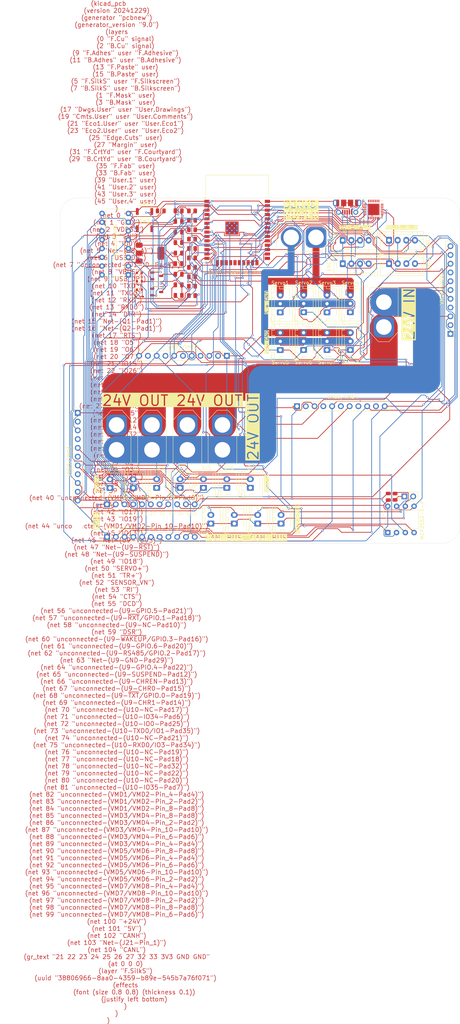
<source format=kicad_pcb>
(kicad_pcb (version 20241229) (generator "pcbnew") (generator_version "9.0")
  (layers (0 "F.Cu" signal) (2 "B.Cu" signal) (13 "F.Paste" user) (15 "B.Paste" user) (5 "F.SilkS" user "F.Silkscreen") (7 "B.SilkS" user "B.Silkscreen") (1 "F.Mask" user) (3 "B.Mask" user) (25 "Edge.Cuts" user))
  (net 0 "")
  (net 1 "GND")
  (net 2 "VDD33")
  (net 3 "EN")
  (net 4 "IO0")
  (net 5 "Net-(D5-A)")
  (net 6 "USB_DN")
  (net 8 "VBUS")
  (net 9 "USB_DP")
  (net 10 "TXD")
  (net 11 "TXD0")
  (net 12 "RXD")
  (net 13 "RXD0")
  (net 14 "DTR")
  (net 15 "Net-(Q1-Pad1)")
  (net 16 "Net-(Q2-Pad1)")
  (net 17 "RTS")
  (net 18 "O5")
  (net 19 "O6")
  (net 20 "O7")
  (net 21 "IO15")
  (net 22 "IO26")
  (net 23 "IO21")
  (net 24 "IO22")
  (net 25 "IO33")
  (net 26 "IO23")
  (net 27 "SENSOR_VP")
  (net 28 "IO5")
  (net 29 "IO12")
  (net 30 "IO14")
  (net 31 "IO32")
  (net 32 "IO25")
  (net 33 "IO16")
  (net 34 "O1")
  (net 35 "O2")
  (net 36 "O3")
  (net 37 "IO27")
  (net 38 "O4")
  (net 39 "IO4")
  (net 41 "IO2")
  (net 42 "IO17")
  (net 43 "IO19")
  (net 45 "IO13")
  (net 46 "Net-(U9-VBUS)")
  (net 47 "Net-(U9-~{RST})")
  (net 48 "Net-(U9-~{SUSPEND})")
  (net 49 "IO18")
  (net 50 "SERVO+")
  (net 51 "TR+")
  (net 52 "SENSOR_VN")
  (net 53 "RI")
  (net 54 "CTS")
  (net 55 "DCD")
  (net 59 "DSR")
  (net 63 "Net-(U9-GND-Pad29)")
  (net 100 "+24V")
  (net 101 "5V")
  (net 102 "CANH")
  (net 103 "Net-(J21-Pin_1)")
  (net 104 "CANL")
  (footprint "Connector_JST:JST_XH_B4B-XH-AM_1x04_P2.50mm_Vertical" (layer "F.Cu") (at 152.71 43.8532)
    (property "Reference" "J9" (hide yes))
    (property "Value" "Conn_01x04_Pin" (hide yes))
  )
  (footprint "Resistor_SMD:R_0805_2012Metric" (layer "F.Cu") (at 95.6625 38.0904)
    (property "Reference" "R6" (hide yes))
    (property "Value" "10K(5%)" (hide yes))
  )
  (footprint "Package_TO_SOT_SMD:TSOT-23" (layer "F.Cu") (at 85.4076 54.18)
    (property "Reference" "Q1" (hide yes))
    (property "Value" "SS8050-G" (hide yes))
  )
  (footprint "Capacitor_SMD:C_0805_2012Metric" (layer "F.Cu") (at 91.77 38.4)
    (property "Reference" "C2" (hide yes))
    (property "Value" "0.1uF/50V(10%)" (hide yes))
  )
  (footprint "Connector_JST:JST_XH_B3B-XH-AM_1x03_P2.50mm_Vertical" (layer "F.Cu") (at 127.965 75.629 90)
    (property "Reference" "Servo6")
    (property "Value" "Servo6" (hide yes))
  )
  (footprint "MountingHole:MountingHole_3.2mm_M3" (layer "F.Cu") (at 168.2445 126.6)
    (property "Reference" "REF1" (hide yes))
    (property "Value" "MountingHole_3.2mm_M3" (hide yes))
  )
  (footprint "Connector_PinHeader_2.54mm:PinHeader_1x11_P2.54mm_Vertical" (layer "F.Cu") (at 71.0436 129.771 90)
    (property "Reference" "J4" (hide yes))
    (property "Value" "Conn_01x11_Pin" (hide yes))
  )
  (footprint "Connector_AMASS:AMASS_XT60-M_1x02_P7.20mm_Vertical" (layer "F.Cu") (at 84.06 97.342 -90)
    (property "Reference" "J19" (hide yes))
    (property "Value" "XT60-M" (hide yes))
  )
  (footprint "Connector_PinHeader_2.54mm:PinHeader_1x11_P2.54mm_Vertical" (layer "F.Cu") (at 126.06 91.925 90)
    (property "Reference" "VMD3/VMD4")
    (property "Value" "VMD3/VMD4" (hide yes))
  )
  (footprint "Button_Switch_SMD:SW_Push_SPST_NO_Alps_SKRK" (layer "F.Cu") (at 81.9076 35.525)
    (property "Reference" "SW1")
    (property "Value" "SW_Push" (hide yes))
  )
  (footprint "Capacitor_SMD:C_0805_2012Metric" (layer "F.Cu") (at 91.77 44.525)
    (property "Reference" "C4" (hide yes))
    (property "Value" "0.1uF/50V(10%)" (hide yes))
  )
  (footprint "Connector_JST:JST_XH_B4B-XH-AM_1x04_P2.50mm_Vertical" (layer "F.Cu") (at 152.7286 50.6264)
    (property "Reference" "J7" (hide yes))
    (property "Value" "Conn_01x04_Pin" (hide yes))
  )
  (footprint "Connector_JST:JST_XH_B3B-XH-AM_1x03_P2.50mm_Vertical" (layer "F.Cu") (at 127.9904 64.707 90)
    (property "Reference" "Servo2")
    (property "Value" "Servo2" (hide yes))
  )
  (footprint "Resistor_SMD:R_0805_2012Metric" (layer "F.Cu") (at 95.6529 57.1546)
    (property "Reference" "R17" (hide yes))
    (property "Value" "10K(5%)" (hide yes))
  )
  (footprint "Connector_USB:USB_Micro-B_Molex-105017-0001" (layer "F.Cu") (at 140.58 34.2875 180)
    (property "Reference" "J1" (hide yes))
    (property "Value" "USB_B_Micro")
  )
  (footprint "Package_DIP:DIP-16_W7.62mm" (layer "F.Cu") (at 77.2158 53.8758 180)
    (property "Reference" "U1" (hide yes))
    (property "Value" "~")
  )
  (footprint "Capacitor_SMD:C_0805_2012Metric" (layer "F.Cu") (at 152.5014 118.1378 90)
    (property "Reference" "C10" (hide yes))
    (property "Value" "0.1uF" (hide yes))
  )
  (footprint "Connector_AMASS:AMASS_XT60-M_1x02_P7.20mm_Vertical" (layer "F.Cu") (at 151.206 68.982 90)
    (property "Reference" "J2" (hide yes))
    (property "Value" "XT60-M" (hide yes))
  )
  (footprint "Resistor_SMD:R_0805_2012Metric" (layer "F.Cu") (at 95.6529 48.9842)
    (property "Reference" "R14" (hide yes))
    (property "Value" "47.5K(1%)" (hide yes))
  )
  (footprint "Diode_SMD:D_SOD-523" (layer "F.Cu") (at 80.4076 53.28)
    (property "Reference" "D1" (hide yes))
    (property "Value" "LESD5D5.0CT1G" (hide yes))
  )
  (footprint "Capacitor_SMD:C_0805_2012Metric" (layer "F.Cu") (at 91.77 41.4625)
    (property "Reference" "C3" (hide yes))
    (property "Value" "22uF/10V(20%)" (hide yes))
  )
  (footprint "Diode_SMD:D_SOD-323" (layer "F.Cu") (at 80.4076 60.18)
    (property "Reference" "D3" (hide yes))
    (property "Value" "BAT760-7" (hide yes))
  )
  (footprint "Connector_JST:JST_XH_B2B-XH-AM_1x02_P2.50mm_Vertical" (layer "F.Cu") (at 114.6808 125.8956 90)
    (property "Reference" "J24" (hide yes))
    (property "Value" "Conn_01x02_Pin" (hide yes))
  )
  (footprint "Capacitor_SMD:C_0805_2012Metric" (layer "F.Cu") (at 91.77 56.775)
    (property "Reference" "C8" (hide yes))
    (property "Value" "22uF/10V(20%)" (hide yes))
  )
  (footprint "Resistor_SMD:R_0805_2012Metric" (layer "F.Cu") (at 95.6625 46.2608)
    (property "Reference" "R13" (hide yes))
    (property "Value" "22.1K(1%)" (hide yes))
  )
  (footprint "Connector_JST:JST_XH_B3B-XH-AM_1x03_P2.50mm_Vertical" (layer "F.Cu") (at 141.5032 64.707 90)
    (property "Reference" "Servo4")
    (property "Value" "Servo4" (hide yes))
  )
  (footprint "RF_Module:ESP32-WROOM-32D" (layer "F.Cu") (at 108.73 40.85)
    (property "Reference" "U10" (hide yes))
    (property "Value" "ESP32-WROOM-32E")
  )
  (footprint "Package_DFN_QFN:QFN-28-1EP_5x5mm_P0.5mm_EP3.35x3.35mm" (layer "F.Cu") (at 148.262 34.9528 90)
    (property "Reference" "U9" (hide yes))
    (property "Value" "CP2102N-A02-GQFN28" (hide yes))
  )
  (footprint "Resistor_SMD:R_0805_2012Metric" (layer "F.Cu") (at 95.6625 59.878)
    (property "Reference" "R18" (hide yes))
    (property "Value" "2K(5%)" (hide yes))
  )
  (footprint "Capacitor_SMD:C_0805_2012Metric" (layer "F.Cu") (at 91.77 50.65)
    (property "Reference" "C6" (hide yes))
    (property "Value" "0.1uF/50V(10%)" (hide yes))
  )
  (footprint "MountingHole:MountingHole_3.2mm_M3" (layer "F.Cu") (at 62.48 126.6)
    (property "Reference" "REF2" (hide yes))
    (property "Value" "MountingHole_3.2mm_M3" (hide yes))
  )
  (footprint "Connector_AMASS:AMASS_XT60-M_1x02_P7.20mm_Vertical" (layer "F.Cu") (at 94.31 97.342 -90)
    (property "Reference" "J18" (hide yes))
    (property "Value" "XT60-M" (hide yes))
  )
  (footprint "Connector_PinHeader_2.54mm:PinHeader_1x02_P2.54mm_Vertical" (layer "F.Cu") (at 157.175 118.0362 90)
    (property "Reference" "J21" (hide yes))
    (property "Value" "Conn_01x02_Pin" (hide yes))
  )
  (footprint "Connector_AMASS:AMASS_XT60-M_1x02_P7.20mm_Vertical" (layer "F.Cu") (at 104.47 97.342 -90)
    (property "Reference" "J13" (hide yes))
    (property "Value" "XT60-M" (hide yes))
  )
  (footprint "Connector_JST:JST_XH_B4B-XH-AM_1x04_P2.50mm_Vertical" (layer "F.Cu") (at 139.308 50.65)
    (property "Reference" "J6" (hide yes))
    (property "Value" "Conn_01x04_Pin" (hide yes))
  )
  (footprint "Connector_AMASS:AMASS_XT60-M_1x02_P7.20mm_Vertical" (layer "F.Cu") (at 73.81 97.342 -90)
    (property "Reference" "J20" (hide yes))
    (property "Value" "XT60-M" (hide yes))
  )
  (footprint "Resistor_SMD:R_0805_2012Metric" (layer "F.Cu") (at 95.6529 54.4311)
    (property "Reference" "R16" (hide yes))
    (property "Value" "10K(5%)(NC)" (hide yes))
  )
  (footprint "Connector_JST:JST_XH_B2B-XH-AM_1x02_P2.50mm_Vertical" (layer "F.Cu") (at 78.6408 115.587 90)
    (property "Reference" "J11" (hide yes))
    (property "Value" "Conn_01x02_Pin" (hide yes))
  )
  (footprint "Connector_JST:JST_XH_B2B-XH-AM_1x02_P2.50mm_Vertical" (layer "F.Cu") (at 121.4372 125.8956 90)
    (property "Reference" "J25" (hide yes))
    (property "Value" "Conn_01x02_Pin" (hide yes))
  )
  (footprint "Connector_AMASS:AMASS_XT60-M_1x02_P7.20mm_Vertical" (layer "F.Cu") (at 131.565 43.03 180)
    (property "Reference" "J3" (hide yes))
    (property "Value" "XT60-M" (hide yes))
  )
  (footprint "Package_TO_SOT_SMD:TSOT-23" (layer "F.Cu") (at 85.4076 58.845)
    (property "Reference" "Q2" (hide yes))
    (property "Value" "SS8050-G" (hide yes))
  )
  (footprint "Button_Switch_SMD:SW_Push_SPST_NO_Alps_SKRK" (layer "F.Cu") (at 81.9076 40.525)
    (property "Reference" "SW2")
    (property "Value" "SW_Push" (hide yes))
  )
  (footprint "Connector_JST:JST_XH_B3B-XH-AM_1x03_P2.50mm_Vertical" (layer "F.Cu") (at 134.7468 75.629 90)
    (property "Reference" "Servo7")
    (property "Value" "Servo7" (hide yes))
  )
  (footprint "Capacitor_SMD:C_0805_2012Metric" (layer "F.Cu") (at 91.77 47.5875)
    (property "Reference" "C5" (hide yes))
    (property "Value" "0.1uF/50V(10%)(NC)" (hide yes))
  )
  (footprint "Connector_JST:JST_XH_B3B-XH-AM_1x03_P2.50mm_Vertical" (layer "F.Cu") (at 134.7468 64.7324 90)
    (property "Reference" "Servo3")
    (property "Value" "Servo3" (hide yes))
  )
  (footprint "Connector_JST:JST_XH_B2B-XH-AM_1x02_P2.50mm_Vertical" (layer "F.Cu") (at 92.2044 115.547 90)
    (property "Reference" "J14" (hide yes))
    (property "Value" "Conn_01x02_Pin" (hide yes))
  )
  (footprint "Connector_JST:JST_XH_B2B-XH-AM_1x02_P2.50mm_Vertical" (layer "F.Cu") (at 71.8928 115.587 90)
    (property "Reference" "J10" (hide yes))
    (property "Value" "Conn_01x02_Pin" (hide yes))
  )
  (footprint "Connector_JST:JST_XH_B2B-XH-AM_1x02_P2.50mm_Vertical" (layer "F.Cu") (at 98.9608 115.547 90)
    (property "Reference" "J15" (hide yes))
    (property "Value" "Conn_01x02_Pin" (hide yes))
  )
  (footprint "Resistor_SMD:R_0805_2012Metric" (layer "F.Cu") (at 95.6529 51.7077)
    (property "Reference" "R15" (hide yes))
    (property "Value" "2K(5%)" (hide yes))
  )
  (footprint "MountingHole:MountingHole_3.2mm_M3" (layer "F.Cu") (at 168.2445 36.6)
    (property "Reference" "REF4" (hide yes))
    (property "Value" "MountingHole_3.2mm_M3" (hide yes))
  )
  (footprint "Capacitor_SMD:C_0805_2012Metric" (layer "F.Cu") (at 91.77 59.8375)
    (property "Reference" "C9" (hide yes))
    (property "Value" "22uF/10V(20%)" (hide yes))
  )
  (footprint "Connector_JST:JST_XH_B2B-XH-AM_1x02_P2.50mm_Vertical" (layer "F.Cu") (at 112.5472 115.5324 90)
    (property "Reference" "J17" (hide yes))
    (property "Value" "Conn_01x02_Pin" (hide yes))
  )
  (footprint "MountingHole:MountingHole_3.2mm_M3" (layer "F.Cu") (at 62.48 36.6)
    (property "Reference" "REF3" (hide yes))
    (property "Value" "MountingHole_3.2mm_M3" (hide yes))
  )
  (footprint "Resistor_SMD:R_0805_2012Metric" (layer "F.Cu") (at 154.4572 118.1245 90)
    (property "Reference" "R1" (hide yes))
    (property "Value" "120" (hide yes))
  )
  (footprint "Resistor_SMD:R_0805_2012Metric" (layer "F.Cu") (at 95.6625 43.5373)
    (property "Reference" "R8" (hide yes))
    (property "Value" "0R" (hide yes))
  )
  (footprint "Capacitor_SMD:C_0805_2012Metric" (layer "F.Cu") (at 91.77 35.3375)
    (property "Reference" "C1" (hide yes))
    (property "Value" "10uF/10V(20%)" (hide yes))
  )
  (footprint "Connector_PinHeader_2.54mm:PinHeader_1x11_P2.54mm_Vertical" (layer "F.Cu") (at 170.51 70.97 180)
    (property "Reference" "VMD7/VMD8")
    (property "Value" "VMD7/VMD8" (hide yes))
  )
  (footprint "Resistor_SMD:R_0805_2012Metric" (layer "F.Cu") (at 95.6625 35.367)
    (property "Reference" "R5" (hide yes))
    (property "Value" "10K(5%)" (hide yes))
  )
  (footprint "Package_DIP:DIP-8_W7.62mm" (layer "F.Cu") (at 152.349 128.501 90)
    (property "Reference" "U2" (hide yes))
    (property "Value" "MCP2562-E-P")
  )
  (footprint "Connector_JST:JST_XH_B3B-XH-AM_1x03_P2.50mm_Vertical" (layer "F.Cu") (at 121.2086 75.6544 90)
    (property "Reference" "Servo5")
    (property "Value" "Servo5" (hide yes))
  )
  (footprint "Connector_JST:JST_XH_B3B-XH-AM_1x03_P2.50mm_Vertical" (layer "F.Cu") (at 141.5032 75.629 90)
    (property "Reference" "Servo8")
    (property "Value" "Servo8" (hide yes))
  )
  (footprint "Connector_JST:JST_XH_B2B-XH-AM_1x02_P2.50mm_Vertical" (layer "F.Cu") (at 107.899 125.8956 90)
    (property "Reference" "J23" (hide yes))
    (property "Value" "Conn_01x02_Pin" (hide yes))
  )
  (footprint "Diode_SMD:D_SOD-523" (layer "F.Cu") (at 80.4076 55.73)
    (property "Reference" "D2" (hide yes))
    (property "Value" "LESD5D5.0CT1G" (hide yes))
  )
  (footprint "Connector_PinHeader_2.54mm:PinHeader_1x11_P2.54mm_Vertical" (layer "F.Cu") (at 71.0182 120.3222 90)
    (property "Reference" "J5" (hide yes))
    (property "Value" "Conn_01x11_Pin" (hide yes))
  )
  (footprint "Connector_JST:JST_XH_B2B-XH-AM_1x02_P2.50mm_Vertical" (layer "F.Cu") (at 85.42 115.547 90)
    (property "Reference" "J12" (hide yes))
    (property "Value" "Conn_01x02_Pin" (hide yes))
  )
  (footprint "Connector_JST:JST_XH_B4B-XH-AM_1x04_P2.50mm_Vertical" (layer "F.Cu") (at 139.3042 43.872)
    (property "Reference" "J8" (hide yes))
    (property "Value" "Conn_01x04_Pin" (hide yes))
  )
  (footprint "Connector_PinHeader_2.54mm:PinHeader_1x11_P2.54mm_Vertical" (layer "F.Cu") (at 62.56 93.83)
    (property "Reference" "VMD5/VMD6")
    (property "Value" "VMD5/VMD6" (hide yes))
  )
  (footprint "Resistor_SMD:R_0805_2012Metric" (layer "F.Cu") (at 95.6625 40.8139)
    (property "Reference" "R7" (hide yes))
    (property "Value" "0R" (hide yes))
  )
  (footprint "LED_SMD:LED_0805_2012Metric" (layer "F.Cu") (at 86.5992 35.367)
    (property "Reference" "D5" (hide yes))
    (property "Value" "LED")
  )
  (footprint "Connector_JST:JST_XH_B2B-XH-AM_1x02_P2.50mm_Vertical" (layer "F.Cu") (at 101.1106 125.8956 90)
    (property "Reference" "J22" (hide yes))
    (property "Value" "Conn_01x02_Pin" (hide yes))
  )
  (footprint "Connector_JST:JST_XH_B2B-XH-AM_1x02_P2.50mm_Vertical" (layer "F.Cu") (at 105.74 115.547 90)
    (property "Reference" "J16" (hide yes))
    (property "Value" "Conn_01x02_Pin" (hide yes))
  )
  (footprint "Package_TO_SOT_SMD:SOT-223-3_TabPin2" (layer "F.Cu") (at 83.49 47.5938)
    (property "Reference" "U11" (hide yes))
    (property "Value" "AMS1117-3.3" (hide yes))
  )
  (footprint "Capacitor_SMD:C_0805_2012Metric" (layer "F.Cu") (at 91.77 53.7125)
    (property "Reference" "C7" (hide yes))
    (property "Value" "0.1uF/50V(10%)" (hide yes))
  )
  (footprint "Connector_JST:JST_XH_B3B-XH-AM_1x03_P2.50mm_Vertical" (layer "F.Cu") (at 121.202 64.747 90)
    (property "Reference" "Servo1")
    (property "Value" "Servo1" (hide yes))
  )
  (footprint "Connector_PinHeader_2.54mm:PinHeader_1x11_P2.54mm_Vertical" (layer "F.Cu") (at 105.74 77.32 -90)
    (property "Reference" "VMD1/VMD2")
    (property "Value" "VMD1/VMD2" (hide yes))
  )
  (footprint "Diode_SMD:D_SOD-523" (layer "F.Cu") (at 80.4076 58.18)
    (property "Reference" "D4" (hide yes))
    (property "Value" "LESD5D5.0CT1G" (hide yes))
  )
  (gr_arc (start 62.48 131.6) (mid 58.944466 130.135534) (end 57.48 126.6) (stroke (width 0.05)) (layer "Edge.Cuts"))
  (gr_line (start 168.2445 31.6) (end 152.48 31.6) (stroke (width 0.05)) (layer "Edge.Cuts"))
  (gr_arc (start 173.244466 126.6) (mid 171.78 130.135534) (end 168.244466 131.6) (stroke (width 0.05)) (layer "Edge.Cuts"))
  (gr_line (start 62.48 31.6) (end 152.48 31.6) (stroke (width 0.05)) (layer "Edge.Cuts"))
  (gr_arc (start 57.48 36.6) (mid 58.944466 33.064466) (end 62.48 31.6) (stroke (width 0.05)) (layer "Edge.Cuts"))
  (gr_arc (start 168.244466 31.6) (mid 171.78 33.064466) (end 173.244466 36.6) (stroke (width 0.05)) (layer "Edge.Cuts"))
  (gr_line (start 152.4838 131.5998) (end 62.4838 131.5998) (stroke (width 0.05)) (layer "Edge.Cuts"))
  (gr_line (start 152.48 131.6) (end 168.244466 131.599965) (stroke (width 0.05)) (layer "Edge.Cuts"))
  (gr_line (start 173.244466 36.6) (end 173.244466 126.6) (stroke (width 0.05)) (layer "Edge.Cuts"))
  (gr_line (start 57.48 126.6) (end 57.48 36.6) (stroke (width 0.05)) (layer "Edge.Cuts"))
  (gr_text "(kicad_pcb\n	(version 20241229)\n	(generator \"pcbnew\")\n	(generator_version \"9.0\")\n	(layers\n		(0 \"F.Cu\" signal)\n		(2 \"B.Cu\" signal)\n		(9 \"F.Adhes\" user \"F.Adhesive\")\n		(11 \"B.Adhes\" user \"B.Adhesive\")\n		(13 \"F.Paste\" user)\n		(15 \"B.Paste\" user)\n		(5 \"F.SilkS\" user \"F.Silkscreen\")\n		(7 \"B.SilkS\" user \"B.Silkscreen\")\n		(1 \"F.Mask\" user)\n		(3 \"B.Mask\" user)\n		(17 \"Dwgs.User\" user \"User.Drawings\")\n		(19 \"Cmts.User\" user \"User.Comments\")\n		(21 \"Eco1.User\" user \"User.Eco1\")\n		(23 \"Eco2.User\" user \"User.Eco2\")\n		(25 \"Edge.Cuts\" user)\n		(27 \"Margin\" user)\n		(31 \"F.CrtYd\" user \"F.Courtyard\")\n		(29 \"B.CrtYd\" user \"B.Courtyard\")\n		(35 \"F.Fab\" user)\n		(33 \"B.Fab\" user)\n		(39 \"User.1\" user)\n		(41 \"User.2\" user)\n		(43 \"User.3\" user)\n		(45 \"User.4\" user)\n	)\n	(net 0 \"\")\n	(net 1 \"GND\")\n	(net 2 \"VDD33\")\n	(net 3 \"EN\")\n	(net 4 \"IO0\")\n	(net 5 \"Net-(D5-A)\")\n	(net 6 \"USB_DN\")\n	(net 7 \"unconnected-(J1-ID-Pad4)\")\n	(net 8 \"VBUS\")\n	(net 9 \"USB_DP\")\n	(net 10 \"TXD\")\n	(net 11 \"TXD0\")\n	(net 12 \"RXD\")\n	(net 13 \"RXD0\")\n	(net 14 \"DTR\")\n	(net 15 \"Net-(Q1-Pad1)\")\n	(net 16 \"Net-(Q2-Pad1)\")\n	(net 17 \"RTS\")\n	(net 18 \"O5\")\n	(net 19 \"O6\")\n	(net 20 \"O7\")\n	(net 21 \"IO15\")\n	(net 22 \"IO26\")\n	(net 23 \"IO21\")\n	(net 24 \"IO22\")\n	(net 25 \"IO33\")\n	(net 26 \"IO23\")\n	(net 27 \"SENSOR_VP\")\n	(net 28 \"IO5\")\n	(net 29 \"IO12\")\n	(net 30 \"IO14\")\n	(net 31 \"IO32\")\n	(net 32 \"IO25\")\n	(net 33 \"IO16\")\n	(net 34 \"O1\")\n	(net 35 \"O2\")\n	(net 36 \"O3\")\n	(net 37 \"IO27\")\n	(net 38 \"O4\")\n	(net 39 \"IO4\")\n	(net 40 \"unconnected-(VMD1/VMD2-Pin_6-Pad6)\")\n	(net 41 \"IO2\")\n	(net 42 \"IO17\")\n	(net 43 \"IO19\")\n	(net 44 \"unconnected-(VMD1/VMD2-Pin_10-Pad10)\")\n	(net 45 \"IO13\")\n	(net 46 \"Net-(U9-VBUS)\")\n	(net 47 \"Net-(U9-~{RST})\")\n	(net 48 \"Net-(U9-~{SUSPEND})\")\n	(net 49 \"IO18\")\n	(net 50 \"SERVO+\")\n	(net 51 \"TR+\")\n	(net 52 \"SENSOR_VN\")\n	(net 53 \"RI\")\n	(net 54 \"CTS\")\n	(net 55 \"DCD\")\n	(net 56 \"unconnected-(U9-GPIO.5-Pad21)\")\n	(net 57 \"unconnected-(U9-~{RXT}{slash}GPIO.1-Pad18)\")\n	(net 58 \"unconnected-(U9-NC-Pad10)\")\n	(net 59 \"DSR\")\n	(net 60 \"unconnected-(U9-~{WAKEUP}{slash}GPIO.3-Pad16)\")\n	(net 61 \"unconnected-(U9-GPIO.6-Pad20)\")\n	(net 62 \"unconnected-(U9-RS485{slash}GPIO.2-Pad17)\")\n	(net 63 \"Net-(U9-GND-Pad29)\")\n	(net 64 \"unconnected-(U9-GPIO.4-Pad22)\")\n	(net 65 \"unconnected-(U9-SUSPEND-Pad12)\")\n	(net 66 \"unconnected-(U9-CHREN-Pad13)\")\n	(net 67 \"unconnected-(U9-CHR0-Pad15)\")\n	(net 68 \"unconnected-(U9-~{TXT}{slash}GPIO.0-Pad19)\")\n	(net 69 \"unconnected-(U9-CHR1-Pad14)\")\n	(net 70 \"unconnected-(U10-NC-Pad17)\")\n	(net 71 \"unconnected-(U10-IO34-Pad6)\")\n	(net 72 \"unconnected-(U10-IO0-Pad25)\")\n	(net 73 \"unconnected-(U10-TXD0{slash}IO1-Pad35)\")\n	(net 74 \"unconnected-(U10-NC-Pad21)\")\n	(net 75 \"unconnected-(U10-RXD0{slash}IO3-Pad34)\")\n	(net 76 \"unconnected-(U10-NC-Pad19)\")\n	(net 77 \"unconnected-(U10-NC-Pad18)\")\n	(net 78 \"unconnected-(U10-NC-Pad32)\")\n	(net 79 \"unconnected-(U10-NC-Pad22)\")\n	(net 80 \"unconnected-(U10-NC-Pad20)\")\n	(net 81 \"unconnected-(U10-IO35-Pad7)\")\n	(net 82 \"unconnected-(VMD1/VMD2-Pin_4-Pad4)\")\n	(net 83 \"unconnected-(VMD1/VMD2-Pin_2-Pad2)\")\n	(net 84 \"unconnected-(VMD1/VMD2-Pin_8-Pad8)\")\n	(net 85 \"unconnected-(VMD3/VMD4-Pin_8-Pad8)\")\n	(net 86 \"unconnected-(VMD3/VMD4-Pin_2-Pad2)\")\n	(net 87 \"unconnected-(VMD3/VMD4-Pin_10-Pad10)\")\n	(net 88 \"unconnected-(VMD3/VMD4-Pin_6-Pad6)\")\n	(net 89 \"unconnected-(VMD3/VMD4-Pin_4-Pad4)\")\n	(net 90 \"unconnected-(VMD5/VMD6-Pin_8-Pad8)\")\n	(net 91 \"unconnected-(VMD5/VMD6-Pin_4-Pad4)\")\n	(net 92 \"unconnected-(VMD5/VMD6-Pin_6-Pad6)\")\n	(net 93 \"unconnected-(VMD5/VMD6-Pin_10-Pad10)\")\n	(net 94 \"unconnected-(VMD5/VMD6-Pin_2-Pad2)\")\n	(net 95 \"unconnected-(VMD7/VMD8-Pin_4-Pad4)\")\n	(net 96 \"unconnected-(VMD7/VMD8-Pin_10-Pad10)\")\n	(net 97 \"unconnected-(VMD7/VMD8-Pin_2-Pad2)\")\n	(net 98 \"unconnected-(VMD7/VMD8-Pin_8-Pad8)\")\n	(net 99 \"unconnected-(VMD7/VMD8-Pin_6-Pad6)\")\n	(net 100 \"+24V\")\n	(net 101 \"5V\")\n	(net 102 \"CANH\")\n	(net 103 \"Net-(J21-Pin_1)\")\n	(net 104 \"CANL\")\n	(gr_text \"21 22 23 24 25 26 27 32 33 3V3 GND GND\"\n		(at 0 0 0)\n		(layer \"F.SilkS\")\n		(uuid \"38806966-8aa0-4359-b89e-545b7a76f071\")\n		(effects\n			(font (size 0.8 0.8) (thickness 0.1))\n			(justify left bottom)\n		)\n	)\n)\n" (at 71.45 122.532 0) (layer "F.Cu") (effects (font (size 1.27 1.27))))
  (gr_text "ENC1\n\n" (at 137.49 52.936 90) (layer "F.SilkS") (effects (font (size 1 1)) (justify left bottom)))
  (gr_text "SV3" (at 84.658 110.34 0) (layer "F.SilkS") (effects (font (size 1 1) (thickness 0.1)) (justify left bottom)))
  (gr_text "ENC4\n" (at 164.668 46.332 90) (layer "F.SilkS") (effects (font (size 1 1)) (justify left bottom)))
  (gr_text "ESP32-WROOM-32E" (at 100.406 53.952 0) (layer "F.SilkS") (effects (font (size 1 1) (thickness 0.1)) (justify left bottom)))
  (gr_text "SERVO \nPOWER" (at 121.996 37.95 0) (layer "F.SilkS" knockout) (effects (font (size 2 2) (thickness 0.25)) (justify left bottom)))
  (gr_text "3V  G  A  B\n" (at 138.252 40.744 0) (layer "F.SilkS" knockout) (effects (font (size 1 1)) (justify left bottom)))
  (gr_text "GND +" (at 117.932 116.944 90) (layer "F.SilkS" knockout) (effects (font (size 1 1)) (justify left bottom)))
  (gr_text "24V IN" (at 160.35 73.002 90) (layer "F.SilkS" knockout) (effects (font (size 3 3) (thickness 0.375)) (justify left bottom)))
  (gr_text "SV6" (at 104.978 110.34 0) (layer "F.SilkS") (effects (font (size 1 1) (thickness 0.1)) (justify left bottom)))
  (gr_text "SV4" (at 91.516 110.34 0) (layer "F.SilkS") (effects (font (size 1 1) (thickness 0.1)) (justify left bottom)))
  (gr_text "21 22 23 25 26 27 32 33 3V GND" (at 69.98 123.6 0) (layer "F.SilkS") (effects (font (size 1 1) (thickness 0.1)) (justify left bottom)))
  (gr_text "MCP2562-E-P" (at 162.89 130.66 90) (layer "F.SilkS") (effects (font (size 1 1)) (justify left bottom)))
  (gr_text "S + GND" (at 117.932 76.812 90) (layer "F.SilkS" knockout) (effects (font (size 1 1)) (justify left bottom)))
  (gr_text "ENC2" (at 164.668 52.936 90) (layer "F.SilkS") (effects (font (size 1 1)) (justify left bottom)))
  (gr_text "SV2" (at 77.8 110.34 0) (layer "F.SilkS") (effects (font (size 1 1) (thickness 0.1)) (justify left bottom)))
  (gr_text "02 04 05 12 13 14 15 16 17 18 19" (at 69.48 127.866 0) (layer "F.SilkS") (effects (font (size 1 1) (thickness 0.1)) (justify left bottom)))
  (gr_text "24V OUT" (at 115.138 107.8 90) (layer "F.SilkS" knockout) (effects (font (size 3 3) (thickness 0.375)) (justify left bottom)))
  (gr_text "GPIO" (at 68.91 127.866 90) (layer "F.SilkS" knockout) (effects (font (size 1.5 1.5) (thickness 0.1875)) (justify left bottom)))
  (gr_text "S + GND" (at 117.932 65.382 90) (layer "F.SilkS" knockout) (effects (font (size 1 1)) (justify left bottom)))
  (gr_text "GND +" (at 68.656 116.944 90) (layer "F.SilkS" knockout) (effects (font (size 1 1)) (justify left bottom)))
  (gr_text "SV5" (at 98.374 110.34 0) (layer "F.SilkS") (effects (font (size 1 1) (thickness 0.1)) (justify left bottom)))
  (gr_text "SV1" (at 71.196 110.34 0) (layer "F.SilkS") (effects (font (size 1 1) (thickness 0.1)) (justify left bottom)))
  (gr_text "3V  G  A  B\n" (at 151.714 40.744 0) (layer "F.SilkS" knockout) (effects (font (size 1 1)) (justify left bottom)))
  (gr_text "SV7" (at 111.582 110.34 0) (layer "F.SilkS") (effects (font (size 1 1) (thickness 0.1)) (justify left bottom)))
  (gr_text "CANL CANH" (at 126.822 128.882 90) (layer "F.SilkS" knockout) (effects (font (size 1 1)) (justify left bottom)))
  (gr_text "24V OUT 24V OUT " (at 69.418 92.052 0) (layer "F.SilkS" knockout) (effects (font (size 3 3) (thickness 0.375)) (justify left bottom)))
  (gr_text "TBD62003APG" (at 73.99 49.634 90) (layer "F.SilkS") (effects (font (size 1 1)) (justify left bottom)))
  (gr_text "CAN-BUS  CAN-BUS" (at 99.39 130.914 0) (layer "F.SilkS" knockout) (effects (font (size 1.5 1.5) (thickness 0.1875)) (justify left bottom)))
  (segment (start 107.93 41.72) (end 107.23 41.72) (width 0.2) (layer "F.Cu") (net 1))
  (segment (start 125.5387 93.075) (end 127.1128 93.075) (width 0.2) (layer "F.Cu") (net 1))
  (segment (start 91.0128 55.4197) (end 91.0127 55.4197) (width 0.2) (layer "F.Cu") (net 1))
  (segment (start 97.6002 52.1073) (end 97.4442 52.2633) (width 0.2) (layer "F.Cu") (net 1))
  (segment (start 129.9883 90.7733) (end 131.14 91.925) (width 0.2) (layer "F.Cu") (net 1))
  (segment (start 141.503 57.7185) (end 141.5032 57.7187) (width 0.2) (layer "F.Cu") (net 1))
  (segment (start 81.1602 34.1724) (end 85.6617 34.1724) (width 0.2) (layer "F.Cu") (net 1))
  (segment (start 102.8284 51.3533) (end 102.8853 51.4102) (width 0.2) (layer "F.Cu") (net 1))
  (segment (start 134.747 59.7324) (end 134.747 55.7046) (width 2) (layer "F.Cu") (net 1))
  (segment (start 91.4975 49.4275) (end 92.72 50.65) (width 0.2) (layer "F.Cu") (net 1))
  (segment (start 107.23 38.92) (end 107.93 38.92) (width 0.2) (layer "F.Cu") (net 1))
  (segment (start 121.2086 70.629) (end 127.965 70.629) (width 2) (layer "F.Cu") (net 1))
  (segment (start 102.9602 51.4117) (end 103.02 51.4117) (width 0.2) (layer "F.Cu") (net 1))
  (segment (start 102.8853 51.4102) (end 102.9587 51.4102) (width 0.2) (layer "F.Cu") (net 1))
  (segment (start 141.58 33.05) (end 139.58 33.05) (width 0.2) (layer "F.Cu") (net 1))
  (segment (start 170.51 65.89) (end 154.298 65.89) (width 0.2) (layer "F.Cu") (net 1))
  (segment (start 139.28 36.4837) (end 138.5463 35.75) (width 0.2) (layer "F.Cu") (net 1))
  (segment (start 127.99 59.707) (end 127.99 55.7046) (width 2) (layer "F.Cu") (net 1))
  (segment (start 142.9597 50.65) (end 142.9597 50.1983) (width 0.2) (layer "F.Cu") (net 1))
  (segment (start 92.72 47.5875) (end 92.5252 47.5875) (width 0.2) (layer "F.Cu") (net 1))
  (segment (start 116.687 70.6398) (end 116.698 70.629) (width 2) (layer "F.Cu") (net 1))
  (segment (start 105.83 38.92) (end 106.53 38.92) (width 0.2) (layer "F.Cu") (net 1))
  (segment (start 102.9587 51.4102) (end 102.9602 51.4117) (width 0.2) (layer "F.Cu") (net 1))
  (segment (start 97.3948 45.579) (end 96.4118 44.596) (width 0.2) (layer "F.Cu") (net 1))
  (segment (start 117.48 32.6) (end 136.63 32.6) (width 0.2) (layer "F.Cu") (net 1))
  (segment (start 93.0181 53.4144) (end 95.5487 53.4144) (width 0.2) (layer "F.Cu") (net 1))
  (segment (start 92.72 53.7125) (end 91.0128 55.4197) (width 0.2) (layer "F.Cu") (net 1))
  (segment (start 142.9597 50.1983) (end 143.8531 49.3049) (width 0.2) (layer "F.Cu") (net 1))
  (segment (start 142.1637 33.9935) (end 141.8555 34.3017) (width 0.2) (layer "F.Cu") (net 1))
  (segment (start 137.08 33.05) (end 137.68 33.05) (width 0.2) (layer "F.Cu") (net 1))
  (segment (start 138.5463 35.75) (end 138.08 35.75) (width 0.2) (layer "F.Cu") (net 1))
  (segment (start 88.1148 46.6798) (end 90.0502 48.6152) (width 0.2) (layer "F.Cu") (net 1))
  (segment (start 107.205 39.62) (end 105.83 39.62) (width 0.2) (layer "F.Cu") (net 1))
  (segment (start 92.72 59.8375) (end 92.72 57.6008) (width 0.2) (layer "F.Cu") (net 1))
  (segment (start 95.5487 53.4144) (end 95.9835 53.8491) (width 0.2) (layer "F.Cu") (net 1))
  (segment (start 143.48 33.05) (end 144.08 33.05) (width 0.2) (layer "F.Cu") (net 1))
  (segment (start 73.736 86.337) (end 73.736 90.655) (width 8) (layer "F.Cu") (net 1))
  (segment (start 125.4803 92.9102) (end 125.4803 93.0166) (width 0.2) (layer "F.Cu") (net 1))
  (segment (start 92.6247 56.8703) (end 92.6247 57.5055) (width 0.2) (layer "F.Cu") (net 1))
  (segment (start 105.1642 77.32) (end 105.74 77.32) (width 0.2) (layer "F.Cu") (net 1))
  (segment (start 127.9904 59.707) (end 127.99 59.707) (width 0.2) (layer "F.Cu") (net 1))
  (segment (start 98.0138 118.7266) (end 124.5724 118.7266) (width 0.2) (layer "F.Cu") (net 1))
  (segment (start 137.68 33.05) (end 137.68 34.3017) (width 0.2) (layer "F.Cu") (net 1))
  (segment (start 141.478 55.7046) (end 141.503 55.73) (width 2) (layer "F.Cu") (net 1))
  (segment (start 92.72 41.4625) (end 92.72 43.4722) (width 0.2) (layer "F.Cu") (net 1))
  (segment (start 127.99 55.7046) (end 131.572 55.7046) (width 2) (layer "F.Cu") (net 1))
  (segment (start 98.6131 51.0896) (end 102.6451 51.0896) (width 0.2) (layer "F.Cu") (net 1))
  (segment (start 108.63 38.92) (end 107.93 38.92) (width 0.2) (layer "F.Cu") (net 1))
  (segment (start 151.206 83.797) (end 113.868 83.797) (width 8) (layer "F.Cu") (net 1))
  (segment (start 103.02 50.36) (end 103.02 51.4117) (width 0.2) (layer "F.Cu") (net 1))
  (segment (start 124.9083 91.925) (end 124.9083 92.3383) (width 0.2) (layer "F.Cu") (net 1))
  (segment (start 91.0127 55.4197) (end 90.5886 55.4197) (width 0.2) (layer "F.Cu") (net 1))
  (segment (start 96.4182 120.3222) (end 98.0138 118.7266) (width 0.2) (layer "F.Cu") (net 1))
  (segment (start 152.2058 117.1878) (end 152.5014 117.1878) (width 0.2) (layer "F.Cu") (net 1))
  (segment (start 127.4483 92.7395) (end 127.4483 91.448) (width 0.2) (layer "F.Cu") (net 1))
  (segment (start 153.5451 49.3049) (end 154.0769 49.8367) (width 0.2) (layer "F.Cu") (net 1))
  (segment (start 73.81 90.729) (end 73.81 93.83) (width 8) (layer "F.Cu") (net 1))
  (segment (start 81.3076 55.7713) (end 81.2663 55.7713) (width 0.2) (layer "F.Cu") (net 1))
  (segment (start 105.83 41.72) (end 106.53 41.72) (width 0.2) (layer "F.Cu") (net 1))
  (segment (start 104.5883 77.32) (end 104.5883 77.0795) (width 0.2) (layer "F.Cu") (net 1))
  (segment (start 96.5654 49.0419) (end 97.5007 49.9772) (width 0.2) (layer "F.Cu") (net 1))
  (segment (start 97.4442 52.3884) (end 95.9835 53.8491) (width 0.2) (layer "F.Cu") (net 1))
  (segment (start 128.123 90.7733) (end 129.9883 90.7733) (width 0.2) (layer "F.Cu") (net 1))
  (segment (start 142.9687 34.3002) (end 142.662 33.9935) (width 0.2) (layer "F.Cu") (net 1))
  (segment (start 85.6617 34.1724) (end 85.6617 35.367) (width 0.2) (layer "F.Cu") (net 1))
  (segment (start 98.4362 51.0554) (end 97.6002 51.8914) (width 0.2) (layer "F.Cu") (net 1))
  (segment (start 79.8076 40.525) (end 79.3348 40.525) (width 0.2) (layer "F.Cu") (net 1))
  (segment (start 121.202 55.7112) (end 116.694 55.7112) (width 2) (layer "F.Cu") (net 1))
  (segment (start 97.5007 49.9772) (end 97.5007 50.12) (width 0.2) (layer "F.Cu") (net 1))
  (segment (start 116.687 55.7046) (end 116.687 70.6398) (width 2) (layer "F.Cu") (net 1))
  (segment (start 139.58 33.05) (end 139.58 34.3017) (width 0.2) (layer "F.Cu") (net 1))
  (segment (start 96.4118 44.596) (end 92.791 44.596) (width 0.2) (layer "F.Cu") (net 1))
  (segment (start 90.0502 48.6152) (end 91.4975 48.6152) (width 0.2) (layer "F.Cu") (net 1))
  (segment (start 134.7468 70.629) (end 141.503 70.629) (width 2) (layer "F.Cu") (net 1))
  (segment (start 96.5654 48.9842) (end 97.3948 48.1548) (width 0.2) (layer "F.Cu") (net 1))
  (segment (start 141.5032 57.7187) (end 141.5032 59.707) (width 0.2) (layer "F.Cu") (net 1))
  (segment (start 88.1148 45.2938) (end 88.1148 46.6798) (width 0.2) (layer "F.Cu") (net 1))
  (segment (start 124.9083 92.3383) (end 124.9571 92.3871) (width 0.2) (layer "F.Cu") (net 1))
  (segment (start 96.5654 48.9842) (end 96.5654 49.0419) (width 0.2) (layer "F.Cu") (net 1))
  (segment (start 154.0769 49.8367) (end 154.0769 50.6264) (width 0.2) (layer "F.Cu") (net 1))
  (segment (start 80.34 45.2938) (end 88.1148 45.2938) (width 0.2) (layer "F.Cu") (net 1))
  (segment (start 91.0128 55.4197) (end 92.6247 57.0317) (width 0.2) (layer "F.Cu") (net 1))
  (segment (start 139.58 34.3017) (end 137.68 34.3017) (width 0.2) (layer "F.Cu") (net 1))
  (segment (start 113.868 83.797) (end 111.328 86.337) (width 8) (layer "F.Cu") (net 1))
  (segment (start 92.791 44.596) (end 92.72 44.525) (width 0.2) (layer "F.Cu") (net 1))
  (segment (start 104.47 92.345) (end 104.47 86.337) (width 8) (layer "F.Cu") (net 1))
  (segment (start 98.5789 51.0554) (end 98.6131 51.0896) (width 0.2) (layer "F.Cu") (net 1))
  (segment (start 105.83 41.02) (end 107.205 41.02) (width 0.2) (layer "F.Cu") (net 1))
  (segment (start 92.72 35.3375) (end 92.72 36.8676) (width 0.2) (layer "F.Cu") (net 1))
  (segment (start 143.4784 34.3002) (end 142.9687 34.3002) (width 0.2) (layer "F.Cu") (net 1))
  (segment (start 81.1076 56.955) (end 81.1076 58.18) (width 0.2) (layer "F.Cu") (net 1))
  (segment (start 104.4767 92.3383) (end 104.47 92.345) (width 0.2) (layer "F.Cu") (net 1))
  (segment (start 98.9283 32.6) (end 90.7886 32.6) (width 0.2) (layer "F.Cu") (net 1))
  (segment (start 90.5886 55.4197) (end 90.3753 55.633) (width 0.2) (layer "F.Cu") (net 1))
  (segment (start 80.484 44.0331) (end 80.484 45.1498) (width 0.2) (layer "F.Cu") (net 1))
  (segment (start 131.565 43.03) (end 131.565 55.6978) (width 2) (layer "F.Cu") (net 1))
  (segment (start 142.662 33.9935) (end 142.1637 33.9935) (width 0.2) (layer "F.Cu") (net 1))
  (segment (start 79.3348 40.525) (end 78.8877 40.0779) (width 0.2) (layer "F.Cu") (net 1))
  (segment (start 124.9571 92.3871) (end 124.9572 92.3871) (width 0.2) (layer "F.Cu") (net 1))
  (segment (start 92.72 36.8676) (end 92.941 36.8676) (width 0.2) (layer "F.Cu") (net 1))
  (segment (start 131.572 55.7046) (end 134.747 55.7046) (width 2) (layer "F.Cu") (net 1))
  (segment (start 141.5032 70.629) (end 141.503 70.629) (width 0.2) (layer "F.Cu") (net 1))
  (segment (start 150.667 118.7266) (end 152.2058 117.1878) (width 0.2) (layer "F.Cu") (net 1))
  (segment (start 97.6979 55.5636) (end 96.5654 54.4311) (width 0.2) (layer "F.Cu") (net 1))
  (segment (start 92.72 53.7125) (end 93.0181 53.4144) (width 0.2) (layer "F.Cu") (net 1))
  (segment (start 81.1076 53.28) (end 81.1076 55.73) (width 0.2) (layer "F.Cu") (net 1))
  (segment (start 116.687 70.6398) (end 110.0068 77.32) (width 0.2) (layer "F.Cu") (net 1))
  (segment (start 90.0266 55.8009) (end 81.3371 55.8009) (width 0.2) (layer "F.Cu") (net 1))
  (segment (start 143.48 34.3017) (end 143.4799 34.3017) (width 0.2) (layer "F.Cu") (net 1))
  (segment (start 92.72 36.8676) (end 92.72 38.4) (width 0.2) (layer "F.Cu") (net 1))
  (segment (start 92.6247 57.0317) (end 92.6247 57.5055) (width 0.2) (layer "F.Cu") (net 1))
  (segment (start 107.205 41.02) (end 108.63 41.02) (width 0.2) (layer "F.Cu") (net 1))
  (segment (start 116.698 70.629) (end 121.2086 70.629) (width 2) (layer "F.Cu") (net 1))
  (segment (start 105.1642 77.32) (end 104.5883 77.32) (width 0.2) (layer "F.Cu") (net 1))
  (segment (start 106.7364 55.7046) (end 116.687 55.7046) (width 0.2) (layer "F.Cu") (net 1))
  (segment (start 141.8555 34.3017) (end 141.58 34.3017) (width 0.2) (layer "F.Cu") (net 1))
  (segment (start 103.6771 76.1683) (end 101.8117 76.1683) (width 0.2) (layer "F.Cu") (net 1))
  (segment (start 110.0068 77.32) (end 106.8917 77.32) (width 0.2) (layer "F.Cu") (net 1))
  (segment (start 79.8076 35.525) (end 77.7866 35.525) (width 0.2) (layer "F.Cu") (net 1))
  (segment (start 121.2086 70.6544) (end 121.2086 70.629) (width 0.2) (layer "F.Cu") (net 1))
  (segment (start 155.2286 50.6264) (end 154.0769 50.6264) (width 0.2) (layer "F.Cu") (net 1))
  (segment (start 150.667 118.7266) (end 124.5724 118.7266) (width 0.2) (layer "F.Cu") (net 1))
  (segment (start 141.808 50.65) (end 142.9597 50.65) (width 0.2) (layer "F.Cu") (net 1))
  (segment (start 127.965 70.629) (end 134.7468 70.629) (width 2) (layer "F.Cu") (net 1))
  (segment (start 79.8076 35.525) (end 81.1602 34.1724) (width 0.2) (layer "F.Cu") (net 1))
  (segment (start 108.63 39.62) (end 107.205 39.62) (width 0.2) (layer "F.Cu") (net 1))
  (segment (start 98.4362 51.0554) (end 98.5789 51.0554) (width 0.2) (layer "F.Cu") (net 1))
  (segment (start 127.1128 93.075) (end 127.4483 92.7395) (width 0.2) (layer "F.Cu") (net 1))
  (segment (start 139.28 35.75) (end 139.28 36.4837) (width 0.2) (layer "F.Cu") (net 1))
  (segment (start 105.83 40.32) (end 106.53 40.32) (width 0.2) (layer "F.Cu") (net 1))
  (segment (start 87.2341 32.6) (end 90.7886 32.6) (width 0.2) (layer "F.Cu") (net 1))
  (segment (start 141.58 33.05) (end 141.58 34.3017) (width 0.2) (layer "F.Cu") (net 1))
  (segment (start 92.5252 47.5875) (end 91.4975 48.6152) (width 0.2) (layer "F.Cu") (net 1))
  (segment (start 102.8284 51.2729) (end 102.8284 51.3533) (width 0.2) (layer "F.Cu") (net 1))
  (segment (start 90.3753 55.633) (end 90.1945 55.633) (width 0.2) (layer "F.Cu") (net 1))
  (segment (start 106.53 40.32) (end 107.23 40.32) (width 0.2) (layer "F.Cu") (net 1))
  (segment (start 108.63 41.72) (end 107.93 41.72) (width 0.2) (layer "F.Cu") (net 1))
  (segment (start 102.6451 51.0896) (end 102.8284 51.2729) (width 0.2) (layer "F.Cu") (net 1))
  (segment (start 97.3948 48.1548) (end 97.3948 45.579) (width 0.2) (layer "F.Cu") (net 1))
  (segment (start 88.1148 45.2938) (end 89.9364 43.4722) (width 0.2) (layer "F.Cu") (net 1))
  (segment (start 134.747 55.7046) (end 141.478 55.7046) (width 2) (layer "F.Cu") (net 1))
  (segment (start 97.6002 51.8914) (end 97.6002 52.1073) (width 0.2) (layer "F.Cu") (net 1))
  (segment (start 125.4803 93.0166) (end 125.5387 93.075) (width 0.2) (layer "F.Cu") (net 1))
  (segment (start 81.3371 55.8009) (end 81.3076 55.7714) (width 0.2) (layer "F.Cu") (net 1))
  (segment (start 90.1945 55.633) (end 90.0266 55.8009) (width 0.2) (layer "F.Cu") (net 1))
  (segment (start 111.328 86.337) (end 104.47 86.337) (width 8) (layer "F.Cu") (net 1))
  (segment (start 141.503 55.73) (end 141.503 57.7185) (width 2) (layer "F.Cu") (net 1))
  (segment (start 99.98 32.6) (end 98.9283 32.6) (width 0.2) (layer "F.Cu") (net 1))
  (segment (start 81.3076 55.7714) (end 81.3076 55.7713) (width 0.2) (layer "F.Cu") (net 1))
  (segment (start 121.202 59.747) (end 121.202 55.7112) (width 2) (layer "F.Cu") (net 1))
  (segment (start 107.23 40.32) (end 107.93 40.32) (width 0.2) (layer "F.Cu") (net 1))
  (segment (start 77.7866 35.525) (end 77.2158 36.0958) (width 0.2) (layer "F.Cu") (net 1))
  (segment (start 84.023 86.337) (end 73.736 86.337) (width 8) (layer "F.Cu") (net 1))
  (segment (start 121.202 55.7112) (end 121.209 55.7046) (width 2) (layer "F.Cu") (net 1))
  (segment (start 84.06 86.374) (end 84.023 86.337) (width 8) (layer "F.Cu") (net 1))
  (segment (start 104.47 97.342) (end 104.47 92.345) (width 8) (layer "F.Cu") (net 1))
  (segment (start 91.4975 48.6152) (end 91.4975 49.4275) (width 0.2) (layer "F.Cu") (net 1))
  (segment (start 104.47 86.337) (end 94.31 86.337) (width 8) (layer "F.Cu") (net 1))
  (segment (start 131.565 55.6978) (end 131.572 55.7046) (width 2) (layer "F.Cu") (net 1))
  (segment (start 121.209 55.7046) (end 127.99 55.7046) (width 2) (layer "F.Cu") (net 1))
  (segment (start 143.8531 49.3049) (end 153.5451 49.3049) (width 0.2) (layer "F.Cu") (net 1))
  (segment (start 84.06 97.342) (end 84.06 86.374) (width 8) (layer "F.Cu") (net 1))
  (segment (start 143.48 33.05) (end 143.48 34.3017) (width 0.2) (layer "F.Cu") (net 1))
  (segment (start 134.7468 59.7324) (end 134.747 59.7324) (width 0.2) (layer "F.Cu") (net 1))
  (segment (start 92.72 57.6008) (end 92.6247 57.5055) (width 0.2) (layer "F.Cu") (net 1))
  (segment (start 154.298 65.89) (end 151.206 68.982) (width 0.2) (layer "F.Cu") (net 1))
  (segment (start 116.694 55.7112) (end 116.687 55.7046) (width 2) (layer "F.Cu") (net 1))
  (segment (start 141.503 57.7185) (end 141.503 59.707) (width 2) (layer "F.Cu") (net 1))
  (segment (start 143.4799 34.3017) (end 143.4784 34.3002) (width 0.2) (layer "F.Cu") (net 1))
  (segment (start 73.736 90.655) (end 73.81 90.729) (width 8) (layer "F.Cu") (net 1))
  (segment (start 85.6617 34.1724) (end 87.2341 32.6) (width 0.2) (layer "F.Cu") (net 1))
  (segment (start 106.5954 55.5636) (end 97.6979 55.5636) (width 0.2) (layer "F.Cu") (net 1))
  (segment (start 101.8117 76.1683) (end 100.66 77.32) (width 0.2) (layer "F.Cu") (net 1))
  (segment (start 124.9083 92.3383) (end 104.4767 92.3383) (width 0.2) (layer "F.Cu") (net 1))
  (segment (start 151.206 68.982) (end 151.206 83.797) (width 8) (layer "F.Cu") (net 1))
  (segment (start 89.9364 43.4722) (end 92.72 43.4722) (width 0.2) (layer "F.Cu") (net 1))
  (segment (start 97.5007 50.12) (end 98.4362 51.0554) (width 0.2) (layer "F.Cu") (net 1))
  (segment (start 108.63 40.32) (end 107.93 40.32) (width 0.2) (layer "F.Cu") (net 1))
  (segment (start 107.23 38.92) (end 106.53 38.92) (width 0.2) (layer "F.Cu") (net 1))
  (segment (start 81.1076 55.93) (end 81.1076 56.955) (width 0.2) (layer "F.Cu") (net 1))
  (segment (start 106.53 41.72) (end 107.23 41.72) (width 0.2) (layer "F.Cu") (net 1))
  (segment (start 73.81 93.83) (end 73.81 97.342) (width 8) (layer "F.Cu") (net 1))
  (segment (start 97.4442 52.2633) (end 97.4442 52.3884) (width 0.2) (layer "F.Cu") (net 1))
  (segment (start 81.2663 55.7713) (end 81.1076 55.93) (width 0.2) (layer "F.Cu") (net 1))
  (segment (start 95.9835 53.8491) (end 96.5654 54.4311) (width 0.2) (layer "F.Cu") (net 1))
  (segment (start 127.4483 91.448) (end 128.123 90.7733) (width 0.2) (layer "F.Cu") (net 1))
  (segment (start 104.5883 77.0795) (end 103.6771 76.1683) (width 0.2) (layer "F.Cu") (net 1))
  (segment (start 136.63 32.6) (end 137.08 33.05) (width 0.2) (layer "F.Cu") (net 1))
  (segment (start 81.1076 55.73) (end 81.1076 56.955) (width 0.2) (layer "F.Cu") (net 1))
  (segment (start 124.9572 92.3871) (end 125.4803 92.9102) (width 0.2) (layer "F.Cu") (net 1))
  (segment (start 126.06 91.925) (end 124.9083 91.925) (width 0.2) (layer "F.Cu") (net 1))
  (segment (start 94.31 97.342) (end 94.31 86.337) (width 8) (layer "F.Cu") (net 1))
  (segment (start 93.8782 120.3222) (end 96.4182 120.3222) (width 0.2) (layer "F.Cu") (net 1))
  (segment (start 94.31 86.337) (end 84.023 86.337) (width 8) (layer "F.Cu") (net 1))
  (segment (start 92.72 44.525) (end 92.72 43.4722) (width 0.2) (layer "F.Cu") (net 1))
  (segment (start 73.81 93.83) (end 62.56 93.83) (width 0.2) (layer "F.Cu") (net 1))
  (segment (start 106.5954 55.5636) (end 106.7364 55.7046) (width 0.2) (layer "F.Cu") (net 1))
  (segment (start 92.72 56.775) (end 92.6247 56.8703) (width 0.2) (layer "F.Cu") (net 1))
  (segment (start 105.74 77.32) (end 106.8917 77.32) (width 0.2) (layer "F.Cu") (net 1))
  (segment (start 80.484 45.1498) (end 80.34 45.2938) (width 0.2) (layer "F.Cu") (net 1))
  (via (at 92.941 36.8676) (size 0.6) (drill 0.3) (layers "F.Cu" "B.Cu") (net 1))
  (via (at 90.7886 32.6) (size 0.6) (drill 0.3) (layers "F.Cu" "B.Cu") (net 1))
  (via (at 80.484 44.0331) (size 0.6) (drill 0.3) (layers "F.Cu" "B.Cu") (net 1))
  (via (at 106.5954 55.5636) (size 0.6) (drill 0.3) (layers "F.Cu" "B.Cu") (net 1))
  (via (at 124.5724 118.7266) (size 0.6) (drill 0.3) (layers "F.Cu" "B.Cu") (net 1))
  (via (at 150.667 118.7266) (size 0.6) (drill 0.3) (layers "F.Cu" "B.Cu") (net 1))
  (via (at 78.8877 40.0779) (size 0.6) (drill 0.3) (layers "F.Cu" "B.Cu") (net 1))
  (segment (start 61.3949 97.7449) (end 61.3949 95.8384) (width 0.2) (layer "B.Cu") (net 1))
  (segment (start 78.8877 40.0779) (end 80.484 41.6742) (width 0.2) (layer "B.Cu") (net 1))
  (segment (start 155.2286 49.988) (end 155.2286 49.3497) (width 0.2) (layer "B.Cu") (net 1))
  (segment (start 107.205 41.02) (end 106.53 40.345) (width 0.2) (layer "B.Cu") (net 1))
  (segment (start 138.7311 35.75) (end 140.6385 37.6574) (width 0.2) (layer "B.Cu") (net 1))
  (segment (start 140.6385 43.858) (end 140.6525 43.872) (width 0.2) (layer "B.Cu") (net 1))
  (segment (start 138.08 35.3017) (end 138.08 35.75) (width 0.2) (layer "B.Cu") (net 1))
  (segment (start 141.808 45.1525) (end 141.808 50.65) (width 0.2) (layer "B.Cu") (net 1))
  (segment (start 105.74 96.072) (end 104.47 97.342) (width 0.2) (layer "B.Cu") (net 1))
  (segment (start 90.7156 32.673) (end 90.7156 34.4363) (width 0.2) (layer "B.Cu") (net 1))
  (segment (start 170.51 69.8183) (end 170.222 69.8183) (width 0.2) (layer "B.Cu") (net 1))
  (segment (start 126.06 91.925) (end 126.06 93.0767) (width 0.2) (layer "B.Cu") (net 1))
  (segment (start 152.349 120.881) (end 152.349 126.6196) (width 0.2) (layer "B.Cu") (net 1))
  (segment (start 141.808 50.65) (end 140.6563 50.65) (width 0.2) (layer "B.Cu") (net 1))
  (segment (start 155.2286 49.988) (end 155.2286 50.6264) (width 0.2) (layer "B.Cu") (net 1))
  (segment (start 92.941 36.6617) (end 92.941 36.8676) (width 0.2) (layer "B.Cu") (net 1))
  (segment (start 150.667 119.199) (end 150.667 118.7266) (width 0.2) (layer "B.Cu") (net 1))
  (segment (start 152.3489 126.6196) (end 151.2463 127.7222) (width 0.2) (layer "B.Cu") (net 1))
  (segment (start 106.53 40.345) (end 106.53 40.32) (width 0.2) (layer "B.Cu") (net 1))
  (segment (start 151.5702 129.6037) (end 153.7863 129.6037) (width 0.2) (layer "B.Cu") (net 1))
  (segment (start 155.21 49.3311) (end 155.2286 49.3497) (width 0.2) (layer "B.Cu") (net 1))
  (segment (start 155.21 45.1299) (end 155.21 49.3311) (width 0.2) (layer "B.Cu") (net 1))
  (segment (start 138.08 35.75) (end 138.7311 35.75) (width 0.2) (layer "B.Cu") (net 1))
  (segment (start 137.08 34.3017) (end 138.08 35.3017) (width 0.2) (layer "B.Cu") (net 1))
  (segment (start 61.3949 95.8384) (end 62.4179 94.8154) (width 0.2) (layer "B.Cu") (net 1))
  (segment (start 106.5954 41.7854) (end 106.53 41.72) (width 0.2) (layer "B.Cu") (net 1))
  (segment (start 107.93 41.72) (end 107.93 40.32) (width 0.2) (layer "B.Cu") (net 1))
  (segment (start 143.08 35.3017) (end 143.08 35.75) (width 0.2) (layer "B.Cu") (net 1))
  (segment (start 169.3583 68.9546) (end 169.3583 67.0417) (width 0.2) (layer "B.Cu") (net 1))
  (segment (start 153.7863 129.6037) (end 154.889 128.501) (width 0.2) (layer "B.Cu") (net 1))
  (segment (start 140.6385 37.6574) (end 140.6385 43.858) (width 0.2) (layer "B.Cu") (net 1))
  (segment (start 170.222 69.8183) (end 169.3583 68.9546) (width 0.2) (layer "B.Cu") (net 1))
  (segment (start 106.53 38.92) (end 105.83 39.62) (width 0.2) (layer "B.Cu") (net 1))
  (segment (start 141.5032 59.707) (end 140.2265 59.707) (width 0.2) (layer "B.Cu") (net 1))
  (segment (start 144.08 33.05) (end 144.08 34.3017) (width 0.2) (layer "B.Cu") (net 1))
  (segment (start 80.484 41.6742) (end 80.484 44.0331) (width 0.2) (layer "B.Cu") (net 1))
  (segment (start 151.2463 129.2798) (end 151.5702 129.6037) (width 0.2) (layer "B.Cu") (net 1))
  (segment (start 141.8042 45.1487) (end 141.808 45.1525) (width 0.2) (layer "B.Cu") (net 1))
  (segment (start 124.5724 94.5643) (end 124.5724 118.7266) (width 0.2) (layer "B.Cu") (net 1))
  (segment (start 106.5954 55.5636) (end 106.5954 41.7854) (width 0.2) (layer "B.Cu") (net 1))
  (segment (start 151.2463 127.7222) (end 151.2463 129.2798) (width 0.2) (layer "B.Cu") (net 1))
  (segment (start 62.4179 94.8154) (end 62.56 94.8154) (width 0.2) (layer "B.Cu") (net 1))
  (segment (start 105.74 77.32) (end 105.74 96.072) (width 0.2) (layer "B.Cu") (net 1))
  (segment (start 126.06 93.0767) (end 124.5724 94.5643) (width 0.2) (layer "B.Cu") (net 1))
  (segment (start 170.51 70.97) (end 170.51 69.8183) (width 0.2) (layer "B.Cu") (net 1))
  (segment (start 62.56 98.91) (end 61.3949 97.7449) (width 0.2) (layer "B.Cu") (net 1))
  (segment (start 140.2265 59.707) (end 140.2265 58.4144) (width 0.2) (layer "B.Cu") (net 1))
  (segment (start 140.6563 57.9846) (end 140.6563 50.65) (width 0.2) (layer "B.Cu") (net 1))
  (segment (start 141.8042 43.872) (end 141.8042 45.1487) (width 0.2) (layer "B.Cu") (net 1))
  (segment (start 90.7886 32.6) (end 90.7156 32.673) (width 0.2) (layer "B.Cu") (net 1))
  (segment (start 78.8877 37.7677) (end 78.8877 40.0779) (width 0.2) (layer "B.Cu") (net 1))
  (segment (start 140.2265 58.4144) (end 140.6563 57.9846) (width 0.2) (layer "B.Cu") (net 1))
  (segment (start 144.08 34.3017) (end 143.08 35.3017) (width 0.2) (layer "B.Cu") (net 1))
  (segment (start 108.63 39.62) (end 108.63 41.02) (width 0.2) (layer "B.Cu") (net 1))
  (segment (start 77.2158 36.0958) (end 78.8877 37.7677) (width 0.2) (layer "B.Cu") (net 1))
  (segment (start 137.08 33.05) (end 137.08 34.3017) (width 0.2) (layer "B.Cu") (net 1))
  (segment (start 155.21 43.8532) (end 155.21 45.1299) (width 0.2) (layer "B.Cu") (net 1))
  (segment (start 62.56 93.83) (end 62.56 94.8154) (width 0.2) (layer "B.Cu") (net 1))
  (segment (start 152.349 120.881) (end 150.667 119.199) (width 0.2) (layer "B.Cu") (net 1))
  (segment (start 90.7156 34.4363) (end 92.941 36.6617) (width 0.2) (layer "B.Cu") (net 1))
  (segment (start 141.8042 43.872) (end 140.6525 43.872) (width 0.2) (layer "B.Cu") (net 1))
  (segment (start 169.3583 67.0417) (end 170.51 65.89) (width 0.2) (layer "B.Cu") (net 1))
  (segment (start 152.349 126.6196) (end 152.3489 126.6196) (width 0.2) (layer "B.Cu") (net 1))
  (segment (start 99.4542 33.87) (end 99.98 33.87) (width 0.2) (layer "F.Cu") (net 2))
  (segment (start 156.4481 121.8704) (end 155.9498 121.8704) (width 0.2) (layer "F.Cu") (net 2))
  (segment (start 159.969 120.881) (end 158.8644 121.9856) (width 0.2) (layer "F.Cu") (net 2))
  (segment (start 151.2473 120.6242) (end 98.7966 120.6242) (width 0.2) (layer "F.Cu") (net 2))
  (segment (start 147.2696 51.9422) (end 148.5854 50.6264) (width 0.2) (layer "F.Cu") (net 2))
  (segment (start 167.3417 52.8528) (end 154.5826 52.8528) (width 0.2) (layer "F.Cu") (net 2))
  (segment (start 87.7638 47.5938) (end 86.64 47.5938) (width 0.2) (layer "F.Cu") (net 2))
  (segment (start 79.0341 46.2879) (end 77.9645 47.3575) (width 0.2) (layer "F.Cu") (net 2))
  (segment (start 96.5654 51.922) (end 95.7441 52.7433) (width 0.2) (layer "F.Cu") (net 2))
  (segment (start 168.0006 52.1939) (end 167.3417 52.8528) (width 0.2) (layer "F.Cu") (net 2))
  (segment (start 97.912 121.5088) (end 92.5248 121.5088) (width 0.2) (layer "F.Cu") (net 2))
  (segment (start 90.82 35.0556) (end 90.82 35.3375) (width 0.2) (layer "F.Cu") (net 2))
  (segment (start 80.34 47.5938) (end 86.64 47.5938) (width 0.2) (layer "F.Cu") (net 2))
  (segment (start 89.2262 43.1157) (end 89.7249 43.1157) (width 0.2) (layer "F.Cu") (net 2))
  (segment (start 149.7036 37.703) (end 149.5957 37.703) (width 0.2) (layer "F.Cu") (net 2))
  (segment (start 90.82 50.65) (end 87.7638 47.5938) (width 0.2) (layer "F.Cu") (net 2))
  (segment (start 80.1289 42.1949) (end 83.1664 39.1574) (width 0.2) (layer "F.Cu") (net 2))
  (segment (start 90.82 42.0206) (end 90.82 41.4625) (width 0.2) (layer "F.Cu") (net 2))
  (segment (start 76.7303 47.3575) (end 76.0964 46.7236) (width 0.2) (layer "F.Cu") (net 2))
  (segment (start 156.5633 121.9856) (end 156.4481 121.8704) (width 0.2) (layer "F.Cu") (net 2))
  (segment (start 152.5014 119.0878) (end 151.2473 120.3419) (width 0.2) (layer "F.Cu") (net 2))
  (segment (start 89.7249 43.1157) (end 90.82 42.0206) (width 0.2) (layer "F.Cu") (net 2))
  (segment (start 92.5248 121.5088) (end 91.3382 120.3222) (width 0.2) (layer "F.Cu") (net 2))
  (segment (start 89.067 50.3914) (end 90.5614 50.3914) (width 0.2) (layer "F.Cu") (net 2))
  (segment (start 155.9498 121.8704) (end 155.8346 121.9856) (width 0.2) (layer "F.Cu") (net 2))
  (segment (start 135.23 43.828435) (end 135.23 47.274943) (width 0.2) (layer "F.Cu") (net 2))
  (segment (start 79.0341 46.2879) (end 79.0341 44.6253) (width 0.2) (layer "F.Cu") (net 2))
  (segment (start 149.3603 37.9384) (end 149.3603 40.5035) (width 0.2) (layer "F.Cu") (net 2))
  (segment (start 148.5854 50.6264) (end 152.7286 50.6264) (width 0.2) (layer "F.Cu") (net 2))
  (segment (start 94.7404 58.5468) (end 94.4761 58.5468) (width 0.2) (layer "F.Cu") (net 2))
  (segment (start 90.82 38.4) (end 90.82 35.3375) (width 0.2) (layer "F.Cu") (net 2))
  (segment (start 76.0964 43.2201) (end 76.7024 42.6141) (width 0.2) (layer "F.Cu") (net 2))
  (segment (start 149.262 37.4028) (end 149.762 37.4028) (width 0.2) (layer "F.Cu") (net 2))
  (segment (start 135.696157 47.7411) (end 137.059273 47.7411) (width 0.2) (layer "F.Cu") (net 2))
  (segment (start 151.2473 121.3373) (end 151.2473 120.6242) (width 0.2) (layer "F.Cu") (net 2))
  (segment (start 151.8956 121.9856) (end 151.2473 121.3373) (width 0.2) (layer "F.Cu") (net 2))
  (segment (start 149.3603 40.5035) (end 152.71 43.8532) (width 0.2) (layer "F.Cu") (net 2))
  (segment (start 158.8644 121.9856) (end 156.5633 121.9856) (width 0.2) (layer "F.Cu") (net 2))
  (segment (start 79.2505 42.6141) (end 79.6697 42.1949) (width 0.2) (layer "F.Cu") (net 2))
  (segment (start 80.34 47.5938) (end 79.0341 46.2879) (width 0.2) (layer "F.Cu") (net 2))
  (segment (start 94.7404 57.1546) (end 94.7404 58.5468) (width 0.2) (layer "F.Cu") (net 2))
  (segment (start 93.6838 60.4196) (end 93.229 60.8744) (width 0.2) (layer "F.Cu") (net 2))
  (segment (start 80.2594 43.4) (end 88.9419 43.4) (width 0.2) (layer "F.Cu") (net 2))
  (segment (start 149.5957 37.703) (end 149.3603 37.9384) (width 0.2) (layer "F.Cu") (net 2))
  (segment (start 154.5826 52.8528) (end 152.7286 50.9988) (width 0.2) (layer "F.Cu") (net 2))
  (segment (start 96.5654 51.7077) (end 96.5654 51.922) (width 0.2) (layer "F.Cu") (net 2))
  (segment (start 94.4761 58.5468) (end 93.6838 59.3391) (width 0.2) (layer "F.Cu") (net 2))
  (segment (start 98.7966 120.6242) (end 97.912 121.5088) (width 0.2) (layer "F.Cu") (net 2))
  (segment (start 139.308 50.65) (end 140.6002 51.9422) (width 0.2) (layer "F.Cu") (net 2))
  (segment (start 79.0341 44.6253) (end 80.2594 43.4) (width 0.2) (layer "F.Cu") (net 2))
  (segment (start 99.4542 33.87) (end 98.9283 33.87) (width 0.2) (layer "F.Cu") (net 2))
  (segment (start 152.7286 50.9988) (end 152.7286 50.6264) (width 0.2) (layer "F.Cu") (net 2))
  (segment (start 135.23 47.274943) (end 135.696157 47.7411) (width 0.2) (layer "F.Cu") (net 2))
  (segment (start 79.6697 42.1949) (end 80.1289 42.1949) (width 0.2) (layer "F.Cu") (net 2))
  (segment (start 77.9645 47.3575) (end 76.7303 47.3575) (width 0.2) (layer "F.Cu") (net 2))
  (segment (start 103.214957 36.4) (end 114.23 36.4) (width 0.2) (layer "F.Cu") (net 2))
  (segment (start 76.0964 46.7236) (end 76.0964 43.2201) (width 0.2) (layer "F.Cu") (net 2))
  (segment (start 85.7851 39.1574) (end 85.922 39.2943) (width 0.2) (layer "F.Cu") (net 2))
  (segment (start 88.9419 43.4) (end 89.2262 43.1157) (width 0.2) (layer "F.Cu") (net 2))
  (segment (start 93.6838 59.3391) (end 93.6838 60.4196) (width 0.2) (layer "F.Cu") (net 2))
  (segment (start 155.8346 121.9856) (end 151.8956 121.9856) (width 0.2) (layer "F.Cu") (net 2))
  (segment (start 93.229 60.8744) (end 91.8569 60.8744) (width 0.2) (layer "F.Cu") (net 2))
  (segment (start 89.9257 39.2943) (end 90.82 38.4) (width 0.2) (layer "F.Cu") (net 2))
  (segment (start 140.6002 51.9422) (end 147.2696 51.9422) (width 0.2) (layer "F.Cu") (net 2))
  (segment (start 90.5614 50.3914) (end 90.82 50.65) (width 0.2) (layer "F.Cu") (net 2))
  (segment (start 99.98 33.87) (end 100.684957 33.87) (width 0.2) (layer "F.Cu") (net 2))
  (segment (start 91.8569 60.8744) (end 90.82 59.8375) (width 0.2) (layer "F.Cu") (net 2))
  (segment (start 149.762 37.4028) (end 149.762 37.6446) (width 0.2) (layer "F.Cu") (net 2))
  (segment (start 92.0056 33.87) (end 90.82 35.0556) (width 0.2) (layer "F.Cu") (net 2))
  (segment (start 100.684957 33.87) (end 103.214957 36.4) (width 0.2) (layer "F.Cu") (net 2))
  (segment (start 151.2473 120.3419) (end 151.2473 120.6242) (width 0.2) (layer "F.Cu") (net 2))
  (segment (start 83.1664 39.1574) (end 85.7851 39.1574) (width 0.2) (layer "F.Cu") (net 2))
  (segment (start 149.762 37.6446) (end 149.7036 37.703) (width 0.2) (layer "F.Cu") (net 2))
  (segment (start 76.7024 42.6141) (end 79.2505 42.6141) (width 0.2) (layer "F.Cu") (net 2))
  (segment (start 85.922 39.2943) (end 89.9257 39.2943) (width 0.2) (layer "F.Cu") (net 2))
  (segment (start 98.9283 33.87) (end 92.0056 33.87) (width 0.2) (layer "F.Cu") (net 2))
  (via (at 137.059273 47.7411) (size 0.6) (drill 0.3) (layers "F.Cu" "B.Cu") (net 2))
  (via (at 168.0006 52.1939) (size 0.6) (drill 0.3) (layers "F.Cu" "B.Cu") (net 2))
  (via (at 135.23 43.828435) (size 0.6) (drill 0.3) (layers "F.Cu" "B.Cu") (net 2))
  (via (at 94.7404 58.5468) (size 0.6) (drill 0.3) (layers "F.Cu" "B.Cu") (net 2))
  (via (at 95.7441 52.7433) (size 0.6) (drill 0.3) (layers "F.Cu" "B.Cu") (net 2))
  (via (at 114.23 36.4) (size 0.6) (drill 0.3) (layers "F.Cu" "B.Cu") (net 2))
  (via (at 89.067 50.3914) (size 0.6) (drill 0.3) (layers "F.Cu" "B.Cu") (net 2))
  (segment (start 137.059273 47.7411) (end 139.1881 47.7411) (width 0.2) (layer "B.Cu") (net 2))
  (segment (start 168.3722 87.2192) (end 162.3021 93.2893) (width 0.2) (layer "B.Cu") (net 2))
  (segment (start 139.308 50.65) (end 139.3042 50.6462) (width 0.2) (layer "B.Cu") (net 2))
  (segment (start 139.3042 47.625) (end 139.3042 43.872) (width 0.2) (layer "B.Cu") (net 2))
  (segment (start 114.23 36.4) (end 116.581 34.049) (width 0.2) (layer "B.Cu") (net 2))
  (segment (start 152.7286 43.8718) (end 152.71 43.8532) (width 0.2) (layer "B.Cu") (net 2))
  (segment (start 139.1881 47.7411) (end 139.3042 47.625) (width 0.2) (layer "B.Cu") (net 2))
  (segment (start 152.7286 50.6264) (end 152.7286 43.8718) (width 0.2) (layer "B.Cu") (net 2))
  (segment (start 168.3722 52.5655) (end 168.3722 87.2192) (width 0.2) (layer "B.Cu") (net 2))
  (segment (start 95.7441 57.5431) (end 94.7404 58.5468) (width 0.2) (layer "B.Cu") (net 2))
  (segment (start 135.626508 43.828435) (end 135.23 43.828435) (width 0.2) (layer "B.Cu") (net 2))
  (segment (start 89.067 52.8734) (end 89.067 50.3914) (width 0.2) (layer "B.Cu") (net 2))
  (segment (start 162.3021 118.5479) (end 159.969 120.881) (width 0.2) (layer "B.Cu") (net 2))
  (segment (start 139.3042 50.6462) (end 139.3042 47.625) (width 0.2) (layer "B.Cu") (net 2))
  (segment (start 116.581 34.049) (end 135.4711 34.049) (width 0.2) (layer "B.Cu") (net 2))
  (segment (start 136.306 34.8839) (end 136.306 43.148943) (width 0.2) (layer "B.Cu") (net 2))
  (segment (start 136.306 43.148943) (end 135.626508 43.828435) (width 0.2) (layer "B.Cu") (net 2))
  (segment (start 162.3021 93.2893) (end 162.3021 118.5479) (width 0.2) (layer "B.Cu") (net 2))
  (segment (start 95.7441 52.7433) (end 95.7441 57.5431) (width 0.2) (layer "B.Cu") (net 2))
  (segment (start 135.4711 34.049) (end 136.306 34.8839) (width 0.2) (layer "B.Cu") (net 2))
  (segment (start 168.0006 52.1939) (end 168.3722 52.5655) (width 0.2) (layer "B.Cu") (net 2))
  (segment (start 94.7404 58.5468) (end 89.067 52.8734) (width 0.2) (layer "B.Cu") (net 2))
  (segment (start 94.9197 39.7441) (end 96.8804 39.7441) (width 0.2) (layer "F.Cu") (net 3))
  (segment (start 91.8728 52.6597) (end 93.6032 52.6597) (width 0.2) (layer "F.Cu") (net 3))
  (segment (start 94.4498 39.6103) (end 94.7859 39.6103) (width 0.2) (layer "F.Cu") (net 3))
  (segment (start 94.5367 55.8823) (end 95.2931 55.8823) (width 0.2) (layer "F.Cu") (net 3))
  (segment (start 87.1851 53.7125) (end 90.82 53.7125) (width 0.2) (layer "F.Cu") (net 3))
  (segment (start 96.8804 39.7441) (end 98.9283 37.6962) (width 0.2) (layer "F.Cu") (net 3))
  (segment (start 84.0076 40.525) (end 84.6531 39.8795) (width 0.2) (layer "F.Cu") (net 3))
  (segment (start 90.82 53.7125) (end 91.8728 52.6597) (width 0.2) (layer "F.Cu") (net 3))
  (segment (start 90.82 44.525) (end 92.1542 45.8592) (width 0.2) (layer "F.Cu") (net 3))
  (segment (start 99.98 35.14) (end 98.9283 35.14) (width 0.2) (layer "F.Cu") (net 3))
  (segment (start 98.9283 37.6962) (end 98.9283 35.14) (width 0.2) (layer "F.Cu") (net 3))
  (segment (start 93.6032 52.6597) (end 93.7562 52.8127) (width 0.2) (layer "F.Cu") (net 3))
  (segment (start 86.7176 54.18) (end 87.1851 53.7125) (width 0.2) (layer "F.Cu") (net 3))
  (segment (start 95.2931 55.8823) (end 96.5654 57.1546) (width 0.2) (layer "F.Cu") (net 3))
  (segment (start 92.1542 45.8592) (end 93.1539 45.8592) (width 0.2) (layer "F.Cu") (net 3))
  (segment (start 94.1806 39.8795) (end 94.4498 39.6103) (width 0.2) (layer "F.Cu") (net 3))
  (segment (start 94.7859 39.6103) (end 94.9197 39.7441) (width 0.2) (layer "F.Cu") (net 3))
  (segment (start 84.6531 39.8795) (end 94.1806 39.8795) (width 0.2) (layer "F.Cu") (net 3))
  (via (at 93.7562 52.8127) (size 0.6) (drill 0.3) (layers "F.Cu" "B.Cu") (net 3))
  (via (at 94.5367 55.8823) (size 0.6) (drill 0.3) (layers "F.Cu" "B.Cu") (net 3))
  (via (at 94.7859 39.6103) (size 0.6) (drill 0.3) (layers "F.Cu" "B.Cu") (net 3))
  (via (at 93.1539 45.8592) (size 0.6) (drill 0.3) (layers "F.Cu" "B.Cu") (net 3))
  (segment (start 93.1539 52.2104) (end 93.7562 52.8127) (width 0.2) (layer "B.Cu") (net 3))
  (segment (start 93.7562 52.8127) (end 94.5367 53.5932) (width 0.2) (layer "B.Cu") (net 3))
  (segment (start 94.5367 53.5932) (end 94.5367 55.8823) (width 0.2) (layer "B.Cu") (net 3))
  (segment (start 93.1539 41.2423) (end 93.1539 45.8592) (width 0.2) (layer "B.Cu") (net 3))
  (segment (start 93.1539 45.8592) (end 93.1539 52.2104) (width 0.2) (layer "B.Cu") (net 3))
  (segment (start 94.7859 39.6103) (end 93.1539 41.2423) (width 0.2) (layer "B.Cu") (net 3))
  (segment (start 84.2045 59.9019) (end 84.0976 59.795) (width 0.2) (layer "F.Cu") (net 4))
  (segment (start 89.8734 47.5875) (end 89.7919 47.506) (width 0.2) (layer "F.Cu") (net 4))
  (segment (start 82.3874 35.8597) (end 83.6729 35.8597) (width 0.2) (layer "F.Cu") (net 4))
  (segment (start 90.82 47.5875) (end 89.8734 47.5875) (width 0.2) (layer "F.Cu") (net 4))
  (segment (start 85.2584 59.9019) (end 84.2045 59.9019) (width 0.2) (layer "F.Cu") (net 4))
  (segment (start 83.6729 35.8597) (end 84.0076 35.525) (width 0.2) (layer "F.Cu") (net 4))
  (via (at 82.3874 35.8597) (size 0.6) (drill 0.3) (layers "F.Cu" "B.Cu") (net 4))
  (via (at 85.2584 59.9019) (size 0.6) (drill 0.3) (layers "F.Cu" "B.Cu") (net 4))
  (via (at 89.7919 47.506) (size 0.6) (drill 0.3) (layers "F.Cu" "B.Cu") (net 4))
  (segment (start 85.8991 38.8369) (end 85.8991 57.8372) (width 0.2) (layer "B.Cu") (net 4))
  (segment (start 88.4578 56.9647) (end 88.4578 48.8401) (width 0.2) (layer "B.Cu") (net 4))
  (segment (start 85.2584 59.9019) (end 85.2584 58.6097) (width 0.2) (layer "B.Cu") (net 4))
  (segment (start 82.3874 35.8597) (end 82.9219 35.8597) (width 0.2) (layer "B.Cu") (net 4))
  (segment (start 82.9219 35.8597) (end 85.8991 38.8369) (width 0.2) (layer "B.Cu") (net 4))
  (segment (start 88.4578 48.8401) (end 89.7919 47.506) (width 0.2) (layer "B.Cu") (net 4))
  (segment (start 85.2584 58.6097) (end 85.965 57.9031) (width 0.2) (layer "B.Cu") (net 4))
  (segment (start 85.8991 57.8372) (end 85.965 57.9031) (width 0.2) (layer "B.Cu") (net 4))
  (segment (start 87.5194 57.9031) (end 88.4578 56.9647) (width 0.2) (layer "B.Cu") (net 4))
  (segment (start 85.965 57.9031) (end 87.5194 57.9031) (width 0.2) (layer "B.Cu") (net 4))
  (segment (start 96.6098 62.8632) (end 97.0687 62.4043) (width 0.2) (layer "F.Cu") (net 5))
  (segment (start 84.9447 38.1539) (end 84.3652 38.1539) (width 0.2) (layer "F.Cu") (net 5))
  (segment (start 96.9019 59.5511) (end 97.5952 59.5511) (width 0.2) (layer "F.Cu") (net 5))
  (segment (start 96.575 59.878) (end 96.9019 59.5511) (width 0.2) (layer "F.Cu") (net 5))
  (segment (start 87.5367 35.367) (end 87.5367 35.5619) (width 0.2) (layer "F.Cu") (net 5))
  (segment (start 87.5367 35.5619) (end 84.9447 38.1539) (width 0.2) (layer "F.Cu") (net 5))
  (segment (start 85.6283 62.8632) (end 96.6098 62.8632) (width 0.2) (layer "F.Cu") (net 5))
  (via (at 85.6283 62.8632) (size 0.6) (drill 0.3) (layers "F.Cu" "B.Cu") (net 5))
  (via (at 84.3652 38.1539) (size 0.6) (drill 0.3) (layers "F.Cu" "B.Cu") (net 5))
  (via (at 97.0687 62.4043) (size 0.6) (drill 0.3) (layers "F.Cu" "B.Cu") (net 5))
  (via (at 97.5952 59.5511) (size 0.6) (drill 0.3) (layers "F.Cu" "B.Cu") (net 5))
  (segment (start 84.3652 38.1539) (end 84.3652 61.6001) (width 0.2) (layer "B.Cu") (net 5))
  (segment (start 84.3652 61.6001) (end 85.6283 62.8632) (width 0.2) (layer "B.Cu") (net 5))
  (segment (start 97.5952 59.5511) (end 97.0687 60.0776) (width 0.2) (layer "B.Cu") (net 5))
  (segment (start 97.0687 60.0776) (end 97.0687 62.4043) (width 0.2) (layer "B.Cu") (net 5))
  (segment (start 148.762 37.9063) (end 147.8786 38.7897) (width 0.2) (layer "F.Cu") (net 6))
  (segment (start 137.0269 35.3434) (end 136.9564 35.2729) (width 0.2) (layer "F.Cu") (net 6))
  (segment (start 139.0229 38.1665) (end 137.0269 36.1705) (width 0.2) (layer "F.Cu") (net 6))
  (segment (start 141.23 34.7733) (end 141.1601 34.7034) (width 0.2) (layer "F.Cu") (net 6))
  (segment (start 147.8786 38.7897) (end 142.1126 38.7897) (width 0.2) (layer "F.Cu") (net 6))
  (segment (start 141.4894 38.1665) (end 139.0229 38.1665) (width 0.2) (layer "F.Cu") (net 6))
  (segment (start 111.976 59.496) (end 109.7762 61.6958) (width 0.2) (layer "F.Cu") (net 6))
  (segment (start 141.23 35.75) (end 141.23 34.7733) (width 0.2) (layer "F.Cu") (net 6))
  (segment (start 148.762 37.4028) (end 148.762 37.9063) (width 0.2) (layer "F.Cu") (net 6))
  (segment (start 80.5968 59.0692) (end 79.7076 58.18) (width 0.2) (layer "F.Cu") (net 6))
  (segment (start 120.6825 35.2729) (end 119.4167 36.5387) (width 0.2) (layer "F.Cu") (net 6))
  (segment (start 137.0269 36.1705) (end 137.0269 35.3434) (width 0.2) (layer "F.Cu") (net 6))
  (segment (start 136.9564 35.2729) (end 120.6825 35.2729) (width 0.2) (layer "F.Cu") (net 6))
  (segment (start 141.1601 34.7034) (end 137.6669 34.7034) (width 0.2) (layer "F.Cu") (net 6))
  (segment (start 80.243 61.6958) (end 79.2382 62.7006) (width 0.2) (layer "F.Cu") (net 6))
  (segment (start 142.1126 38.7897) (end 141.4894 38.1665) (width 0.2) (layer "F.Cu") (net 6))
  (segment (start 109.7762 61.6958) (end 80.243 61.6958) (width 0.2) (layer "F.Cu") (net 6))
  (segment (start 80.6873 59.0692) (end 80.5968 59.0692) (width 0.2) (layer "F.Cu") (net 6))
  (segment (start 137.6669 34.7034) (end 137.0269 35.3434) (width 0.2) (layer "F.Cu") (net 6))
  (via (at 111.976 59.496) (size 0.6) (drill 0.3) (layers "F.Cu" "B.Cu") (net 6))
  (via (at 119.4167 36.5387) (size 0.6) (drill 0.3) (layers "F.Cu" "B.Cu") (net 6))
  (via (at 80.6873 59.0692) (size 0.6) (drill 0.3) (layers "F.Cu" "B.Cu") (net 6))
  (via (at 79.2382 62.7006) (size 0.6) (drill 0.3) (layers "F.Cu" "B.Cu") (net 6))
  (segment (start 111.976 59.496) (end 109.7398 57.2598) (width 0.2) (layer "B.Cu") (net 6))
  (segment (start 109.7398 46.2057) (end 119.4068 36.5387) (width 0.2) (layer "B.Cu") (net 6))
  (segment (start 119.4068 36.5387) (end 119.4167 36.5387) (width 0.2) (layer "B.Cu") (net 6))
  (segment (start 79.2382 62.7006) (end 79.2382 60.5183) (width 0.2) (layer "B.Cu") (net 6))
  (segment (start 79.2382 60.5183) (end 80.6873 59.0692) (width 0.2) (layer "B.Cu") (net 6))
  (segment (start 109.7398 57.2598) (end 109.7398 46.2057) (width 0.2) (layer "B.Cu") (net 6))
  (segment (start 141.88 35.75) (end 141.88 34.7733) (width 0.2) (layer "F.Cu") (net 8))
  (segment (start 93.2195 51.6854) (end 87.482 51.6854) (width 0.2) (layer "F.Cu") (net 8))
  (segment (start 123.0928 50.1183) (end 128.2554 50.1183) (width 0.2) (layer "F.Cu") (net 8))
  (segment (start 95.5943 45.1977) (end 95.5943 45.3071) (width 0.2) (layer "F.Cu") (net 8))
  (segment (start 95.5943 45.4165) (end 95.5943 45.1977) (width 0.2) (layer "F.Cu") (net 8))
  (segment (start 81.6553 51.3323) (end 79.7076 53.28) (width 0.2) (layer "F.Cu") (net 8))
  (segment (start 79.1053 53.8823) (end 79.1053 58.6481) (width 0.2) (layer "F.Cu") (net 8))
  (segment (start 134.7353 49.435) (end 135.8292 48.3411) (width 0.2) (layer "F.Cu") (net 8))
  (segment (start 98.5301 52.9966) (end 120.2145 52.9966) (width 0.2) (layer "F.Cu") (net 8))
  (segment (start 87.1289 51.3323) (end 81.6553 51.3323) (width 0.2) (layer "F.Cu") (net 8))
  (segment (start 79.1053 58.6481) (end 80.6372 60.18) (width 0.2) (layer "F.Cu") (net 8))
  (segment (start 142.2347 34.7733) (end 142.3778 34.6302) (width 0.2) (layer "F.Cu") (net 8))
  (segment (start 120.2145 52.9966) (end 123.0928 50.1183) (width 0.2) (layer "F.Cu") (net 8))
  (segment (start 141.88 34.7733) (end 142.2347 34.7733) (width 0.2) (layer "F.Cu") (net 8))
  (segment (start 79.7076 53.28) (end 79.1053 53.8823) (width 0.2) (layer "F.Cu") (net 8))
  (segment (start 93.7872 51.1177) (end 93.2195 51.6854) (width 0.2) (layer "F.Cu") (net 8))
  (segment (start 98.0459 52.5124) (end 98.5301 52.9966) (width 0.2) (layer "F.Cu") (net 8))
  (segment (start 94.75 46.2608) (end 95.5943 45.4165) (width 0.2) (layer "F.Cu") (net 8))
  (segment (start 80.6372 60.18) (end 81.4576 60.18) (width 0.2) (layer "F.Cu") (net 8))
  (segment (start 94.75 46.2608) (end 93.7872 47.2236) (width 0.2) (layer "F.Cu") (net 8))
  (segment (start 93.7872 47.2236) (end 93.7872 51.1177) (width 0.2) (layer "F.Cu") (net 8))
  (segment (start 95.5943 45.3071) (end 95.5943 45.1977) (width 0.2) (layer "F.Cu") (net 8))
  (segment (start 87.482 51.6854) (end 87.1289 51.3323) (width 0.2) (layer "F.Cu") (net 8))
  (segment (start 135.8292 48.3411) (end 142.7598 48.3411) (width 0.2) (layer "F.Cu") (net 8))
  (via (at 128.2554 50.1183) (size 0.6) (drill 0.3) (layers "F.Cu" "B.Cu") (net 8))
  (via (at 95.5943 45.1977) (size 0.6) (drill 0.3) (layers "F.Cu" "B.Cu") (net 8))
  (via (at 142.3778 34.6302) (size 0.6) (drill 0.3) (layers "F.Cu" "B.Cu") (net 8))
  (via (at 134.7353 49.435) (size 0.6) (drill 0.3) (layers "F.Cu" "B.Cu") (net 8))
  (via (at 98.0459 52.5124) (size 0.6) (drill 0.3) (layers "F.Cu" "B.Cu") (net 8))
  (via (at 142.7598 48.3411) (size 0.6) (drill 0.3) (layers "F.Cu" "B.Cu") (net 8))
  (segment (start 142.0413 36.6494) (end 142.9633 37.5714) (width 0.2) (layer "B.Cu") (net 8))
  (segment (start 142.0413 34.9667) (end 142.0413 36.6494) (width 0.2) (layer "B.Cu") (net 8))
  (segment (start 95.5943 45.1977) (end 95.5943 45.3071) (width 0.2) (layer "B.Cu") (net 8))
  (segment (start 133.3248 50.8455) (end 134.7353 49.435) (width 0.2) (layer "B.Cu") (net 8))
  (segment (start 142.3778 34.6302) (end 142.0413 34.9667) (width 0.2) (layer "B.Cu") (net 8))
  (segment (start 95.5943 45.1977) (end 95.5943 49.0201) (width 0.2) (layer "B.Cu") (net 8))
  (segment (start 142.9633 48.1376) (end 142.7598 48.3411) (width 0.2) (layer "B.Cu") (net 8))
  (segment (start 98.0459 51.4717) (end 98.0459 52.5124) (width 0.2) (layer "B.Cu") (net 8))
  (segment (start 95.5943 45.3071) (end 95.5943 45.1977) (width 0.2) (layer "B.Cu") (net 8))
  (segment (start 142.9633 37.5714) (end 142.9633 48.1376) (width 0.2) (layer "B.Cu") (net 8))
  (segment (start 128.9826 50.8455) (end 133.3248 50.8455) (width 0.2) (layer "B.Cu") (net 8))
  (segment (start 95.5943 49.0201) (end 98.0459 51.4717) (width 0.2) (layer "B.Cu") (net 8))
  (segment (start 128.2554 50.1183) (end 128.9826 50.8455) (width 0.2) (layer "B.Cu") (net 8))
  (segment (start 147.6997 38.388) (end 144.0436 38.388) (width 0.2) (layer "F.Cu") (net 9))
  (segment (start 126.9443 52.9966) (end 128.88 51.0609) (width 0.2) (layer "F.Cu") (net 9))
  (segment (start 82.38 63.7) (end 97.9008 63.7) (width 0.2) (layer "F.Cu") (net 9))
  (segment (start 79.7076 55.73) (end 79.7076 56.5561) (width 0.2) (layer "F.Cu") (net 9))
  (segment (start 100.08 53.3983) (end 120.581 53.3983) (width 0.2) (layer "F.Cu") (net 9))
  (segment (start 140.58 37.1149) (end 140.58 36.7267) (width 0.2) (layer "F.Cu") (net 9))
  (segment (start 120.9827 52.9966) (end 126.9443 52.9966) (width 0.2) (layer "F.Cu") (net 9))
  (segment (start 143.4204 37.7648) (end 141.2299 37.7648) (width 0.2) (layer "F.Cu") (net 9))
  (segment (start 120.581 53.3983) (end 120.8164 53.1629) (width 0.2) (layer "F.Cu") (net 9))
  (segment (start 79.7076 56.5561) (end 80.1065 56.955) (width 0.2) (layer "F.Cu") (net 9))
  (segment (start 148.262 37.4028) (end 148.262 37.8257) (width 0.2) (layer "F.Cu") (net 9))
  (segment (start 120.8164 53.1629) (end 120.9827 52.9966) (width 0.2) (layer "F.Cu") (net 9))
  (segment (start 141.2299 37.7648) (end 140.58 37.1149) (width 0.2) (layer "F.Cu") (net 9))
  (segment (start 80.1065 56.955) (end 80.1065 56.908799) (width 0.2) (layer "F.Cu") (net 9))
  (segment (start 128.88 49.411071) (end 129.441071 48.85) (width 0.2) (layer "F.Cu") (net 9))
  (segment (start 128.88 51.0609) (end 128.88 49.575) (width 0.2) (layer "F.Cu") (net 9))
  (segment (start 140.58 35.75) (end 140.58 36.7267) (width 0.2) (layer "F.Cu") (net 9))
  (segment (start 99.8817 53.5966) (end 100.08 53.3983) (width 0.2) (layer "F.Cu") (net 9))
  (segment (start 144.0436 38.388) (end 143.4204 37.7648) (width 0.2) (layer "F.Cu") (net 9))
  (segment (start 80.1065 56.908799) (end 80.5076 56.507699) (width 0.2) (layer "F.Cu") (net 9))
  (segment (start 97.9008 63.7) (end 99.305 62.2958) (width 0.2) (layer "F.Cu") (net 9))
  (segment (start 128.88 49.575) (end 128.88 49.411071) (width 0.2) (layer "F.Cu") (net 9))
  (segment (start 120.8164 53.1629) (end 120.9827 52.9966) (width 0.2) (layer "F.Cu") (net 9))
  (segment (start 99.48 53.5966) (end 99.8817 53.5966) (width 0.2) (layer "F.Cu") (net 9))
  (segment (start 148.262 37.8257) (end 147.6997 38.388) (width 0.2) (layer "F.Cu") (net 9))
  (segment (start 129.441071 48.85) (end 130.005 48.85) (width 0.2) (layer "F.Cu") (net 9))
  (segment (start 140.58 37.1149) (end 139.2451 37.1149) (width 0.2) (layer "F.Cu") (net 9))
  (via (at 139.2451 37.1149) (size 0.6) (drill 0.3) (layers "F.Cu" "B.Cu") (net 9))
  (via (at 80.5076 56.507699) (size 0.6) (drill 0.3) (layers "F.Cu" "B.Cu") (net 9))
  (via (at 130.005 48.85) (size 0.6) (drill 0.3) (layers "F.Cu" "B.Cu") (net 9))
  (via (at 99.305 62.2958) (size 0.6) (drill 0.3) (layers "F.Cu" "B.Cu") (net 9))
  (via (at 82.38 63.7) (size 0.6) (drill 0.3) (layers "F.Cu" "B.Cu") (net 9))
  (via (at 99.48 53.5966) (size 0.6) (drill 0.3) (layers "F.Cu" "B.Cu") (net 9))
  (segment (start 134.355 48.85) (end 134.38 48.825) (width 0.2) (layer "B.Cu") (net 9))
  (segment (start 134.38 48.825) (end 134.38 45.7804) (width 0.2) (layer "B.Cu") (net 9))
  (segment (start 139.2451 40.7) (end 139.2451 37.1149) (width 0.2) (layer "B.Cu") (net 9))
  (segment (start 99.305 62.2958) (end 99.305 53.7716) (width 0.2) (layer "B.Cu") (net 9))
  (segment (start 99.305 53.7716) (end 99.48 53.5966) (width 0.2) (layer "B.Cu") (net 9))
  (segment (start 139.2451 40.9099) (end 139.2451 40.7) (width 0.2) (layer "B.Cu") (net 9))
  (segment (start 80.5076 56.507699) (end 82.38 58.380099) (width 0.2) (layer "B.Cu") (net 9))
  (segment (start 130.005 48.85) (end 134.355 48.85) (width 0.2) (layer "B.Cu") (net 9))
  (segment (start 82.38 58.380099) (end 82.38 63.7) (width 0.2) (layer "B.Cu") (net 9))
  (segment (start 134.38 45.7804) (end 139.2451 40.9153) (width 0.2) (layer "B.Cu") (net 9))
  (segment (start 139.2451 40.9153) (end 139.2451 40.7) (width 0.2) (layer "B.Cu") (net 9))
  (segment (start 145.3963 35.4528) (end 145.812 35.4528) (width 0.2) (layer "F.Cu") (net 10))
  (segment (start 98.2327 40.8139) (end 98.5038 41.085) (width 0.2) (layer "F.Cu") (net 10))
  (segment (start 141.2402 38.7682) (end 138.9939 38.7682) (width 0.2) (layer "F.Cu") (net 10))
  (segment (start 136.1449 35.9192) (end 121.3103 35.9192) (width 0.2) (layer "F.Cu") (net 10))
  (segment (start 96.575 40.8139) (end 98.2327 40.8139) (width 0.2) (layer "F.Cu") (net 10))
  (segment (start 141.3897 37.0428) (end 143.8063 37.0428) (width 0.2) (layer "F.Cu") (net 10))
  (segment (start 101.8286 38.1091) (end 113.7183 38.1091) (width 0.2) (layer "F.Cu") (net 10))
  (segment (start 143.8063 37.0428) (end 145.3963 35.4528) (width 0.2) (layer "F.Cu") (net 10))
  (segment (start 120.9133 35.9192) (end 121.3103 35.9192) (width 0.2) (layer "F.Cu") (net 10))
  (segment (start 121.3103 35.9192) (end 120.9133 35.9192) (width 0.2) (layer "F.Cu") (net 10))
  (segment (start 113.7183 38.1091) (end 115.3041 39.6949) (width 0.2) (layer "F.Cu") (net 10))
  (segment (start 138.9939 38.7682) (end 136.1449 35.9192) (width 0.2) (layer "F.Cu") (net 10))
  (segment (start 101.3563 38.5814) (end 101.8286 38.1091) (width 0.2) (layer "F.Cu") (net 10))
  (via (at 101.3563 38.5814) (size 0.6) (drill 0.3) (layers "F.Cu" "B.Cu") (net 10))
  (via (at 141.3897 37.0428) (size 0.6) (drill 0.3) (layers "F.Cu" "B.Cu") (net 10))
  (via (at 121.3103 35.9192) (size 0.6) (drill 0.3) (layers "F.Cu" "B.Cu") (net 10))
  (via (at 98.5038 41.085) (size 0.6) (drill 0.3) (layers "F.Cu" "B.Cu") (net 10))
  (via (at 115.3041 39.6949) (size 0.6) (drill 0.3) (layers "F.Cu" "B.Cu") (net 10))
  (via (at 141.2402 38.7682) (size 0.6) (drill 0.3) (layers "F.Cu" "B.Cu") (net 10))
  (segment (start 121.3103 35.9192) (end 120.9133 35.9192) (width 0.2) (layer "B.Cu") (net 10))
  (segment (start 120.9133 35.9192) (end 121.3103 35.9192) (width 0.2) (layer "B.Cu") (net 10))
  (segment (start 141.3897 38.6187) (end 141.2402 38.7682) (width 0.2) (layer "B.Cu") (net 10))
  (segment (start 115.3041 39.6949) (end 119.0798 35.9192) (width 0.2) (layer "B.Cu") (net 10))
  (segment (start 119.0798 35.9192) (end 121.3103 35.9192) (width 0.2) (layer "B.Cu") (net 10))
  (segment (start 101.0074 38.5814) (end 101.3563 38.5814) (width 0.2) (layer "B.Cu") (net 10))
  (segment (start 141.3897 37.0428) (end 141.3897 38.6187) (width 0.2) (layer "B.Cu") (net 10))
  (segment (start 98.5038 41.085) (end 101.0074 38.5814) (width 0.2) (layer "B.Cu") (net 10))
  (segment (start 144.9774 34.9528) (end 144.7569 34.7323) (width 0.2) (layer "F.Cu") (net 12))
  (segment (start 135.961 37.9697) (end 122.2868 37.9697) (width 0.2) (layer "F.Cu") (net 12))
  (segment (start 145.812 34.9528) (end 144.9774 34.9528) (width 0.2) (layer "F.Cu") (net 12))
  (segment (start 120.0948 39.0953) (end 119.383 39.0953) (width 0.2) (layer "F.Cu") (net 12))
  (segment (start 102.505 41.55) (end 105.029 41.55) (width 0.2) (layer "F.Cu") (net 12))
  (segment (start 105.029 42.521) (end 109.431 42.521) (width 0.2) (layer "F.Cu") (net 12))
  (segment (start 118.7618 38.0348) (end 118.7618 38.4741) (width 0.2) (layer "F.Cu") (net 12))
  (segment (start 94.75 43.5373) (end 95.7983 42.489) (width 0.2) (layer "F.Cu") (net 12))
  (segment (start 118.7618 38.4741) (end 118.7618 38.0348) (width 0.2) (layer "F.Cu") (net 12))
  (segment (start 98.0922 43.5605) (end 98.0922 44.3395) (width 0.2) (layer "F.Cu") (net 12))
  (segment (start 114.029346 42.3563) (end 114.233538 42.560492) (width 0.2) (layer "F.Cu") (net 12))
  (segment (start 110.654 42.204243) (end 111.006057 42.5563) (width 0.2) (layer "F.Cu") (net 12))
  (segment (start 109.431 42.521) (end 109.431 41.55) (width 0.2) (layer "F.Cu") (net 12))
  (segment (start 110.810357 41.55) (end 110.654 41.706357) (width 0.2) (layer "F.Cu") (net 12))
  (segment (start 109.431 41.55) (end 110.810357 41.55) (width 0.2) (layer "F.Cu") (net 12))
  (segment (start 122.2868 37.9697) (end 121.8866 38.3699) (width 0.2) (layer "F.Cu") (net 12))
  (segment (start 105.029 41.55) (end 105.029 42.521) (width 0.2) (layer "F.Cu") (net 12))
  (segment (start 145.4072 40.4925) (end 138.4838 40.4925) (width 0.2) (layer "F.Cu") (net 12))
  (segment (start 120.8202 38.3699) (end 120.0948 39.0953) (width 0.2) (layer "F.Cu") (net 12))
  (segment (start 118.7618 38.4741) (end 118.7618 38.0348) (width 0.2) (layer "F.Cu") (net 12))
  (segment (start 111.703943 42.3563) (end 114.029346 42.3563) (width 0.2) (layer "F.Cu") (net 12))
  (segment (start 138.4838 40.4925) (end 135.961 37.9697) (width 0.2) (layer "F.Cu") (net 12))
  (segment (start 111.006057 42.5563) (end 111.503943 42.5563) (width 0.2) (layer "F.Cu") (net 12))
  (segment (start 121.8866 38.3699) (end 120.8202 38.3699) (width 0.2) (layer "F.Cu") (net 12))
  (segment (start 111.503943 42.5563) (end 111.703943 42.3563) (width 0.2) (layer "F.Cu") (net 12))
  (segment (start 97.0207 42.489) (end 98.0922 43.5605) (width 0.2) (layer "F.Cu") (net 12))
  (segment (start 110.654 41.706357) (end 110.654 42.204243) (width 0.2) (layer "F.Cu") (net 12))
  (segment (start 119.383 39.0953) (end 118.7618 38.4741) (width 0.2) (layer "F.Cu") (net 12))
  (segment (start 95.7983 42.489) (end 97.0207 42.489) (width 0.2) (layer "F.Cu") (net 12))
  (segment (start 101.620535 42.434465) (end 102.505 41.55) (width 0.2) (layer "F.Cu") (net 12))
  (via (at 145.4072 40.4925) (size 0.6) (drill 0.3) (layers "F.Cu" "B.Cu") (net 12))
  (via (at 114.233538 42.560492) (size 0.6) (drill 0.3) (layers "F.Cu" "B.Cu") (net 12))
  (via (at 98.0922 44.3395) (size 0.6) (drill 0.3) (layers "F.Cu" "B.Cu") (net 12))
  (via (at 118.7618 38.0348) (size 0.6) (drill 0.3) (layers "F.Cu" "B.Cu") (net 12))
  (via (at 101.620535 42.434465) (size 0.6) (drill 0.3) (layers "F.Cu" "B.Cu") (net 12))
  (via (at 144.7569 34.7323) (size 0.6) (drill 0.3) (layers "F.Cu" "B.Cu") (net 12))
  (segment (start 99.9774 42.4543) (end 98.0922 44.3395) (width 0.2) (layer "B.Cu") (net 12))
  (segment (start 101.620535 42.434465) (end 101.6007 42.4543) (width 0.2) (layer "B.Cu") (net 12))
  (segment (start 114.9021 41.8945) (end 118.7618 38.0348) (width 0.2) (layer "B.Cu") (net 12))
  (segment (start 101.6007 42.4543) (end 99.9774 42.4543) (width 0.2) (layer "B.Cu") (net 12))
  (segment (start 145.4072 35.3826) (end 145.4072 40.4925) (width 0.2) (layer "B.Cu") (net 12))
  (segment (start 114.89953 41.8945) (end 114.9021 41.8945) (width 0.2) (layer "B.Cu") (net 12))
  (segment (start 114.233538 42.560492) (end 114.89953 41.8945) (width 0.2) (layer "B.Cu") (net 12))
  (segment (start 144.7569 34.7323) (end 145.4072 35.3826) (width 0.2) (layer "B.Cu") (net 12))
  (segment (start 145.812 36.4528) (end 144.4786 37.7862) (width 0.2) (layer "F.Cu") (net 14))
  (segment (start 86.7176 58.845) (end 87.9057 57.6569) (width 0.2) (layer "F.Cu") (net 14))
  (segment (start 87.9057 57.0836) (end 87.2405 56.4184) (width 0.2) (layer "F.Cu") (net 14))
  (segment (start 144.1942 39.37) (end 138.7449 39.37) (width 0.2) (layer "F.Cu") (net 14))
  (segment (start 102.000719 44.245621) (end 102.21424 44.0321) (width 0.2) (layer "F.Cu") (net 14))
  (segment (start 144.4786 37.7862) (end 144.3049 37.7862) (width 0.2) (layer "F.Cu") (net 14))
  (segment (start 95.5844 39.1424) (end 95.5844 36.3576) (width 0.2) (layer "F.Cu") (net 14))
  (segment (start 95.5844 36.3576) (end 96.575 35.367) (width 0.2) (layer "F.Cu") (net 14))
  (segment (start 144.2156 39.3914) (end 144.1942 39.37) (width 0.2) (layer "F.Cu") (net 14))
  (segment (start 138.7449 39.37) (end 136.4305 37.0556) (width 0.2) (layer "F.Cu") (net 14))
  (segment (start 115.6172 44.0321) (end 115.9754 43.6739) (width 0.2) (layer "F.Cu") (net 14))
  (segment (start 87.2405 56.4184) (end 86.5914 56.4184) (width 0.2) (layer "F.Cu") (net 14))
  (segment (start 102.21424 44.0321) (end 115.6172 44.0321) (width 0.2) (layer "F.Cu") (net 14))
  (segment (start 136.4305 37.0556) (end 120.5169 37.0556) (width 0.2) (layer "F.Cu") (net 14))
  (segment (start 87.9057 57.6569) (end 87.9057 57.0836) (width 0.2) (layer "F.Cu") (net 14))
  (via (at 86.5914 56.4184) (size 0.6) (drill 0.3) (layers "F.Cu" "B.Cu") (net 14))
  (via (at 115.9754 43.6739) (size 0.6) (drill 0.3) (layers "F.Cu" "B.Cu") (net 14))
  (via (at 144.3049 37.7862) (size 0.6) (drill 0.3) (layers "F.Cu" "B.Cu") (net 14))
  (via (at 120.5169 37.0556) (size 0.6) (drill 0.3) (layers "F.Cu" "B.Cu") (net 14))
  (via (at 95.5844 39.1424) (size 0.6) (drill 0.3) (layers "F.Cu" "B.Cu") (net 14))
  (via (at 102.000719 44.245621) (size 0.6) (drill 0.3) (layers "F.Cu" "B.Cu") (net 14))
  (via (at 144.2156 39.3914) (size 0.6) (drill 0.3) (layers "F.Cu" "B.Cu") (net 14))
  (segment (start 87.6544 44.6312) (end 93.6111 38.6745) (width 0.2) (layer "B.Cu") (net 14))
  (segment (start 97.8148 44.9566) (end 95.5844 42.7262) (width 0.2) (layer "B.Cu") (net 14))
  (segment (start 102.000719 44.245621) (end 101.821259 44.425081) (width 0.2) (layer "B.Cu") (net 14))
  (segment (start 120.5169 37.0556) (end 120.5169 39.1324) (width 0.2) (layer "B.Cu") (net 14))
  (segment (start 95.5844 42.7262) (end 95.5844 39.1424) (width 0.2) (layer "B.Cu") (net 14))
  (segment (start 101.821259 44.425081) (end 101.821259 44.658741) (width 0.2) (layer "B.Cu") (net 14))
  (segment (start 87.6544 55.3554) (end 87.6544 44.6312) (width 0.2) (layer "B.Cu") (net 14))
  (segment (start 144.3049 37.7862) (end 144.3049 39.3021) (width 0.2) (layer "B.Cu") (net 14))
  (segment (start 95.1165 38.6745) (end 95.5844 39.1424) (width 0.2) (layer "B.Cu") (net 14))
  (segment (start 144.3049 39.3021) (end 144.2156 39.3914) (width 0.2) (layer "B.Cu") (net 14))
  (segment (start 120.5169 39.1324) (end 115.9754 43.6739) (width 0.2) (layer "B.Cu") (net 14))
  (segment (start 101.5234 44.9566) (end 97.8148 44.9566) (width 0.2) (layer "B.Cu") (net 14))
  (segment (start 93.6111 38.6745) (end 95.1165 38.6745) (width 0.2) (layer "B.Cu") (net 14))
  (segment (start 101.821259 44.658741) (end 101.5234 44.9566) (width 0.2) (layer "B.Cu") (net 14))
  (segment (start 86.5914 56.4184) (end 87.6544 55.3554) (width 0.2) (layer "B.Cu") (net 14))
  (segment (start 84.0976 53.23) (end 84.2318 53.0958) (width 0.2) (layer "F.Cu") (net 15))
  (segment (start 84.2318 53.0958) (end 86.59 53.0958) (width 0.2) (layer "F.Cu") (net 15))
  (segment (start 94.75 35.367) (end 93.6556 34.2726) (width 0.2) (layer "F.Cu") (net 15))
  (segment (start 91.6227 34.874) (end 91.6227 36.342) (width 0.2) (layer "F.Cu") (net 15))
  (segment (start 92.2241 34.2726) (end 91.6227 34.874) (width 0.2) (layer "F.Cu") (net 15))
  (segment (start 93.6556 34.2726) (end 92.2241 34.2726) (width 0.2) (layer "F.Cu") (net 15))
  (segment (start 91.6227 36.342) (end 91.6211 36.3436) (width 0.2) (layer "F.Cu") (net 15))
  (via (at 86.59 53.0958) (size 0.6) (drill 0.3) (layers "F.Cu" "B.Cu") (net 15))
  (via (at 91.6211 36.3436) (size 0.6) (drill 0.3) (layers "F.Cu" "B.Cu") (net 15))
  (segment (start 86.3008 52.8066) (end 86.59 53.0958) (width 0.2) (layer "B.Cu") (net 15))
  (segment (start 91.6211 36.3436) (end 91.1548 36.3436) (width 0.2) (layer "B.Cu") (net 15))
  (segment (start 91.1548 36.3436) (end 86.3008 41.1976) (width 0.2) (layer "B.Cu") (net 15))
  (segment (start 86.3008 41.1976) (end 86.3008 52.8066) (width 0.2) (layer "B.Cu") (net 15))
  (segment (start 93.9314 38.909) (end 93.9314 39.2762) (width 0.2) (layer "F.Cu") (net 16))
  (segment (start 87.2539 57.2898) (end 84.7028 57.2898) (width 0.2) (layer "F.Cu") (net 16))
  (segment (start 94.75 38.0904) (end 93.9314 38.909) (width 0.2) (layer "F.Cu") (net 16))
  (segment (start 84.7028 57.2898) (end 84.0976 57.895) (width 0.2) (layer "F.Cu") (net 16))
  (via (at 93.9314 39.2762) (size 0.6) (drill 0.3) (layers "F.Cu" "B.Cu") (net 16))
  (via (at 87.2539 57.2898) (size 0.6) (drill 0.3) (layers "F.Cu" "B.Cu") (net 16))
  (segment (start 93.9314 39.2762) (end 88.0561 45.1515) (width 0.2) (layer "B.Cu") (net 16))
  (segment (start 88.0561 56.4876) (end 87.2539 57.2898) (width 0.2) (layer "B.Cu") (net 16))
  (segment (start 88.0561 45.1515) (end 88.0561 56.4876) (width 0.2) (layer "B.Cu") (net 16))
  (segment (start 139.7792 45.875) (end 138.7042 46.95) (width 0.2) (layer "F.Cu") (net 17))
  (segment (start 83.1359 52.897) (end 84.0761 51.9568) (width 0.2) (layer "F.Cu") (net 17))
  (segment (start 97.9265 37.8471) (end 96.8183 37.8471) (width 0.2) (layer "F.Cu") (net 17))
  (segment (start 135.83 47.025) (end 135.83 43.025) (width 0.2) (layer "F.Cu") (net 17))
  (segment (start 83.1359 54.1683) (end 83.1359 52.897) (width 0.2) (layer "F.Cu") (net 17))
  (segment (start 84.0761 51.9568) (end 86.9025 51.9568) (width 0.2) (layer "F.Cu") (net 17))
  (segment (start 145.111 32.494) (end 145.205 32.4) (width 0.2) (layer "F.Cu") (net 17))
  (segment (start 145.812 34.4528) (end 145.396202 34.4528) (width 0.2) (layer "F.Cu") (net 17))
  (segment (start 84.0976 55.13) (end 83.1359 54.1683) (width 0.2) (layer "F.Cu") (net 17))
  (segment (start 143.68 45.875) (end 139.7792 45.875) (width 0.2) (layer "F.Cu") (net 17))
  (segment (start 135.83 43.025) (end 135.705 42.9) (width 0.2) (layer "F.Cu") (net 17))
  (segment (start 145.396202 34.4528) (end 145.111 34.167598) (width 0.2) (layer "F.Cu") (net 17))
  (segment (start 145.111 34.167598) (end 145.111 32.494) (width 0.2) (layer "F.Cu") (net 17))
  (segment (start 96.8183 37.8471) (end 96.575 38.0904) (width 0.2) (layer "F.Cu") (net 17))
  (via (at 145.205 32.4) (size 0.6) (drill 0.3) (layers "F.Cu" "B.Cu") (net 17))
  (via (at 135.83 47.025) (size 0.6) (drill 0.3) (layers "F.Cu" "B.Cu") (net 17))
  (via (at 86.9025 51.9568) (size 0.6) (drill 0.3) (layers "F.Cu" "B.Cu") (net 17))
  (via (at 143.68 45.875) (size 0.6) (drill 0.3) (layers "F.Cu" "B.Cu") (net 17))
  (via (at 138.7042 46.95) (size 0.6) (drill 0.3) (layers "F.Cu" "B.Cu") (net 17))
  (via (at 97.9265 37.8471) (size 0.6) (drill 0.3) (layers "F.Cu" "B.Cu") (net 17))
  (via (at 135.705 42.9) (size 0.6) (drill 0.3) (layers "F.Cu" "B.Cu") (net 17))
  (segment (start 135.305 42.5) (end 135.305 34.45) (width 0.2) (layer "B.Cu") (net 17))
  (segment (start 86.9025 44.7676) (end 86.9025 51.9568) (width 0.2) (layer "B.Cu") (net 17))
  (segment (start 103.655 33.925) (end 112.805 33.925) (width 0.2) (layer "B.Cu") (net 17))
  (segment (start 146.605 41.001657) (end 145.4552 42.151457) (width 0.2) (layer "B.Cu") (net 17))
  (segment (start 97.9265 37.8471) (end 99.7329 37.8471) (width 0.2) (layer "B.Cu") (net 17))
  (segment (start 145.4552 42.151457) (end 145.4552 45.4998) (width 0.2) (layer "B.Cu") (net 17))
  (segment (start 112.805 33.925) (end 112.83 33.9) (width 0.2) (layer "B.Cu") (net 17))
  (segment (start 97.9265 37.8471) (end 97.9025 37.8711) (width 0.2) (layer "B.Cu") (net 17))
  (segment (start 118.9747 34.45) (end 115.3033 38.1214) (width 0.2) (layer "B.Cu") (net 17))
  (segment (start 99.7329 37.8471) (end 103.655 33.925) (width 0.2) (layer "B.Cu") (net 17))
  (segment (start 97.9025 37.8711) (end 93.799 37.8711) (width 0.2) (layer "B.Cu") (net 17))
  (segment (start 112.83 33.9) (end 112.83 35.849943) (width 0.2) (layer "B.Cu") (net 17))
  (segment (start 146.605 33.8) (end 146.605 41.001657) (width 0.2) (layer "B.Cu") (net 17))
  (segment (start 93.799 37.8711) (end 86.9025 44.7676) (width 0.2) (layer "B.Cu") (net 17))
  (segment (start 145.055 45.9) (end 145.03 45.875) (width 0.2) (layer "B.Cu") (net 17))
  (segment (start 145.205 32.4) (end 146.605 33.8) (width 0.2) (layer "B.Cu") (net 17))
  (segment (start 135.705 42.9) (end 135.305 42.5) (width 0.2) (layer "B.Cu") (net 17))
  (segment (start 135.305 34.45) (end 118.9747 34.45) (width 0.2) (layer "B.Cu") (net 17))
  (segment (start 138.6292 47.025) (end 135.83 47.025) (width 0.2) (layer "B.Cu") (net 17))
  (segment (start 145.03 45.875) (end 143.68 45.875) (width 0.2) (layer "B.Cu") (net 17))
  (segment (start 145.4552 45.4998) (end 145.055 45.9) (width 0.2) (layer "B.Cu") (net 17))
  (segment (start 115.101457 38.1214) (end 115.3033 38.1214) (width 0.2) (layer "B.Cu") (net 17))
  (segment (start 112.83 35.849943) (end 115.101457 38.1214) (width 0.2) (layer "B.Cu") (net 17))
  (segment (start 138.7042 46.95) (end 138.6292 47.025) (width 0.2) (layer "B.Cu") (net 17))
  (segment (start 70.8135 43.7158) (end 71.5288 43.0005) (width 0.2) (layer "F.Cu") (net 18))
  (segment (start 69.5958 43.7158) (end 70.8135 43.7158) (width 0.2) (layer "F.Cu") (net 18))
  (via (at 71.5288 43.0005) (size 0.6) (drill 0.3) (layers "F.Cu" "B.Cu") (net 18))
  (segment (start 67.7827 74.9781) (end 67.9607 75.1561) (width 0.2) (layer "B.Cu") (net 18))
  (segment (start 67.5806 111.2748) (end 71.8928 115.587) (width 0.2) (layer "B.Cu") (net 18))
  (segment (start 67.6731 61.3551) (end 67.6731 74.8685) (width 0.2) (layer "B.Cu") (net 18))
  (segment (start 67.6731 74.8685) (end 67.7827 74.9781) (width 0.2) (layer "B.Cu") (net 18))
  (segment (start 67.1789 84.1872) (end 67.1789 108.407) (width 0.2) (layer "B.Cu") (net 18))
  (segment (start 67.7827 74.9781) (end 67.9607 75.1561) (width 0.2) (layer "B.Cu") (net 18))
  (segment (start 67.4143 108.6424) (end 67.5806 108.8087) (width 0.2) (layer "B.Cu") (net 18))
  (segment (start 68.1163 75.8994) (end 68.1163 83.2498) (width 0.2) (layer "B.Cu") (net 18))
  (segment (start 71.5288 43.0005) (end 71.5288 57.4994) (width 0.2) (layer "B.Cu") (net 18))
  (segment (start 67.1789 108.407) (end 67.4143 108.6424) (width 0.2) (layer "B.Cu") (net 18))
  (segment (start 68.1163 75.8994) (end 67.9607 75.7438) (width 0.2) (layer "B.Cu") (net 18))
  (segment (start 67.5806 108.8087) (end 67.5806 111.2748) (width 0.2) (layer "B.Cu") (net 18))
  (segment (start 67.9607 75.1561) (end 67.9607 75.7438) (width 0.2) (layer "B.Cu") (net 18))
  (segment (start 67.4143 108.6424) (end 67.5806 108.8087) (width 0.2) (layer "B.Cu") (net 18))
  (segment (start 68.1163 75.8994) (end 67.9607 75.7438) (width 0.2) (layer "B.Cu") (net 18))
  (segment (start 68.1163 83.2498) (end 67.1789 84.1872) (width 0.2) (layer "B.Cu") (net 18))
  (segment (start 71.5288 57.4994) (end 67.6731 61.3551) (width 0.2) (layer "B.Cu") (net 18))
  (segment (start 69.5087 113.3554) (end 71.0281 111.836) (width 0.2) (layer "F.Cu") (net 19))
  (segment (start 86.0152 114.2372) (end 79.9906 114.2372) (width 0.2) (layer "F.Cu") (net 19))
  (segment (start 86.7474 112.5846) (end 86.7474 113.505) (width 0.2) (layer "F.Cu") (net 19))
  (segment (start 79.9906 114.2372) (end 78.6408 115.587) (width 0.2) (layer "F.Cu") (net 19))
  (segment (start 85.9988 111.836) (end 86.7474 112.5846) (width 0.2) (layer "F.Cu") (net 19))
  (segment (start 68.4837 113.3554) (end 69.5087 113.3554) (width 0.2) (layer "F.Cu") (net 19))
  (segment (start 71.0281 111.836) (end 85.9988 111.836) (width 0.2) (layer "F.Cu") (net 19))
  (segment (start 86.7474 113.505) (end 86.0152 114.2372) (width 0.2) (layer "F.Cu") (net 19))
  (via (at 68.4837 113.3554) (size 0.6) (drill 0.3) (layers "F.Cu" "B.Cu") (net 19))
  (segment (start 65.5345 79.8237) (end 65.906 79.4522) (width 0.2) (layer "B.Cu") (net 19))
  (segment (start 65.5345 111.616) (end 65.5345 79.8237) (width 0.2) (layer "B.Cu") (net 19))
  (segment (start 65.906 78.6196) (end 65.5345 78.2481) (width 0.2) (layer "B.Cu") (net 19))
  (segment (start 65.5345 78.2481) (end 65.5345 52.3137) (width 0.2) (layer "B.Cu") (net 19))
  (segment (start 65.7361 45.0355) (end 69.5958 41.1758) (width 0.2) (layer "B.Cu") (net 19))
  (segment (start 68.4837 113.3554) (end 67.2739 113.3554) (width 0.2) (layer "B.Cu") (net 19))
  (segment (start 65.906 79.4522) (end 65.906 78.6196) (width 0.2) (layer "B.Cu") (net 19))
  (segment (start 67.2739 113.3554) (end 65.5345 111.616) (width 0.2) (layer "B.Cu") (net 19))
  (segment (start 65.5345 52.3137) (end 65.7361 52.1121) (width 0.2) (layer "B.Cu") (net 19))
  (segment (start 65.7361 52.1121) (end 65.7361 45.0355) (width 0.2) (layer "B.Cu") (net 19))
  (segment (start 86.1651 111.4343) (end 87.1491 112.4183) (width 0.2) (layer "F.Cu") (net 20))
  (segment (start 87.1491 112.4183) (end 87.1491 113.8179) (width 0.2) (layer "F.Cu") (net 20))
  (segment (start 67.3938 112.5914) (end 67.3938 112.5913) (width 0.2) (layer "F.Cu") (net 20))
  (segment (start 87.1491 113.8179) (end 85.42 115.547) (width 0.2) (layer "F.Cu") (net 20))
  (segment (start 67.3938 112.5913) (end 69.6851 112.5913) (width 0.2) (layer "F.Cu") (net 20))
  (segment (start 69.6851 112.5913) (end 70.8421 111.4343) (width 0.2) (layer "F.Cu") (net 20))
  (segment (start 70.8421 111.4343) (end 86.1651 111.4343) (width 0.2) (layer "F.Cu") (net 20))
  (via (at 67.3938 112.5914) (size 0.6) (drill 0.3) (layers "F.Cu" "B.Cu") (net 20))
  (segment (start 69.7471 42.6141) (end 70.74 41.6212) (width 0.2) (layer "B.Cu") (net 20))
  (segment (start 66.0723 78.2179) (end 65.9471 78.0927) (width 0.2) (layer "B.Cu") (net 20))
  (segment (start 69.1129 42.6141) (end 69.7471 42.6141) (width 0.2) (layer "B.Cu") (net 20))
  (segment (start 66.3077 78.4533) (end 66.0723 78.2179) (width 0.2) (layer "B.Cu") (net 20))
  (segment (start 66.1378 52.2784) (end 66.1378 45.5892) (width 0.2) (layer "B.Cu") (net 20))
  (segment (start 70.74 41.6212) (end 70.74 39.78) (width 0.2) (layer "B.Cu") (net 20))
  (segment (start 65.9471 79.9791) (end 66.3077 79.6185) (width 0.2) (layer "B.Cu") (net 20))
  (segment (start 65.9471 52.4691) (end 66.1378 52.2784) (width 0.2) (layer "B.Cu") (net 20))
  (segment (start 66.0723 78.2179) (end 65.9471 78.0927) (width 0.2) (layer "B.Cu") (net 20))
  (segment (start 66.3077 79.6185) (end 66.3077 78.4533) (width 0.2) (layer "B.Cu") (net 20))
  (segment (start 65.9471 111.1447) (end 65.9471 79.9791) (width 0.2) (layer "B.Cu") (net 20))
  (segment (start 70.74 39.78) (end 69.5958 38.6358) (width 0.2) (layer "B.Cu") (net 20))
  (segment (start 65.9471 78.0927) (end 65.9471 52.4691) (width 0.2) (layer "B.Cu") (net 20))
  (segment (start 66.1378 45.5892) (end 69.1129 42.6141) (width 0.2) (layer "B.Cu") (net 20))
  (segment (start 67.3938 112.5914) (end 65.9471 111.1447) (width 0.2) (layer "B.Cu") (net 20))
  (segment (start 136.605 44.525) (end 137.2273 44.525) (width 0.2) (layer "F.Cu") (net 21))
  (segment (start 136.5338 45.4137) (end 137.2272 44.7203) (width 0.2) (layer "F.Cu") (net 21))
  (segment (start 137.2272 44.7203) (end 137.2273 44.7203) (width 0.2) (layer "F.Cu") (net 21))
  (segment (start 129.7842 47.95) (end 129.8082 47.974) (width 0.2) (layer "F.Cu") (net 21))
  (segment (start 141.2876 45.1815) (end 142.3334 45.1815) (width 0.2) (layer "F.Cu") (net 21))
  (segment (start 87.4853 130.9727) (end 130.4425 130.9727) (width 0.2) (layer "F.Cu") (net 21))
  (segment (start 133.48 47.825) (end 134.931528 47.825) (width 0.2) (layer "F.Cu") (net 21))
  (segment (start 140.4569 42.9182) (end 140.4569 44.3508) (width 0.2) (layer "F.Cu") (net 21))
  (segment (start 168.0247 47.3377) (end 167.5493 47.8131) (width 0.2) (layer "F.Cu") (net 21))
  (segment (start 144.3881 90.3775) (end 144.2218 90.5438) (width 0.2) (layer "F.Cu") (net 21))
  (segment (start 143.009 47.7394) (end 137.9061 47.7394) (width 0.2) (layer "F.Cu") (net 21))
  (segment (start 137.2273 44.7203) (end 137.2273 44.525) (width 0.2) (layer "F.Cu") (net 21))
  (segment (start 167.5493 47.8131) (end 143.0827 47.8131) (width 0.2) (layer "F.Cu") (net 21))
  (segment (start 137.2273 43.8424) (end 138.4754 42.5943) (width 0.2) (layer "F.Cu") (net 21))
  (segment (start 142.3334 45.1815) (end 143.1525 44.3624) (width 0.2) (layer "F.Cu") (net 21))
  (segment (start 86.2836 129.771) (end 87.4853 130.9727) (width 0.2) (layer "F.Cu") (net 21))
  (segment (start 143.1525 44.3624) (end 143.1525 43.872) (width 0.2) (layer "F.Cu") (net 21))
  (segment (start 134.931528 47.825) (end 135.080764 47.974236) (width 0.2) (layer "F.Cu") (net 21))
  (segment (start 144.5544 90.5438) (end 144.3881 90.3775) (width 0.2) (layer "F.Cu") (net 21))
  (segment (start 168.4022 90.5438) (end 144.5544 90.5438) (width 0.2) (layer "F.Cu") (net 21))
  (segment (start 137.9061 47.7394) (end 136.5338 46.3671) (width 0.2) (layer "F.Cu") (net 21))
  (segment (start 122.865 47.95) (end 129.7842 47.95) (width 0.2) (layer "F.Cu") (net 21))
  (segment (start 143.0827 47.8131) (end 143.009 47.7394) (width 0.2) (layer "F.Cu") (net 21))
  (segment (start 144.2218 90.5438) (end 137.6012 90.5438) (width 0.2) (layer "F.Cu") (net 21))
  (segment (start 137.2273 44.525) (end 137.2273 43.8424) (width 0.2) (layer "F.Cu") (net 21))
  (segment (start 140.133 42.5943) (end 140.4569 42.9182) (width 0.2) (layer "F.Cu") (net 21))
  (segment (start 138.4754 42.5943) (end 140.133 42.5943) (width 0.2) (layer "F.Cu") (net 21))
  (segment (start 144.3881 90.3775) (end 144.2218 90.5438) (width 0.2) (layer "F.Cu") (net 21))
  (segment (start 113.18 50.36) (end 113.18 51.55) (width 0.2) (layer "F.Cu") (net 21))
  (segment (start 130.4425 130.9727) (end 133.3948 128.0204) (width 0.2) (layer "F.Cu") (net 21))
  (segment (start 144.3042 43.872) (end 143.1525 43.872) (width 0.2) (layer "F.Cu") (net 21))
  (segment (start 113.18 51.55) (end 113.155 51.575) (width 0.2) (layer "F.Cu") (net 21))
  (segment (start 140.4569 44.3508) (end 141.2876 45.1815) (width 0.2) (layer "F.Cu") (net 21))
  (segment (start 136.5338 46.3671) (end 136.5338 45.4137) (width 0.2) (layer "F.Cu") (net 21))
  (segment (start 137.6012 90.5438) (end 136.22 91.925) (width 0.2) (layer "F.Cu") (net 21))
  (via (at 136.605 44.525) (size 0.6) (drill 0.3) (layers "F.Cu" "B.Cu") (net 21))
  (via (at 133.48 47.825) (size 0.6) (drill 0.3) (layers "F.Cu" "B.Cu") (net 21))
  (via (at 168.0247 47.3377) (size 0.6) (drill 0.3) (layers "F.Cu" "B.Cu") (net 21))
  (via (at 133.3948 128.0204) (size 0.6) (drill 0.3) (layers "F.Cu" "B.Cu") (net 21))
  (via (at 129.8082 47.974) (size 0.6) (drill 0.3) (layers "F.Cu" "B.Cu") (net 21))
  (via (at 168.4022 90.5438) (size 0.6) (drill 0.3) (layers "F.Cu" "B.Cu") (net 21))
  (via (at 135.080764 47.974236) (size 0.6) (drill 0.3) (layers "F.Cu" "B.Cu") (net 21))
  (via (at 113.155 51.575) (size 0.6) (drill 0.3) (layers "F.Cu" "B.Cu") (net 21))
  (via (at 122.865 47.95) (size 0.6) (drill 0.3) (layers "F.Cu" "B.Cu") (net 21))
  (segment (start 135.229 45.901) (end 136.605 44.525) (width 0.2) (layer "B.Cu") (net 21))
  (segment (start 137.705 49.6355) (end 137.590557 49.6355) (width 0.2) (layer "B.Cu") (net 21))
  (segment (start 168.7805 90.1655) (end 168.4022 90.5438) (width 0.2) (layer "B.Cu") (net 21))
  (segment (start 135.080764 47.974236) (end 135.080764 48.533924) (width 0.2) (layer "B.Cu") (net 21))
  (segment (start 135.229 47.273943) (end 135.229 45.901) (width 0.2) (layer "B.Cu") (net 21))
  (segment (start 136.22 125.1952) (end 136.22 91.925) (width 0.2) (layer "B.Cu") (net 21))
  (segment (start 133.331 47.974) (end 133.48 47.825) (width 0.2) (layer "B.Cu") (net 21))
  (segment (start 168.0247 47.3377) (end 168.7805 48.0935) (width 0.2) (layer "B.Cu") (net 21))
  (segment (start 113.155 51.575) (end 113.356 51.776) (width 0.2) (layer "B.Cu") (net 21))
  (segment (start 129.8082 47.974) (end 133.331 47.974) (width 0.2) (layer "B.Cu") (net 21))
  (segment (start 133.3948 128.0204) (end 136.22 125.1952) (width 0.2) (layer "B.Cu") (net 21))
  (segment (start 168.7805 48.0935) (end 168.7805 90.1655) (width 0.2) (layer "B.Cu") (net 21))
  (segment (start 135.080764 48.533924) (end 136.18234 49.6355) (width 0.2) (layer "B.Cu") (net 21))
  (segment (start 119.039 51.776) (end 122.865 47.95) (width 0.2) (layer "B.Cu") (net 21))
  (segment (start 136.18234 49.6355) (end 137.705 49.6355) (width 0.2) (layer "B.Cu") (net 21))
  (segment (start 113.356 51.776) (end 119.039 51.776) (width 0.2) (layer "B.Cu") (net 21))
  (segment (start 137.590557 49.6355) (end 135.229 47.273943) (width 0.2) (layer "B.Cu") (net 21))
  (segment (start 102.6338 47.249257) (end 102.6338 48.2482) (width 0.2) (layer "F.Cu") (net 22))
  (segment (start 101.432 49.45) (end 101.432 50.0271) (width 0.2) (layer "F.Cu") (net 22))
  (segment (start 141.054 77.874) (end 141.054 77.898943) (width 0.2) (layer "F.Cu") (net 22))
  (segment (start 168.6403 57.5997) (end 170.51 55.73) (width 0.2) (layer "F.Cu") (net 22))
  (segment (start 138.0895 75.573157) (end 138.0895 76.071043) (width 0.2) (layer "F.Cu") (net 22))
  (segment (start 138.0895 76.071043) (end 138.441557 76.4231) (width 0.2) (layer "F.Cu") (net 22))
  (segment (start 101.432 50.0271) (end 101.18205 50.27705) (width 0.2) (layer "F.Cu") (net 22))
  (segment (start 110.6518 72.5842) (end 112.0603 73.9927) (width 0.2) (layer "F.Cu") (net 22))
  (segment (start 141.406057 78.251) (end 141.431 78.251) (width 0.2) (layer "F.Cu") (net 22))
  (segment (start 78.1576 119.1422) (end 79.9982 119.1422) (width 0.2) (layer "F.Cu") (net 22))
  (segment (start 138.939443 76.4231) (end 139.271272 76.091272) (width 0.2) (layer "F.Cu") (net 22))
  (segment (start 141.5607 78.3807) (end 143.9803 78.3807) (width 0.2) (layer "F.Cu") (net 22))
  (segment (start 146.8184 60.9034) (end 150.1221 57.5997) (width 0.2) (layer "F.Cu") (net 22))
  (segment (start 150.1221 57.5997) (end 168.6403 57.5997) (width 0.2) (layer "F.Cu") (net 22))
  (segment (start 78.022 119.0066) (end 78.1576 119.1422) (width 0.2) (layer "F.Cu") (net 22))
  (segment (start 99.98 45.3) (end 100.684543 45.3) (width 0.2) (layer "F.Cu") (net 22))
  (segment (start 78.7091 72.5842) (end 98.53 72.5842) (width 0.2) (layer "F.Cu") (net 22))
  (segment (start 102.6338 48.2482) (end 101.432 49.45) (width 0.2) (layer "F.Cu") (net 22))
  (segment (start 101.18205 50.27705) (end 101.250927 50.345927) (width 0.2) (layer "F.Cu") (net 22))
  (segment (start 138.1668 74.9868) (end 138.421329 75.241329) (width 0.2) (layer "F.Cu") (net 22))
  (segment (start 145.5793 76.6991) (end 144.997 76.1168) (width 0.2) (layer "F.Cu") (net 22))
  (segment (start 100.684543 45.3) (end 102.6338 47.249257) (width 0.2) (layer "F.Cu") (net 22))
  (segment (start 145.5793 76.7817) (end 145.5793 76.6991) (width 0.2) (layer "F.Cu") (net 22))
  (segment (start 141.431 78.251) (end 141.5607 78.3807) (width 0.2) (layer "F.Cu") (net 22))
  (segment (start 97.58 73.075) (end 98.0392 73.075) (width 0.2) (layer "F.Cu") (net 22))
  (segment (start 148.1118 65.7069) (end 147.8627 65.7069) (width 0.2) (layer "F.Cu") (net 22))
  (segment (start 141.054 77.898943) (end 141.406057 78.251) (width 0.2) (layer "F.Cu") (net 22))
  (segment (start 98.53 72.5842) (end 110.6518 72.5842) (width 0.2) (layer "F.Cu") (net 22))
  (segment (start 138.441557 76.4231) (end 138.939443 76.4231) (width 0.2) (layer "F.Cu") (net 22))
  (segment (start 78.3698 72.9235) (end 78.7091 72.5842) (width 0.2) (layer "F.Cu") (net 22))
  (segment (start 139.271272 76.091272) (end 141.054 77.874) (width 0.2) (layer "F.Cu") (net 22))
  (segment (start 138.421329 75.241329) (end 138.0895 75.573157) (width 0.2) (layer "F.Cu") (net 22))
  (segment (start 98.0392 73.075) (end 98.53 72.5842) (width 0.2) (layer "F.Cu") (net 22))
  (segment (start 136.6937 74.9868) (end 138.1668 74.9868) (width 0.2) (layer "F.Cu") (net 22))
  (segment (start 146.8184 64.6626) (end 146.8184 60.9034) (width 0.2) (layer "F.Cu") (net 22))
  (segment (start 147.8627 65.7069) (end 146.8184 64.6626) (width 0.2) (layer "F.Cu") (net 22))
  (segment (start 101.250927 50.345927) (end 101.250927 50.4896) (width 0.2) (layer "F.Cu") (net 22))
  (segment (start 79.9982 119.1422) (end 81.1782 120.3222) (width 0.2) (layer "F.Cu") (net 22))
  (segment (start 143.9803 78.3807) (end 145.5793 76.7817) (width 0.2) (layer "F.Cu") (net 22))
  (via (at 78.022 119.0066) (size 0.6) (drill 0.3) (layers "F.Cu" "B.Cu") (net 22))
  (via (at 136.6937 74.9868) (size 0.6) (drill 0.3) (layers "F.Cu" "B.Cu") (net 22))
  (via (at 112.0603 73.9927) (size 0.6) (drill 0.3) (layers "F.Cu" "B.Cu") (net 22))
  (via (at 97.58 73.075) (size 0.6) (drill 0.3) (layers "F.Cu" "B.Cu") (net 22))
  (via (at 101.250927 50.4896) (size 0.6) (drill 0.3) (layers "F.Cu" "B.Cu") (net 22))
  (via (at 148.1118 65.7069) (size 0.6) (drill 0.3) (layers "F.Cu" "B.Cu") (net 22))
  (via (at 144.997 76.1168) (size 0.6) (drill 0.3) (layers "F.Cu" "B.Cu") (net 22))
  (via (at 78.3698 72.9235) (size 0.6) (drill 0.3) (layers "F.Cu" "B.Cu") (net 22))
  (segment (start 136.6937 74.9868) (end 136.1604 74.4535) (width 0.2) (layer "B.Cu") (net 22))
  (segment (start 95.10324 78.471) (end 96.05676 78.471) (width 0.2) (layer "B.Cu") (net 22))
  (segment (start 75.9667 113.8832) (end 68.7857 106.7022) (width 0.2) (layer "B.Cu") (net 22))
  (segment (start 148.1118 65.7069) (end 147.6987 66.12) (width 0.2) (layer "B.Cu") (net 22))
  (segment (start 96.731 73.924) (end 97.58 73.075) (width 0.2) (layer "B.Cu") (net 22))
  (segment (start 116.4757 78.4081) (end 112.0603 73.9927) (width 0.2) (layer "B.Cu") (net 22))
  (segment (start 96.05676 78.471) (end 96.731 77.79676) (width 0.2) (layer "B.Cu") (net 22))
  (segment (start 68.7857 85.2183) (end 78.3698 75.6342) (width 0.2) (layer "B.Cu") (net 22))
  (segment (start 94.429 76.84324) (end 94.429 77.79676) (width 0.2) (layer "B.Cu") (net 22))
  (segment (start 127.965 75.629) (end 125.1859 78.4081) (width 0.2) (layer "B.Cu") (net 22))
  (segment (start 94.429 77.79676) (end 95.10324 78.471) (width 0.2) (layer "B.Cu") (net 22))
  (segment (start 78.3698 72.9235) (end 78.3698 52.4898) (width 0.2) (layer "B.Cu") (net 22))
  (segment (start 147.6987 73.4151) (end 144.997 76.1168) (width 0.2) (layer "B.Cu") (net 22))
  (segment (start 78.3698 52.4898) (end 77.2158 51.3358) (width 0.2) (layer "B.Cu") (net 22))
  (segment (start 147.6987 66.12) (end 147.6987 73.4151) (width 0.2) (layer "B.Cu") (net 22))
  (segment (start 75.9667 116.9513) (end 75.9667 113.8832) (width 0.2) (layer "B.Cu") (net 22))
  (segment (start 91.629 73.540157) (end 91.629 74.04324) (width 0.2) (layer "B.Cu") (net 22))
  (segment (start 101.8198 51.058473) (end 101.8198 53.796957) (width 0.2) (layer "B.Cu") (net 22))
  (segment (start 91.629 74.04324) (end 94.429 76.84324) (width 0.2) (layer "B.Cu") (net 22))
  (segment (start 96.731 77.79676) (end 96.731 73.924) (width 0.2) (layer "B.Cu") (net 22))
  (segment (start 101.5144 63.654757) (end 91.629 73.540157) (width 0.2) (layer "B.Cu") (net 22))
  (segment (start 78.022 119.0066) (end 75.9667 116.9513) (width 0.2) (layer "B.Cu") (net 22))
  (segment (start 101.250927 50.4896) (end 101.8198 51.058473) (width 0.2) (layer "B.Cu") (net 22))
  (segment (start 136.1604 74.4535) (end 129.1405 74.4535) (width 0.2) (layer "B.Cu") (net 22))
  (segment (start 125.1859 78.4081) (end 116.4757 78.4081) (width 0.2) (layer "B.Cu") (net 22))
  (segment (start 101.8198 53.796957) (end 101.5144 54.102357) (width 0.2) (layer "B.Cu") (net 22))
  (segment (start 101.5144 54.102357) (end 101.5144 63.654757) (width 0.2) (layer "B.Cu") (net 22))
  (segment (start 129.1405 74.4535) (end 127.965 75.629) (width 0.2) (layer "B.Cu") (net 22))
  (segment (start 68.7857 106.7022) (end 68.7857 85.2183) (width 0.2) (layer "B.Cu") (net 22))
  (segment (start 78.3698 75.6342) (end 78.3698 72.9235) (width 0.2) (layer "B.Cu") (net 22))
  (segment (start 138.129665 78.585835) (end 140.090835 78.585835) (width 0.2) (layer "F.Cu") (net 23))
  (segment (start 130.955 74.36624) (end 130.955 75.4) (width 0.2) (layer "F.Cu") (net 23))
  (segment (start 118.38917 38.95) (end 118.65412 39.21495) (width 0.2) (layer "F.Cu") (net 23))
  (segment (start 145.6388 74.593543) (end 145.169403 75.06294) (width 0.2) (layer "F.Cu") (net 23))
  (segment (start 145.169403 75.06294) (end 144.24206 75.06294) (width 0.2) (layer "F.Cu") (net 23))
  (segment (start 145.6388 71.3191) (end 145.6388 74.593543) (width 0.2) (layer "F.Cu") (net 23))
  (segment (start 120.152 71.978) (end 128.56676 71.978) (width 0.2) (layer "F.Cu") (net 23))
  (segment (start 68.53 122.2) (end 68.23 121.9) (width 0.2) (layer "F.Cu") (net 23))
  (segment (start 114.674535 77.455465) (end 120.152 71.978) (width 0.2) (layer "F.Cu") (net 23))
  (segment (start 128.56676 71.978) (end 130.955 74.36624) (width 0.2) (layer "F.Cu") (net 23))
  (segment (start 138.0905 78.625) (end 138.129665 78.585835) (width 0.2) (layer "F.Cu") (net 23))
  (segment (start 62.56 109.212) (end 69.0472 115.6992) (width 0.2) (layer "F.Cu") (net 23))
  (segment (start 147.951743 118.1266) (end 117.93 118.1266) (width 0.2) (layer "F.Cu") (net 23))
  (segment (start 140.090835 78.585835) (end 140.505 79) (width 0.2) (layer "F.Cu") (net 23))
  (segment (start 111.78 56.3135) (end 113.18 57.7135) (width 0.2) (layer "F.Cu") (net 23))
  (segment (start 170.2831 90.372857) (end 170.2831 95.795243) (width 0.2) (layer "F.Cu") (net 23))
  (segment (start 113.18 57.7135) (end 113.18 71.35) (width 0.2) (layer "F.Cu") (net 23))
  (segment (start 117.48 38.95) (end 118.38917 38.95) (width 0.2) (layer "F.Cu") (net 23))
  (segment (start 159.560243 79.65) (end 170.2831 90.372857) (width 0.2) (layer "F.Cu") (net 23))
  (segment (start 170.2831 95.795243) (end 147.951743 118.1266) (width 0.2) (layer "F.Cu") (net 23))
  (segment (start 96.105 122.2) (end 68.53 122.2) (width 0.2) (layer "F.Cu") (net 23))
  (segment (start 144.0947 69.775) (end 145.6388 71.3191) (width 0.2) (layer "F.Cu") (net 23))
  (segment (start 62.56 109.07) (end 62.56 109.212) (width 0.2) (layer "F.Cu") (net 23))
  (segment (start 69.0472 115.6992) (end 70.185 115.6992) (width 0.2) (layer "F.Cu") (net 23))
  (segment (start 144.24206 75.06294) (end 141.655 77.65) (width 0.2) (layer "F.Cu") (net 23))
  (segment (start 158.605 79.65) (end 159.560243 79.65) (width 0.2) (layer "F.Cu") (net 23))
  (via (at 144.0947 69.775) (size 0.6) (drill 0.3) (layers "F.Cu" "B.Cu") (net 23))
  (via (at 141.655 77.65) (size 0.6) (drill 0.3) (layers "F.Cu" "B.Cu") (net 23))
  (via (at 96.105 122.2) (size 0.6) (drill 0.3) (layers "F.Cu" "B.Cu") (net 23))
  (via (at 158.605 79.65) (size 0.6) (drill 0.3) (layers "F.Cu" "B.Cu") (net 23))
  (via (at 114.674535 77.455465) (size 0.6) (drill 0.3) (layers "F.Cu" "B.Cu") (net 23))
  (via (at 138.0905 78.625) (size 0.6) (drill 0.3) (layers "F.Cu" "B.Cu") (net 23))
  (via (at 140.505 79) (size 0.6) (drill 0.3) (layers "F.Cu" "B.Cu") (net 23))
  (via (at 130.955 75.4) (size 0.6) (drill 0.3) (layers "F.Cu" "B.Cu") (net 23))
  (via (at 113.18 71.35) (size 0.6) (drill 0.3) (layers "F.Cu" "B.Cu") (net 23))
  (via (at 68.23 121.9) (size 0.6) (drill 0.3) (layers "F.Cu" "B.Cu") (net 23))
  (via (at 70.185 115.6992) (size 0.6) (drill 0.3) (layers "F.Cu" "B.Cu") (net 23))
  (via (at 111.78 56.3135) (size 0.6) (drill 0.3) (layers "F.Cu" "B.Cu") (net 23))
  (via (at 118.65412 39.21495) (size 0.6) (drill 0.3) (layers "F.Cu" "B.Cu") (net 23))
  (via (at 117.93 118.1266) (size 0.6) (drill 0.3) (layers "F.Cu" "B.Cu") (net 23))
  (segment (start 96.58 122.2) (end 96.105 122.2) (width 0.2) (layer "B.Cu") (net 23))
  (segment (start 117.93 118.1266) (end 100.24156 118.1266) (width 0.2) (layer "B.Cu") (net 23))
  (segment (start 130.955 75.4) (end 133.7976 78.2426) (width 0.2) (layer "B.Cu") (net 23))
  (segment (start 71.0182 119.1705) (end 70.185 118.3373) (width 0.2) (layer "B.Cu") (net 23))
  (segment (start 114.1292 48.7258) (end 111.23 51.625) (width 0.2) (layer "B.Cu") (net 23))
  (segment (start 112.155 55.9385) (end 111.78 56.3135) (width 0.2) (layer "B.Cu") (net 23))
  (segment (start 70.185 118.3373) (end 70.185 115.6992) (width 0.2) (layer "B.Cu") (net 23))
  (segment (start 141.655 77.65) (end 143.105 79.1) (width 0.2) (layer "B.Cu") (net 23))
  (segment (start 133.7976 78.2426) (end 136.155 78.2426) (width 0.2) (layer "B.Cu") (net 23))
  (segment (start 143.555 69) (end 144.0947 69.5397) (width 0.2) (layer "B.Cu") (net 23))
  (segment (start 71.0182 120.3222) (end 71.0182 119.1705) (width 0.2) (layer "B.Cu") (net 23))
  (segment (start 157.455 79.1) (end 158.055 79.1) (width 0.2) (layer "B.Cu") (net 23))
  (segment (start 114.1292 43.73987) (end 114.1292 48.7258) (width 0.2) (layer "B.Cu") (net 23))
  (segment (start 110.73 73.8) (end 110.73 75.05) (width 0.2) (layer "B.Cu") (net 23))
  (segment (start 114.61907 77.4) (end 114.674535 77.455465) (width 0.2) (layer "B.Cu") (net 23))
  (segment (start 115.99407 41.875) (end 114.1292 43.73987) (width 0.2) (layer "B.Cu") (net 23))
  (segment (start 111.23 51.625) (end 112.155 52.55) (width 0.2) (layer "B.Cu") (net 23))
  (segment (start 136.155 78.25) (end 136.18 78.275) (width 0.2) (layer "B.Cu") (net 23))
  (segment (start 118.65412 39.21495) (end 115.99407 41.875) (width 0.2) (layer "B.Cu") (net 23))
  (segment (start 112.155 52.55) (end 112.155 55.9385) (width 0.2) (layer "B.Cu") (net 23))
  (segment (start 134.87056 69) (end 143.555 69) (width 0.2) (layer "B.Cu") (net 23))
  (segment (start 68.23 121.9) (end 68.23 120.675) (width 0.2) (layer "B.Cu") (net 23))
  (segment (start 97.98 120.8) (end 96.58 122.2) (width 0.2) (layer "B.Cu") (net 23))
  (segment (start 143.105 79.1) (end 157.455 79.1) (width 0.2) (layer "B.Cu") (net 23))
  (segment (start 110.73 75.05) (end 110.73 75.15) (width 0.2) (layer "B.Cu") (net 23))
  (segment (start 127.9904 64.707) (end 130.57756 64.707) (width 0.2) (layer "B.Cu") (net 23))
  (segment (start 140.505 78.8) (end 141.655 77.65) (width 0.2) (layer "B.Cu") (net 23))
  (segment (start 158.055 79.1) (end 158.605 79.65) (width 0.2) (layer "B.Cu") (net 23))
  (segment (start 137.955 78.625) (end 138.0905 78.625) (width 0.2) (layer "B.Cu") (net 23))
  (segment (start 68.23 120.675) (end 68.5828 120.3222) (width 0.2) (layer "B.Cu") (net 23))
  (segment (start 136.155 78.2426) (end 136.155 78.25) (width 0.2) (layer "B.Cu") (net 23))
  (segment (start 130.57756 64.707) (end 134.87056 69) (width 0.2) (layer "B.Cu") (net 23))
  (segment (start 137.605 78.275) (end 137.955 78.625) (width 0.2) (layer "B.Cu") (net 23))
  (segment (start 140.505 79) (end 140.505 78.8) (width 0.2) (layer "B.Cu") (net 23))
  (segment (start 144.0947 69.5397) (end 144.0947 69.775) (width 0.2) (layer "B.Cu") (net 23))
  (segment (start 112.98 77.4) (end 114.61907 77.4) (width 0.2) (layer "B.Cu") (net 23))
  (segment (start 136.18 78.275) (end 137.605 78.275) (width 0.2) (layer "B.Cu") (net 23))
  (segment (start 113.18 71.35) (end 110.73 73.8) (width 0.2) (layer "B.Cu") (net 23))
  (segment (start 100.24156 118.1266) (end 97.98 120.38816) (width 0.2) (layer "B.Cu") (net 23))
  (segment (start 110.73 75.15) (end 112.98 77.4) (width 0.2) (layer "B.Cu") (net 23))
  (segment (start 97.98 120.38816) (end 97.98 120.8) (width 0.2) (layer "B.Cu") (net 23))
  (segment (start 68.5828 120.3222) (end 71.0182 120.3222) (width 0.2) (layer "B.Cu") (net 23))
  (segment (start 64.4645 42.3988) (end 75.9928 42.3988) (width 0.2) (layer "F.Cu") (net 24))
  (segment (start 77.2158 41.1758) (end 77.2158 40.8565) (width 0.2) (layer "F.Cu") (net 24))
  (segment (start 135.9249 63.5543) (end 141.9261 63.5543) (width 0.2) (layer "F.Cu") (net 24))
  (segment (start 138.2418 61.032) (end 136.7058 59.496) (width 0.2) (layer "F.Cu") (net 24))
  (segment (start 102.8049 35.14) (end 117.48 35.14) (width 0.2) (layer "F.Cu") (net 24))
  (segment (start 69.8665 121.2971) (end 69.8665 121.2972) (width 0.2) (layer "F.Cu") (net 24))
  (segment (start 119.19 35.14) (end 117.48 35.14) (width 0.2) (layer "F.Cu") (net 24))
  (segment (start 119.205 35.125) (end 119.19 35.14) (width 0.2) (layer "F.Cu") (net 24))
  (segment (start 62.8136 118.0783) (end 62.083 118.0783) (width 0.2) (layer "F.Cu") (net 24))
  (segment (start 142.1584 61.032) (end 138.2418 61.032) (width 0.2) (layer "F.Cu") (net 24))
  (segment (start 142.8259 62.6545) (end 142.8259 61.6995) (width 0.2) (layer "F.Cu") (net 24))
  (segment (start 77.2158 40.8565) (end 79.3167 38.7556) (width 0.2) (layer "F.Cu") (net 24))
  (segment (start 142.8259 61.6995) (end 142.1584 61.032) (width 0.2) (layer "F.Cu") (net 24))
  (segment (start 79.3167 38.7556) (end 89.5936 38.7556) (width 0.2) (layer "F.Cu") (net 24))
  (segment (start 62.56 114.15) (end 63.7277 115.3177) (width 0.2) (layer "F.Cu") (net 24))
  (segment (start 72.4065 121.4739) (end 73.5582 120.3222) (width 0.2) (layer "F.Cu") (net 24))
  (segment (start 130.03 49.831564) (end 129.828791 49.630355) (width 0.2) (layer "F.Cu") (net 24))
  (segment (start 63.7277 115.3177) (end 63.7277 117.1642) (width 0.2) (layer "F.Cu") (net 24))
  (segment (start 61.4083 118.753) (end 61.4083 119.707) (width 0.2) (layer "F.Cu") (net 24))
  (segment (start 101.2697 33.6048) (end 102.8049 35.14) (width 0.2) (layer "F.Cu") (net 24))
  (segment (start 130.03 51.4455) (end 130.03 49.831564) (width 0.2) (layer "F.Cu") (net 24))
  (segment (start 141.9261 63.5543) (end 142.8259 62.6545) (width 0.2) (layer "F.Cu") (net 24))
  (segment (start 63.8945 42.9688) (end 64.4645 42.3988) (width 0.2) (layer "F.Cu") (net 24))
  (segment (start 62.083 118.0783) (end 61.4083 118.753) (width 0.2) (layer "F.Cu") (net 24))
  (segment (start 70.0432 121.4739) (end 72.4065 121.4739) (width 0.2) (layer "F.Cu") (net 24))
  (segment (start 75.9928 42.3988) (end 77.2158 41.1758) (width 0.2) (layer "F.Cu") (net 24))
  (segment (start 61.4083 119.707) (end 62.9984 121.2971) (width 0.2) (layer "F.Cu") (net 24))
  (segment (start 134.7468 64.7324) (end 135.9249 63.5543) (width 0.2) (layer "F.Cu") (net 24))
  (segment (start 89.5936 38.7556) (end 89.6566 38.6926) (width 0.2) (layer "F.Cu") (net 24))
  (segment (start 119.53 35.125) (end 119.205 35.125) (width 0.2) (layer "F.Cu") (net 24))
  (segment (start 62.9984 121.2971) (end 69.8665 121.2971) (width 0.2) (layer "F.Cu") (net 24))
  (segment (start 63.7277 117.1642) (end 62.8136 118.0783) (width 0.2) (layer "F.Cu") (net 24))
  (segment (start 69.8665 121.2972) (end 70.0432 121.4739) (width 0.2) (layer "F.Cu") (net 24))
  (via (at 129.828791 49.630355) (size 0.6) (drill 0.3) (layers "F.Cu" "B.Cu") (net 24))
  (via (at 63.8945 42.9688) (size 0.6) (drill 0.3) (layers "F.Cu" "B.Cu") (net 24))
  (via (at 136.7058 59.496) (size 0.6) (drill 0.3) (layers "F.Cu" "B.Cu") (net 24))
  (via (at 101.2697 33.6048) (size 0.6) (drill 0.3) (layers "F.Cu" "B.Cu") (net 24))
  (via (at 89.6566 38.6926) (size 0.6) (drill 0.3) (layers "F.Cu" "B.Cu") (net 24))
  (via (at 130.03 51.4455) (size 0.6) (drill 0.3) (layers "F.Cu" "B.Cu") (net 24))
  (via (at 119.53 35.125) (size 0.6) (drill 0.3) (layers "F.Cu" "B.Cu") (net 24))
  (segment (start 101.2697 33.6048) (end 97.4051 37.4694) (width 0.2) (layer "B.Cu") (net 24))
  (segment (start 136.7058 59.496) (end 135.7912 58.5814) (width 0.2) (layer "B.Cu") (net 24))
  (segment (start 97.4051 37.4694) (end 90.8798 37.4694) (width 0.2) (layer "B.Cu") (net 24))
  (segment (start 129.828791 49.630355) (end 128.0677 47.869264) (width 0.2) (layer "B.Cu") (net 24))
  (segment (start 121.7324 35.125) (end 119.53 35.125) (width 0.2) (layer "B.Cu") (net 24))
  (segment (start 128.0677 41.4603) (end 121.7324 35.125) (width 0.2) (layer "B.Cu") (net 24))
  (segment (start 128.619 53.614743) (end 128.619 52.565357) (width 0.2) (layer "B.Cu") (net 24))
  (segment (start 128.0677 47.869264) (end 128.0677 41.4603) (width 0.2) (layer "B.Cu") (net 24))
  (segment (start 60.9783 45.885) (end 60.9783 93.0858) (width 0.2) (layer "B.Cu") (net 24))
  (segment (start 130.065 51.4805) (end 130.03 51.4455) (width 0.2) (layer "B.Cu") (net 24))
  (segment (start 63.8945 42.9688) (end 60.9783 45.885) (width 0.2) (layer "B.Cu") (net 24))
  (segment (start 60.9783 93.0858) (end 60.5766 93.4875) (width 0.2) (layer "B.Cu") (net 24))
  (segment (start 60.5766 112.1666) (end 62.56 114.15) (width 0.2) (layer "B.Cu") (net 24))
  (segment (start 128.971057 52.2133) (end 129.5517 52.2133) (width 0.2) (layer "B.Cu") (net 24))
  (segment (start 133.585657 58.5814) (end 128.619 53.614743) (width 0.2) (layer "B.Cu") (net 24))
  (segment (start 90.8798 37.4694) (end 89.6566 38.6926) (width 0.2) (layer "B.Cu") (net 24))
  (segment (start 130.065 51.7) (end 130.065 51.4805) (width 0.2) (layer "B.Cu") (net 24))
  (segment (start 128.619 52.565357) (end 128.971057 52.2133) (width 0.2) (layer "B.Cu") (net 24))
  (segment (start 129.5517 52.2133) (end 130.065 51.7) (width 0.2) (layer "B.Cu") (net 24))
  (segment (start 135.7912 58.5814) (end 133.585657 58.5814) (width 0.2) (layer "B.Cu") (net 24))
  (segment (start 60.5766 93.4875) (end 60.5766 112.1666) (width 0.2) (layer "B.Cu") (net 24))
  (segment (start 77.2499 120.58) (end 77.2499 119.8451) (width 0.2) (layer "F.Cu") (net 25))
  (segment (start 87.363 42.5966) (end 79.836 42.5966) (width 0.2) (layer "F.Cu") (net 25))
  (segment (start 78.148 121.4781) (end 77.2499 120.58) (width 0.2) (layer "F.Cu") (net 25))
  (segment (start 76.3458 118.941) (end 75.5461 118.941) (width 0.2) (layer "F.Cu") (net 25))
  (segment (start 93.2735 40.4321) (end 89.5275 40.4321) (width 0.2) (layer "F.Cu") (net 25))
  (segment (start 98.9283 42.76) (end 98.0985 41.9302) (width 0.2) (layer "F.Cu") (net 25))
  (segment (start 89.5275 40.4321) (end 87.363 42.5966) (width 0.2) (layer "F.Cu") (net 25))
  (segment (start 78.7168 43.7158) (end 77.2158 43.7158) (width 0.2) (layer "F.Cu") (net 25))
  (segment (start 77.2499 119.8451) (end 76.3458 118.941) (width 0.2) (layer "F.Cu") (net 25))
  (segment (start 79.836 42.5966) (end 78.7168 43.7158) (width 0.2) (layer "F.Cu") (net 25))
  (segment (start 93.9229 41.0815) (end 93.2735 40.4321) (width 0.2) (layer "F.Cu") (net 25))
  (segment (start 98.0985 41.9302) (end 94.3482 41.9302) (width 0.2) (layer "F.Cu") (net 25))
  (segment (start 93.9229 41.5049) (end 93.9229 41.0815) (width 0.2) (layer "F.Cu") (net 25))
  (segment (start 87.6423 121.4781) (end 78.148 121.4781) (width 0.2) (layer "F.Cu") (net 25))
  (segment (start 88.7982 120.3222) (end 87.6423 121.4781) (width 0.2) (layer "F.Cu") (net 25))
  (segment (start 94.3482 41.9302) (end 93.9229 41.5049) (width 0.2) (layer "F.Cu") (net 25))
  (segment (start 99.98 42.76) (end 98.9283 42.76) (width 0.2) (layer "F.Cu") (net 25))
  (via (at 75.5461 118.941) (size 0.6) (drill 0.3) (layers "F.Cu" "B.Cu") (net 25))
  (segment (start 69.1712 83.5325) (end 67.9823 84.7214) (width 0.2) (layer "B.Cu") (net 25))
  (segment (start 72.4167 48.5149) (end 72.4167 67.307) (width 0.2) (layer "B.Cu") (net 25))
  (segment (start 68.517 74.0084) (end 69.1712 74.6626) (width 0.2) (layer "B.Cu") (net 25))
  (segment (start 75.1633 118.5582) (end 75.5461 118.941) (width 0.2) (layer "B.Cu") (net 25))
  (segment (start 72.4167 67.307) (end 68.517 71.2067) (width 0.2) (layer "B.Cu") (net 25))
  (segment (start 68.517 71.2067) (end 68.517 74.0084) (width 0.2) (layer "B.Cu") (net 25))
  (segment (start 77.2158 43.7158) (end 72.4167 48.5149) (width 0.2) (layer "B.Cu") (net 25))
  (segment (start 69.1712 74.6626) (end 69.1712 83.5325) (width 0.2) (layer "B.Cu") (net 25))
  (segment (start 67.9823 84.7214) (end 67.9823 107.1741) (width 0.2) (layer "B.Cu") (net 25))
  (segment (start 75.1633 114.3551) (end 75.1633 118.5582) (width 0.2) (layer "B.Cu") (net 25))
  (segment (start 67.9823 107.1741) (end 75.1633 114.3551) (width 0.2) (layer "B.Cu") (net 25))
  (segment (start 115.9051 37.225157) (end 114.419943 35.74) (width 0.2) (layer "F.Cu") (net 26))
  (segment (start 86.5992 34.818) (end 86.5992 35.9027) (width 0.2) (layer "F.Cu") (net 26))
  (segment (start 76.0741 120.3222) (end 76.0982 120.3222) (width 0.2) (layer "F.Cu") (net 26))
  (segment (start 62.6488 119.1412) (end 74.8931 119.1412) (width 0.2) (layer "F.Cu") (net 26))
  (segment (start 114.0088 48.3) (end 113.8773 48.1685) (width 0.2) (layer "F.Cu") (net 26))
  (segment (start 126.205 48.55) (end 120.18 48.55) (width 0.2) (layer "F.Cu") (net 26))
  (segment (start 86.5992 35.9027) (end 85.5046 36.9973) (width 0.2) (layer "F.Cu") (net 26))
  (segment (start 114.505 48.3) (end 114.0088 48.3) (width 0.2) (layer "F.Cu") (net 26))
  (segment (start 116.4283 33.87) (end 115.0733 32.515) (width 0.2) (layer "F.Cu") (net 26))
  (segment (start 116.9542 33.87) (end 116.4283 33.87) (width 0.2) (layer "F.Cu") (net 26))
  (segment (start 120.18 48.55) (end 117.555 51.175) (width 0.2) (layer "F.Cu") (net 26))
  (segment (start 113.893643 41.9553) (end 115.9051 39.943843) (width 0.2) (layer "F.Cu") (net 26))
  (segment (start 112.83 44.925) (end 109.63 44.925) (width 0.2) (layer "F.Cu") (net 26))
  (segment (start 115.43 49.225) (end 114.505 48.3) (width 0.2) (layer "F.Cu") (net 26))
  (segment (start 115.9051 39.943843) (end 115.9051 37.225157) (width 0.2) (layer "F.Cu") (net 26))
  (segment (start 126.228365 60.048365) (end 126.13 59.95) (width 0.2) (layer "F.Cu") (net 26))
  (segment (start 74.8931 119.1412) (end 76.0741 120.3222) (width 0.2) (layer "F.Cu") (net 26))
  (segment (start 62.56 119.23) (end 62.6488 119.1412) (width 0.2) (layer "F.Cu") (net 26))
  (segment (start 91.3643 33.3578) (end 88.0594 33.3578) (width 0.2) (layer "F.Cu") (net 26))
  (segment (start 114.78 33.825) (end 115.055 33.825) (width 0.2) (layer "F.Cu") (net 26))
  (segment (start 115.1 33.87) (end 117.48 33.87) (width 0.2) (layer "F.Cu") (net 26))
  (segment (start 109.63 44.925) (end 109.605 44.95) (width 0.2) (layer "F.Cu") (net 26))
  (segment (start 111.255 41.9553) (end 113.893643 41.9553) (width 0.2) (layer "F.Cu") (net 26))
  (segment (start 113.8773 48.1685) (end 112.7485 48.1685) (width 0.2) (layer "F.Cu") (net 26))
  (segment (start 115.0733 32.515) (end 101.3563 32.515) (width 0.2) (layer "F.Cu") (net 26))
  (segment (start 115.055 33.825) (end 115.1 33.87) (width 0.2) (layer "F.Cu") (net 26))
  (segment (start 85.5046 36.9973) (end 78.8543 36.9973) (width 0.2) (layer "F.Cu") (net 26))
  (segment (start 114.419943 35.74) (end 113.755 35.74) (width 0.2) (layer "F.Cu") (net 26))
  (segment (start 112.7485 48.1685) (end 112.105 47.525) (width 0.2) (layer "F.Cu") (net 26))
  (segment (start 126.13 59.95) (end 126.13 57.325) (width 0.2) (layer "F.Cu") (net 26))
  (segment (start 88.0594 33.3578) (end 86.5992 34.818) (width 0.2) (layer "F.Cu") (net 26))
  (segment (start 116.9542 33.87) (end 117.48 33.87) (width 0.2) (layer "F.Cu") (net 26))
  (segment (start 78.8543 36.9973) (end 77.2158 38.6358) (width 0.2) (layer "F.Cu") (net 26))
  (via (at 114.78 33.825) (size 0.6) (drill 0.3) (layers "F.Cu" "B.Cu") (net 26))
  (via (at 112.83 44.925) (size 0.6) (drill 0.3) (layers "F.Cu" "B.Cu") (net 26))
  (via (at 126.228365 60.048365) (size 0.6) (drill 0.3) (layers "F.Cu" "B.Cu") (net 26))
  (via (at 126.205 48.55) (size 0.6) (drill 0.3) (layers "F.Cu" "B.Cu") (net 26))
  (via (at 91.3643 33.3578) (size 0.6) (drill 0.3) (layers "F.Cu" "B.Cu") (net 26))
  (via (at 112.105 47.525) (size 0.6) (drill 0.3) (layers "F.Cu" "B.Cu") (net 26))
  (via (at 111.255 41.9553) (size 0.6) (drill 0.3) (layers "F.Cu" "B.Cu") (net 26))
  (via (at 115.43 49.225) (size 0.6) (drill 0.3) (layers "F.Cu" "B.Cu") (net 26))
  (via (at 126.13 57.325) (size 0.6) (drill 0.3) (layers "F.Cu" "B.Cu") (net 26))
  (via (at 109.605 44.95) (size 0.6) (drill 0.3) (layers "F.Cu" "B.Cu") (net 26))
  (via (at 113.755 35.74) (size 0.6) (drill 0.3) (layers "F.Cu" "B.Cu") (net 26))
  (via (at 101.3563 32.515) (size 0.6) (drill 0.3) (layers "F.Cu" "B.Cu") (net 26))
  (via (at 117.555 51.175) (size 0.6) (drill 0.3) (layers "F.Cu" "B.Cu") (net 26))
  (segment (start 126.13 57.325) (end 126.13 48.625) (width 0.2) (layer "B.Cu") (net 26))
  (segment (start 117.38 51.175) (end 115.43 49.225) (width 0.2) (layer "B.Cu") (net 26))
  (segment (start 69.1387 37.5341) (end 76.1141 37.5341) (width 0.2) (layer "B.Cu") (net 26))
  (segment (start 65.1034 79.6851) (end 65.1501 79.6384) (width 0.2) (layer "B.Cu") (net 26))
  (segment (start 76.1141 37.5341) (end 77.2158 38.6358) (width 0.2) (layer "B.Cu") (net 26))
  (segment (start 109.605 44.95) (end 109.605 43.6053) (width 0.2) (layer "B.Cu") (net 26))
  (segment (start 65.1517 78.4334) (end 65.1034 78.3851) (width 0.2) (layer "B.Cu") (net 26))
  (segment (start 100.5135 33.3578) (end 101.3563 32.515) (width 0.2) (layer "B.Cu") (net 26))
  (segment (start 65.5043 79.2859) (end 65.5043 78.7859) (width 0.2) (layer "B.Cu") (net 26))
  (segment (start 62.7614 119.23) (end 65.1034 116.888) (width 0.2) (layer "B.Cu") (net 26))
  (segment (start 112.105 47.525) (end 112.83 46.8) (width 0.2) (layer "B.Cu") (net 26))
  (segment (start 65.1034 78.3851) (end 65.1034 52.1768) (width 0.2) (layer "B.Cu") (net 26))
  (segment (start 65.3344 51.9458) (end 65.3344 41.3384) (width 0.2) (layer "B.Cu") (net 26))
  (segment (start 113.755 35.74) (end 114.3229 35.74) (width 0.2) (layer "B.Cu") (net 26))
  (segment (start 65.1518 79.6384) (end 65.5043 79.2859) (width 0.2) (layer "B.Cu") (net 26))
  (segment (start 109.605 43.6053) (end 111.255 41.9553) (width 0.2) (layer "B.Cu") (net 26))
  (segment (start 65.1034 116.888) (end 65.1034 79.6851) (width 0.2) (layer "B.Cu") (net 26))
  (segment (start 91.3643 33.3578) (end 100.5135 33.3578) (width 0.2) (layer "B.Cu") (net 26))
  (segment (start 65.5043 78.7859) (end 65.1518 78.4334) (width 0.2) (layer "B.Cu") (net 26))
  (segment (start 127.086 60.906) (end 126.228365 60.048365) (width 0.2) (layer "B.Cu") (net 26))
  (segment (start 117.555 51.175) (end 117.38 51.175) (width 0.2) (layer "B.Cu") (net 26))
  (segment (start 142.804 61.668108) (end 142.041892 60.906) (width 0.2) (layer "B.Cu") (net 26))
  (segment (start 65.1501 79.6384) (end 65.1518 79.6384) (width 0.2) (layer "B.Cu") (net 26))
  (segment (start 142.041892 60.906) (end 127.086 60.906) (width 0.2) (layer "B.Cu") (net 26))
  (segment (start 114.3229 35.74) (end 114.78 35.2829) (width 0.2) (layer "B.Cu") (net 26))
  (segment (start 62.56 119.23) (end 62.7614 119.23) (width 0.2) (layer "B.Cu") (net 26))
  (segment (start 142.804 63.4062) (end 142.804 61.668108) (width 0.2) (layer "B.Cu") (net 26))
  (segment (start 114.78 35.2829) (end 114.78 33.825) (width 0.2) (layer "B.Cu") (net 26))
  (segment (start 126.13 48.625) (end 126.205 48.55) (width 0.2) (layer "B.Cu") (net 26))
  (segment (start 65.1518 78.4334) (end 65.1517 78.4334) (width 0.2) (layer "B.Cu") (net 26))
  (segment (start 141.5032 64.707) (end 142.804 63.4062) (width 0.2) (layer "B.Cu") (net 26))
  (segment (start 65.1034 52.1768) (end 65.3344 51.9458) (width 0.2) (layer "B.Cu") (net 26))
  (segment (start 65.3344 41.3384) (end 69.1387 37.5341) (width 0.2) (layer "B.Cu") (net 26))
  (segment (start 112.83 46.8) (end 112.83 44.925) (width 0.2) (layer "B.Cu") (net 26))
  (segment (start 124.6735 129.0514) (end 101.4556 129.0514) (width 0.2) (layer "F.Cu") (net 28))
  (segment (start 110.78 108.85) (end 111.155 109.225) (width 0.2) (layer "F.Cu") (net 28))
  (segment (start 123.68 121.575) (end 127.28 121.575) (width 0.2) (layer "F.Cu") (net 28))
  (segment (start 109.2275 78.15) (end 109.1275 78.25) (width 0.2) (layer "F.Cu") (net 28))
  (segment (start 99.7484 128.0094) (end 99.5975 128.1603) (width 0.2) (layer "F.Cu") (net 28))
  (segment (start 116.305 109.4) (end 116.305 110.325) (width 0.2) (layer "F.Cu") (net 28))
  (segment (start 116.305 110.325) (end 117.23 111.25) (width 0.2) (layer "F.Cu") (net 28))
  (segment (start 115.9043 45.6707) (end 115.605 45.97) (width 0.2) (layer "F.Cu") (net 28))
  (segment (start 113.505 47.25) (end 113.355 47.4) (width 0.2) (layer "F.Cu") (net 28))
  (segment (start 111.155 109.225) (end 113.405 109.225) (width 0.2) (layer "F.Cu") (net 28))
  (segment (start 127.2255 126.4994) (end 124.6735 129.0514) (width 0.2) (layer "F.Cu") (net 28))
  (segment (start 108.33 54.775) (end 108.28 54.725) (width 0.2) (layer "F.Cu") (net 28))
  (segment (start 99.5975 128.1603) (end 98.0775 128.1603) (width 0.2) (layer "F.Cu") (net 28))
  (segment (start 127.28 121.575) (end 127.33 121.525) (width 0.2) (layer "F.Cu") (net 28))
  (segment (start 152.349 128.501) (end 150.3474 126.4994) (width 0.2) (layer "F.Cu") (net 28))
  (segment (start 100.4136 128.0094) (end 99.7484 128.0094) (width 0.2) (layer "F.Cu") (net 28))
  (segment (start 117.48 44.03) (end 116.809957 44.03) (width 0.2) (layer "F.Cu") (net 28))
  (segment (start 115.9043 44.935657) (end 115.9043 45.6707) (width 0.2) (layer "F.Cu") (net 28))
  (segment (start 113.405 109.225) (end 113.48 109.15) (width 0.2) (layer "F.Cu") (net 28))
  (segment (start 109.6103 93.625) (end 111.005 93.625) (width 0.2) (layer "F.Cu") (net 28))
  (segment (start 110.83 78.15) (end 109.2275 78.15) (width 0.2) (layer "F.Cu") (net 28))
  (segment (start 110.3398 54.775) (end 108.33 54.775) (width 0.2) (layer "F.Cu") (net 28))
  (segment (start 150.3474 126.4994) (end 127.2255 126.4994) (width 0.2) (layer "F.Cu") (net 28))
  (segment (start 110.78 100) (end 110.78 108.85) (width 0.2) (layer "F.Cu") (net 28))
  (segment (start 97.7264 127.8092) (end 78.0854 127.8092) (width 0.2) (layer "F.Cu") (net 28))
  (segment (start 78.0854 127.8092) (end 76.1236 129.771) (width 0.2) (layer "F.Cu") (net 28))
  (segment (start 116.809957 44.03) (end 115.9043 44.935657) (width 0.2) (layer "F.Cu") (net 28))
  (segment (start 101.4556 129.0514) (end 100.4136 128.0094) (width 0.2) (layer "F.Cu") (net 28))
  (segment (start 98.0775 128.1603) (end 97.7264 127.8092) (width 0.2) (layer "F.Cu") (net 28))
  (segment (start 114.905 47.25) (end 113.505 47.25) (width 0.2) (layer "F.Cu") (net 28))
  (via (at 113.355 47.4) (size 0.6) (drill 0.3) (layers "F.Cu" "B.Cu") (net 28))
  (via (at 114.905 47.25) (size 0.6) (drill 0.3) (layers "F.Cu" "B.Cu") (net 28))
  (via (at 117.23 111.25) (size 0.6) (drill 0.3) (layers "F.Cu" "B.Cu") (net 28))
  (via (at 109.6103 93.625) (size 0.6) (drill 0.3) (layers "F.Cu" "B.Cu") (net 28))
  (via (at 109.1275 78.25) (size 0.6) (drill 0.3) (layers "F.Cu" "B.Cu") (net 28))
  (via (at 128.205 126.6586) (size 0.6) (drill 0.3) (layers "F.Cu" "B.Cu") (net 28))
  (via (at 111.005 93.625) (size 0.6) (drill 0.3) (layers "F.Cu" "B.Cu") (net 28))
  (via (at 123.68 121.575) (size 0.6) (drill 0.3) (layers "F.Cu" "B.Cu") (net 28))
  (via (at 127.33 121.525) (size 0.6) (drill 0.3) (layers "F.Cu" "B.Cu") (net 28))
  (via (at 110.83 78.15) (size 0.6) (drill 0.3) (layers "F.Cu" "B.Cu") (net 28))
  (via (at 108.28 54.725) (size 0.6) (drill 0.3) (layers "F.Cu" "B.Cu") (net 28))
  (via (at 116.305 109.4) (size 0.6) (drill 0.3) (layers "F.Cu" "B.Cu") (net 28))
  (via (at 113.48 109.15) (size 0.6) (drill 0.3) (layers "F.Cu" "B.Cu") (net 28))
  (via (at 110.78 100) (size 0.6) (drill 0.3) (layers "F.Cu" "B.Cu") (net 28))
  (via (at 115.605 45.97) (size 0.6) (drill 0.3) (layers "F.Cu" "B.Cu") (net 28))
  (via (at 110.3398 54.775) (size 0.6) (drill 0.3) (layers "F.Cu" "B.Cu") (net 28))
  (segment (start 108.28 75.6) (end 110.83 78.15) (width 0.2) (layer "B.Cu") (net 28))
  (segment (start 115.605 45.97) (end 115.605 46.67) (width 0.2) (layer "B.Cu") (net 28))
  (segment (start 111.005 93.625) (end 110.78 93.85) (width 0.2) (layer "B.Cu") (net 28))
  (segment (start 109.655 93.6697) (end 109.6103 93.625) (width 0.2) (layer "B.Cu") (net 28))
  (segment (start 127.33 125.7836) (end 128.205 126.6586) (width 0.2) (layer "B.Cu") (net 28))
  (segment (start 110.3398 50.4152) (end 110.3398 54.775) (width 0.2) (layer "B.Cu") (net 28))
  (segment (start 108.28 54.725) (end 108.28 75.6) (width 0.2) (layer "B.Cu") (net 28))
  (segment (start 117.23 115.125) (end 123.68 121.575) (width 0.2) (layer "B.Cu") (net 28))
  (segment (start 109.6103 93.7) (end 109.655 93.7) (width 0.2) (layer "B.Cu") (net 28))
  (segment (start 114.985 47.17) (end 114.905 47.25) (width 0.2) (layer "B.Cu") (net 28))
  (segment (start 115.105 47.17) (end 114.985 47.17) (width 0.2) (layer "B.Cu") (net 28))
  (segment (start 110.78 93.85) (end 110.78 100) (width 0.2) (layer "B.Cu") (net 28))
  (segment (start 115.605 46.67) (end 115.105 47.17) (width 0.2) (layer "B.Cu") (net 28))
  (segment (start 127.33 121.525) (end 127.33 125.7836) (width 0.2) (layer "B.Cu") (net 28))
  (segment (start 117.23 111.25) (end 117.23 115.125) (width 0.2) (layer "B.Cu") (net 28))
  (segment (start 109.1275 78.25) (end 109.1275 93.2172) (width 0.2) (layer "B.Cu") (net 28))
  (segment (start 109.1275 93.2172) (end 109.6103 93.7) (width 0.2) (layer "B.Cu") (net 28))
  (segment (start 109.655 93.7) (end 109.655 93.6697) (width 0.2) (layer "B.Cu") (net 28))
  (segment (start 116.055 109.15) (end 116.305 109.4) (width 0.2) (layer "B.Cu") (net 28))
  (segment (start 113.355 47.4) (end 110.3398 50.4152) (width 0.2) (layer "B.Cu") (net 28))
  (segment (start 113.48 109.15) (end 116.055 109.15) (width 0.2) (layer "B.Cu") (net 28))
  (segment (start 58.5104 80.1257) (end 59.118 79.5181) (width 0.2) (layer "F.Cu") (net 29))
  (segment (start 96.85 77.7142) (end 96.85 76.9307) (width 0.2) (layer "F.Cu") (net 29))
  (segment (start 77.4952 130.9394) (end 78.6636 129.771) (width 0.2) (layer "F.Cu") (net 29))
  (segment (start 139.4426 79.2846) (end 98.4204 79.2846) (width 0.2) (layer "F.Cu") (net 29))
  (segment (start 66.9696 130.9394) (end 77.4952 130.9394) (width 0.2) (layer "F.Cu") (net 29))
  (segment (start 98.4204 79.2846) (end 96.85 77.7142) (width 0.2) (layer "F.Cu") (net 29))
  (segment (start 98.1024 49.8709) (end 98.1674 49.8709) (width 0.2) (layer "F.Cu") (net 29))
  (segment (start 88.1816 79.6384) (end 90.5 77.32) (width 0.2) (layer "F.Cu") (net 29))
  (segment (start 64.5332 79.5181) (end 64.6535 79.6384) (width 0.2) (layer "F.Cu") (net 29))
  (segment (start 66.83 130.7998) (end 66.9696 130.9394) (width 0.2) (layer "F.Cu") (net 29))
  (segment (start 91.6769 76.1431) (end 90.5 77.32) (width 0.2) (layer "F.Cu") (net 29))
  (segment (start 98.1674 49.8709) (end 98.9283 49.11) (width 0.2) (layer "F.Cu") (net 29))
  (segment (start 139.549206 79.186835) (end 139.540365 79.186835) (width 0.2) (layer "F.Cu") (net 29))
  (segment (start 96.0624 76.1431) (end 91.6769 76.1431) (width 0.2) (layer "F.Cu") (net 29))
  (segment (start 64.6535 79.6384) (end 88.1816 79.6384) (width 0.2) (layer "F.Cu") (net 29))
  (segment (start 139.540365 79.186835) (end 139.4426 79.2846) (width 0.2) (layer "F.Cu") (net 29))
  (segment (start 59.118 79.5181) (end 64.5332 79.5181) (width 0.2) (layer "F.Cu") (net 29))
  (segment (start 96.85 76.9307) (end 96.0624 76.1431) (width 0.2) (layer "F.Cu") (net 29))
  (segment (start 99.98 49.11) (end 98.9283 49.11) (width 0.2) (layer "F.Cu") (net 29))
  (via (at 98.1024 49.8709) (size 0.6) (drill 0.3) (layers "F.Cu" "B.Cu") (net 29))
  (via (at 139.549206 79.186835) (size 0.6) (drill 0.3) (layers "F.Cu" "B.Cu") (net 29))
  (via (at 66.83 130.7998) (size 0.6) (drill 0.3) (layers "F.Cu" "B.Cu") (net 29))
  (via (at 58.5104 80.1257) (size 0.6) (drill 0.3) (layers "F.Cu" "B.Cu") (net 29))
  (segment (start 139.415764 79.053393) (end 139.455 79.014157) (width 0.2) (layer "B.Cu") (net 29))
  (segment (start 140.2272 74.79384) (end 140.28 74.74104) (width 0.2) (layer "B.Cu") (net 29))
  (segment (start 90.5 77.32) (end 90.5 72.8178) (width 0.2) (layer "B.Cu") (net 29))
  (segment (start 143.1318 49.9959) (end 143.7769 49.3508) (width 0.2) (layer "B.Cu") (net 29))
  (segment (start 142.0288 74.4665) (end 144.6947 71.8006) (width 0.2) (layer "B.Cu") (net 29))
  (segment (start 90.5 72.8178) (end 98.6476 64.6702) (width 0.2) (layer "B.Cu") (net 29))
  (segment (start 98.6476 64.6702) (end 98.6476 50.4161) (width 0.2) (layer "B.Cu") (net 29))
  (segment (start 139.0915 77.59986) (end 140.2272 76.46416) (width 0.2) (layer "B.Cu") (net 29))
  (segment (start 139.455 78.681957) (end 139.2201 78.447057) (width 0.2) (layer "B.Cu") (net 29))
  (segment (start 61.199475 130.7998) (end 61.050622 130.745622) (width 0.2) (layer "B.Cu") (net 29))
  (segment (start 140.28 74.7251) (end 140.5386 74.4665) (width 0.2) (layer "B.Cu") (net 29))
  (segment (start 140.28 74.74104) (end 140.28 74.7251) (width 0.2) (layer "B.Cu") (net 29))
  (segment (start 66.83 130.7998) (end 61.199475 130.7998) (width 0.2) (layer "B.Cu") (net 29))
  (segment (start 143.7769 49.3508) (end 144.789 49.3508) (width 0.2) (layer "B.Cu") (net 29))
  (segment (start 145.6563 50.65) (end 146.808 50.65) (width 0.2) (layer "B.Cu") (net 29))
  (segment (start 58.5104 128.2054) (end 58.5104 80.1257) (width 0.2) (layer "B.Cu") (net 29))
  (segment (start 145.6563 50.2181) (end 145.6563 50.65) (width 0.2) (layer "B.Cu") (net 29))
  (segment (start 144.6947 55.2274) (end 143.1318 53.6645) (width 0.2) (layer "B.Cu") (net 29))
  (segment (start 139.455 79.014157) (end 139.455 78.681957) (width 0.2) (layer "B.Cu") (net 29))
  (segment (start 144.6947 71.8006) (end 144.6947 55.2274) (width 0.2) (layer "B.Cu") (net 29))
  (segment (start 143.1318 53.6645) (end 143.1318 49.9959) (width 0.2) (layer "B.Cu") (net 29))
  (segment (start 140.5386 74.4665) (end 142.0288 74.4665) (width 0.2) (layer "B.Cu") (net 29))
  (segment (start 61.050622 130.745622) (end 58.5104 128.2054) (width 0.2) (layer "B.Cu") (net 29))
  (segment (start 139.549206 79.186835) (end 139.415764 79.053393) (width 0.2) (layer "B.Cu") (net 29))
  (segment (start 139.0915 78.447057) (end 139.0915 77.59986) (width 0.2) (layer "B.Cu") (net 29))
  (segment (start 139.2201 78.447057) (end 139.0915 78.447057) (width 0.2) (layer "B.Cu") (net 29))
  (segment (start 98.6476 50.4161) (end 98.1024 49.8709) (width 0.2) (layer "B.Cu") (net 29))
  (segment (start 144.789 49.3508) (end 145.6563 50.2181) (width 0.2) (layer "B.Cu") (net 29))
  (segment (start 140.2272 76.46416) (end 140.2272 74.79384) (width 0.2) (layer "B.Cu") (net 29))
  (segment (start 164.3988 89.9438) (end 167.18 89.9438) (width 0.2) (layer "F.Cu") (net 30))
  (segment (start 163.855 89.4) (end 164.3988 89.9438) (width 0.2) (layer "F.Cu") (net 30))
  (segment (start 165.405 45.275) (end 165.405 45.825) (width 0.2) (layer "F.Cu") (net 30))
  (segment (start 163.1036 50.6264) (end 160.2286 50.6264) (width 0.2) (layer "F.Cu") (net 30))
  (segment (start 83.8709 73.7891) (end 80.34 77.32) (width 0.2) (layer "F.Cu") (net 30))
  (segment (start 164.48 49.25) (end 163.1036 50.6264) (width 0.2) (layer "F.Cu") (net 30))
  (segment (start 101.2074 47.6643) (end 101.6318 47.6643) (width 0.2) (layer "F.Cu") (net 30))
  (segment (start 167.455 43.225) (end 165.405 45.275) (width 0.2) (layer "F.Cu") (net 30))
  (segment (start 99.98 47.84) (end 101.0317 47.84) (width 0.2) (layer "F.Cu") (net 30))
  (segment (start 101.0317 47.84) (end 101.2074 47.6643) (width 0.2) (layer "F.Cu") (net 30))
  (segment (start 92.23 73.7891) (end 83.8709 73.7891) (width 0.2) (layer "F.Cu") (net 30))
  (via (at 167.18 89.9438) (size 0.6) (drill 0.3) (layers "F.Cu" "B.Cu") (net 30))
  (via (at 92.23 73.7891) (size 0.6) (drill 0.3) (layers "F.Cu" "B.Cu") (net 30))
  (via (at 164.48 49.25) (size 0.6) (drill 0.3) (layers "F.Cu" "B.Cu") (net 30))
  (via (at 165.405 45.825) (size 0.6) (drill 0.3) (layers "F.Cu" "B.Cu") (net 30))
  (via (at 101.6318 47.6643) (size 0.6) (drill 0.3) (layers "F.Cu" "B.Cu") (net 30))
  (via (at 167.455 43.225) (size 0.6) (drill 0.3) (layers "F.Cu" "B.Cu") (net 30))
  (via (at 163.855 89.4) (size 0.6) (drill 0.3) (layers "F.Cu" "B.Cu") (net 30))
  (segment (start 167.18 90.171543) (end 168.231257 91.2228) (width 0.2) (layer "B.Cu") (net 30))
  (segment (start 172.1205 45.55274) (end 169.79276 43.225) (width 0.2) (layer "B.Cu") (net 30))
  (segment (start 79.7899 122.1485) (end 79.7899 119.6411) (width 0.2) (layer "B.Cu") (net 30))
  (segment (start 102.255 48.639055) (end 102.033 48.861055) (width 0.2) (layer "B.Cu") (net 30))
  (segment (start 101.6318 47.6643) (end 102.255 48.2875) (width 0.2) (layer "B.Cu") (net 30))
  (segment (start 80.0519 122.4105) (end 79.7899 122.1485) (width 0.2) (layer "B.Cu") (net 30))
  (segment (start 169.79276 43.225) (end 167.455 43.225) (width 0.2) (layer "B.Cu") (net 30))
  (segment (start 79.7899 119.6411) (end 76.9171 116.7683) (width 0.2) (layer "B.Cu") (net 30))
  (segment (start 102.2208 49.546741) (end 102.2208 53.963057) (width 0.2) (layer "B.Cu") (net 30))
  (segment (start 80.7266 130.9227) (end 80.0519 130.248) (width 0.2) (layer "B.Cu") (net 30))
  (segment (start 69.1874 106.4149) (end 69.1874 88.4726) (width 0.2) (layer "B.Cu") (net 30))
  (segment (start 102.033 49.358941) (end 102.2208 49.546741) (width 0.2) (layer "B.Cu") (net 30))
  (segment (start 150.066 100.667) (end 162.055 88.678) (width 0.2) (layer "B.Cu") (net 30))
  (segment (start 102.255 48.2875) (end 102.255 48.639055) (width 0.2) (layer "B.Cu") (net 30))
  (segment (start 76.9171 114.1446) (end 69.1874 106.4149) (width 0.2) (layer "B.Cu") (net 30))
  (segment (start 167.18 89.9438) (end 167.18 90.171543) (width 0.2) (layer "B.Cu") (net 30))
  (segment (start 76.9171 116.7683) (end 76.9171 114.1446) (width 0.2) (layer "B.Cu") (net 30))
  (segment (start 83.7436 129.771) (end 84.8946 130.922) (width 0.2) (layer "B.Cu") (net 30))
  (segment (start 163.133 88.678) (end 163.855 89.4) (width 0.2) (layer "B.Cu") (net 30))
  (segment (start 102.1154 63.9037) (end 92.23 73.7891) (width 0.2) (layer "B.Cu") (net 30))
  (segment (start 162.055 88.678) (end 163.133 88.678) (width 0.2) (layer "B.Cu") (net 30))
  (segment (start 82.5919 130.9227) (end 80.7266 130.9227) (width 0.2) (layer "B.Cu") (net 30))
  (segment (start 101.9154 54.766343) (end 102.1154 54.966343) (width 0.2) (layer "B.Cu") (net 30))
  (segment (start 102.1154 54.966343) (end 102.1154 63.9037) (width 0.2) (layer "B.Cu") (net 30))
  (segment (start 69.1874 88.4726) (end 80.34 77.32) (width 0.2) (layer "B.Cu") (net 30))
  (segment (start 172.1205 89.033343) (end 172.1205 45.55274) (width 0.2) (layer "B.Cu") (net 30))
  (segment (start 84.8946 130.922) (end 146.026643 130.922) (width 0.2) (layer "B.Cu") (net 30))
  (segment (start 101.9154 54.268457) (end 101.9154 54.766343) (width 0.2) (layer "B.Cu") (net 30))
  (segment (start 165.405 48.325) (end 164.48 49.25) (width 0.2) (layer "B.Cu") (net 30))
  (segment (start 102.2208 53.963057) (end 101.9154 54.268457) (width 0.2) (layer "B.Cu") (net 30))
  (segment (start 146.026643 130.922) (end 150.066 126.882643) (width 0.2) (layer "B.Cu") (net 30))
  (segment (start 102.033 48.861055) (end 102.033 49.358941) (width 0.2) (layer "B.Cu") (net 30))
  (segment (start 83.7436 129.771) (end 82.5919 130.9227) (width 0.2) (layer "B.Cu") (net 30))
  (segment (start 169.931043 91.2228) (end 172.1205 89.033343) (width 0.2) (layer "B.Cu") (net 30))
  (segment (start 165.405 45.825) (end 165.405 48.325) (width 0.2) (layer "B.Cu") (net 30))
  (segment (start 168.231257 91.2228) (end 169.931043 91.2228) (width 0.2) (layer "B.Cu") (net 30))
  (segment (start 150.066 126.882643) (end 150.066 100.667) (width 0.2) (layer "B.Cu") (net 30))
  (segment (start 80.0519 130.248) (end 80.0519 122.4105) (width 0.2) (layer "B.Cu") (net 30))
  (segment (start 154.8203 52.2397) (end 163.9736 52.2397) (width 0.2) (layer "F.Cu") (net 31))
  (segment (start 99.98 41.49) (end 101.0317 41.49) (width 0.2) (layer "F.Cu") (net 31))
  (segment (start 109.5675 100.0409) (end 109.5675 104.1422) (width 0.2) (layer "F.Cu") (net 31))
  (segment (start 138.6905 75.8221) (end 138.8836 75.629) (width 0.2) (layer "F.Cu") (net 31))
  (segment (start 101.188 41.49) (end 101.0317 41.49) (width 0.2) (layer "F.Cu") (net 31))
  (segment (start 101.3563 41.3217) (end 101.188 41.49) (width 0.2) (layer "F.Cu") (net 31))
  (segment (start 95.6628 110.975) (end 93.6559 108.9681) (width 0.2) (layer "F.Cu") (net 31))
  (segment (start 138.8836 75.629) (end 141.5032 75.629) (width 0.2) (layer "F.Cu") (net 31))
  (segment (start 104.6936 44.95) (end 104.8391 44.8045) (width 0.2) (layer "F.Cu") (net 31))
  (segment (start 138.6905 75.629) (end 138.6905 75.8221) (width 0.2) (layer "F.Cu") (net 31))
  (segment (start 109.5675 104.1422) (end 102.7347 110.975) (width 0.2) (layer "F.Cu") (net 31))
  (segment (start 170.51 45.7033) (end 170.51 45.57) (width 0.2) (layer "F.Cu") (net 31))
  (segment (start 93.6559 108.9681) (end 91.8627 108.9681) (width 0.2) (layer "F.Cu") (net 31))
  (segment (start 163.9736 52.2397) (end 170.51 45.7033) (width 0.2) (layer "F.Cu") (net 31))
  (segment (start 102.7347 110.975) (end 95.6628 110.975) (width 0.2) (layer "F.Cu") (net 31))
  (segment (start 138.6905 75.8221) (end 138.6905 75.629) (width 0.2) (layer "F.Cu") (net 31))
  (segment (start 102.38 44.95) (end 104.6936 44.95) (width 0.2) (layer "F.Cu") (net 31))
  (via (at 91.8627 108.9681) (size 0.6) (drill 0.3) (layers "F.Cu" "B.Cu") (net 31))
  (via (at 138.6905 75.8221) (size 0.6) (drill 0.3) (layers "F.Cu" "B.Cu") (net 31))
  (via (at 154.8203 52.2397) (size 0.6) (drill 0.3) (layers "F.Cu" "B.Cu") (net 31))
  (via (at 109.5675 100.0409) (size 0.6) (drill 0.3) (layers "F.Cu" "B.Cu") (net 31))
  (via (at 101.3563 41.3217) (size 0.6) (drill 0.3) (layers "F.Cu" "B.Cu") (net 31))
  (via (at 104.8391 44.8045) (size 0.6) (drill 0.3) (layers "F.Cu" "B.Cu") (net 31))
  (via (at 102.38 44.95) (size 0.6) (drill 0.3) (layers "F.Cu" "B.Cu") (net 31))
  (segment (start 113.947467 80.175) (end 111.6678 80.175) (width 0.2) (layer "B.Cu") (net 31))
  (segment (start 111.4113 79.635657) (end 111.059243 79.2836) (width 0.2) (layer "B.Cu") (net 31))
  (segment (start 154.6559 52.2397) (end 154.8203 52.2397) (width 0.2) (layer "B.Cu") (net 31))
  (segment (start 104.8599 53.3138) (end 104.7712 53.2251) (width 0.2) (layer "B.Cu") (net 31))
  (segment (start 83.7358 61.820643) (end 85.379357 63.4642) (width 0.2) (layer "B.Cu") (net 31))
  (segment (start 138.806943 79.048057) (end 138.355 79.5) (width 0.2) (layer "B.Cu") (net 31))
  (segment (start 138.983057 79.675) (end 114.447467 79.675) (width 0.2) (layer "B.Cu") (net 31))
  (segment (start 91.5658 63.4642) (end 96.6677 58.3623) (width 0.2) (layer "B.Cu") (net 31))
  (segment (start 96.6677 58.3623) (end 96.6677 52.329243) (width 0.2) (layer "B.Cu") (net 31))
  (segment (start 110.2103 78.3282) (end 104.8599 72.9778) (width 0.2) (layer "B.Cu") (net 31))
  (segment (start 104.7712 53.2251) (end 104.7712 52.8404) (width 0.2) (layer "B.Cu") (net 31))
  (segment (start 104.8599 72.9778) (end 104.8599 53.3138) (width 0.2) (layer "B.Cu") (net 31))
  (segment (start 141.5032 75.629) (end 146.6968 70.4354) (width 0.2) (layer "B.Cu") (net 31))
  (segment (start 101.9723 45.3577) (end 102.38 44.95) (width 0.2) (layer "B.Cu") (net 31))
  (segment (start 83.7358 52.7758) (end 83.7358 61.820643) (width 0.2) (layer "B.Cu") (net 31))
  (segment (start 94.9885 44.953557) (end 95.792057 44.15) (width 0.2) (layer "B.Cu") (net 31))
  (segment (start 86.2582 120.3222) (end 89.6838 116.8966) (width 0.2) (layer "B.Cu") (net 31))
  (segment (start 96.999757 45.3577) (end 101.9723 45.3577) (width 0.2) (layer "B.Cu") (net 31))
  (segment (start 85.379357 63.4642) (end 91.5658 63.4642) (width 0.2) (layer "B.Cu") (net 31))
  (segment (start 114.447467 79.675) (end 113.947467 80.175) (width 0.2) (layer "B.Cu") (net 31))
  (segment (start 146.6968 70.4354) (end 146.6968 60.1988) (width 0.2) (layer "B.Cu") (net 31))
  (segment (start 138.828057 78.848057) (end 139.054 78.848057) (width 0.2) (layer "B.Cu") (net 31))
  (segment (start 95.792057 44.15) (end 96.999757 45.3577) (width 0.2) (layer "B.Cu") (net 31))
  (segment (start 111.6678 80.175) (end 111.4113 79.9185) (width 0.2) (layer "B.Cu") (net 31))
  (segment (start 111.059243 79.2836) (end 110.6513 79.2836) (width 0.2) (layer "B.Cu") (net 31))
  (segment (start 110.2103 99.3981) (end 109.5675 100.0409) (width 0.2) (layer "B.Cu") (net 31))
  (segment (start 138.854 79.048057) (end 138.806943 79.048057) (width 0.2) (layer "B.Cu") (net 31))
  (segment (start 77.2158 46.2558) (end 83.7358 52.7758) (width 0.2) (layer "B.Cu") (net 31))
  (segment (start 110.2103 78.8426) (end 110.2103 99.3981) (width 0.2) (layer "B.Cu") (net 31))
  (segment (start 104.7712 52.8404) (end 104.8391 52.7725) (width 0.2) (layer "B.Cu") (net 31))
  (segment (start 110.2103 78.8426) (end 110.2103 78.3282) (width 0.2) (layer "B.Cu") (net 31))
  (segment (start 94.9885 50.650043) (end 94.9885 44.953557) (width 0.2) (layer "B.Cu") (net 31))
  (segment (start 104.8391 44.8045) (end 101.3563 41.3217) (width 0.2) (layer "B.Cu") (net 31))
  (segment (start 138.6905 75.629) (end 138.6905 75.8221) (width 0.2) (layer "B.Cu") (net 31))
  (segment (start 139.054 78.848057) (end 138.854 79.048057) (width 0.2) (layer "B.Cu") (net 31))
  (segment (start 138.6905 78.7105) (end 138.828057 78.848057) (width 0.2) (layer "B.Cu") (net 31))
  (segment (start 138.6905 75.8221) (end 138.6905 78.7105) (width 0.2) (layer "B.Cu") (net 31))
  (segment (start 89.6838 116.8966) (end 89.6838 111.147) (width 0.2) (layer "B.Cu") (net 31))
  (segment (start 138.808057 79.5) (end 138.983057 79.675) (width 0.2) (layer "B.Cu") (net 31))
  (segment (start 96.6677 52.329243) (end 94.9885 50.650043) (width 0.2) (layer "B.Cu") (net 31))
  (segment (start 110.6513 79.2836) (end 110.2103 78.8426) (width 0.2) (layer "B.Cu") (net 31))
  (segment (start 138.6905 75.8221) (end 138.6905 75.629) (width 0.2) (layer "B.Cu") (net 31))
  (segment (start 146.6968 60.1988) (end 154.6559 52.2397) (width 0.2) (layer "B.Cu") (net 31))
  (segment (start 104.8391 52.7725) (end 104.8391 44.8045) (width 0.2) (layer "B.Cu") (net 31))
  (segment (start 138.355 79.5) (end 138.808057 79.5) (width 0.2) (layer "B.Cu") (net 31))
  (segment (start 89.6838 111.147) (end 91.8627 108.9681) (width 0.2) (layer "B.Cu") (net 31))
  (segment (start 111.4113 79.9185) (end 111.4113 79.635657) (width 0.2) (layer "B.Cu") (net 31))
  (segment (start 130.4573 78.438) (end 126.7473 78.438) (width 0.2) (layer "F.Cu") (net 32))
  (segment (start 104.9099 65.275) (end 77.7698 65.275) (width 0.2) (layer "F.Cu") (net 32))
  (segment (start 149.9016 58.4171) (end 168.1171 58.4171) (width 0.2) (layer "F.Cu") (net 32))
  (segment (start 69.1551 73.4673) (end 70.4579 72.1645) (width 0.2) (layer "F.Cu") (net 32))
  (segment (start 70.4579 72.1645) (end 113.222 72.1645) (width 0.2) (layer "F.Cu") (net 32))
  (segment (start 131.4911 77.4042) (end 130.4573 78.438) (width 0.2) (layer "F.Cu") (net 32))
  (segment (start 101.153127 44.03) (end 103.033128 42.15) (width 0.2) (layer "F.Cu") (net 32))
  (segment (start 145.0378 74.3446) (end 133.8772 74.3446) (width 0.2) (layer "F.Cu") (net 32))
  (segment (start 126.7473 78.438) (end 123.9637 75.6544) (width 0.2) (layer "F.Cu") (net 32))
  (segment (start 131.4911 76.7307) (end 131.4911 77.4042) (width 0.2) (layer "F.Cu") (net 32))
  (segment (start 147.5003 60.8184) (end 149.9016 58.4171) (width 0.2) (layer "F.Cu") (net 32))
  (segment (start 113.222 72.1645) (end 113.6402 72.5827) (width 0.2) (layer "F.Cu") (net 32))
  (segment (start 105.4599 64.725) (end 104.9099 65.275) (width 0.2) (layer "F.Cu") (net 32))
  (segment (start 168.1171 58.4171) (end 170.51 60.81) (width 0.2) (layer "F.Cu") (net 32))
  (segment (start 123.9637 75.6544) (end 121.2086 75.6544) (width 0.2) (layer "F.Cu") (net 32))
  (segment (start 133.8772 74.3446) (end 131.4911 76.7307) (width 0.2) (layer "F.Cu") (net 32))
  (segment (start 99.98 44.03) (end 101.153127 44.03) (width 0.2) (layer "F.Cu") (net 32))
  (segment (start 147.5003 64.4666) (end 147.5003 60.8184) (width 0.2) (layer "F.Cu") (net 32))
  (via (at 145.0378 74.3446) (size 0.6) (drill 0.3) (layers "F.Cu" "B.Cu") (net 32))
  (via (at 77.7698 65.275) (size 0.6) (drill 0.3) (layers "F.Cu" "B.Cu") (net 32))
  (via (at 113.6402 72.5827) (size 0.6) (drill 0.3) (layers "F.Cu" "B.Cu") (net 32))
  (via (at 69.1551 73.4673) (size 0.6) (drill 0.3) (layers "F.Cu" "B.Cu") (net 32))
  (via (at 147.5003 64.4666) (size 0.6) (drill 0.3) (layers "F.Cu" "B.Cu") (net 32))
  (via (at 103.033128 42.15) (size 0.6) (drill 0.3) (layers "F.Cu" "B.Cu") (net 32))
  (via (at 105.4599 64.725) (size 0.6) (drill 0.3) (layers "F.Cu" "B.Cu") (net 32))
  (segment (start 77.3474 65.275) (end 77.2158 65.4066) (width 0.2) (layer "B.Cu") (net 32))
  (segment (start 68.384 106.9961) (end 68.384 84.8878) (width 0.2) (layer "B.Cu") (net 32))
  (segment (start 121.2086 75.6544) (end 116.7119 75.6544) (width 0.2) (layer "B.Cu") (net 32))
  (segment (start 78.6382 120.3222) (end 78.4864 120.3222) (width 0.2) (layer "B.Cu") (net 32))
  (segment (start 147.0985 64.8684) (end 147.5003 64.4666) (width 0.2) (layer "B.Cu") (net 32))
  (segment (start 78.4864 120.3222) (end 75.565 117.4008) (width 0.2) (layer "B.Cu") (net 32))
  (segment (start 145.0378 74.3446) (end 147.0985 72.2839) (width 0.2) (layer "B.Cu") (net 32))
  (segment (start 69.5729 83.6989) (end 69.5729 73.8851) (width 0.2) (layer "B.Cu") (net 32))
  (segment (start 69.5729 73.8851) (end 69.1551 73.4673) (width 0.2) (layer "B.Cu") (net 32))
  (segment (start 69.1551 73.4673) (end 77.2158 65.4066) (width 0.2) (layer "B.Cu") (net 32))
  (segment (start 75.565 117.4008) (end 75.565 114.1771) (width 0.2) (layer "B.Cu") (net 32))
  (segment (start 77.2158 65.4066) (end 77.2158 53.8758) (width 0.2) (layer "B.Cu") (net 32))
  (segment (start 105.4599 44.576772) (end 105.4599 64.725) (width 0.2) (layer "B.Cu") (net 32))
  (segment (start 147.0985 72.2839) (end 147.0985 64.8684) (width 0.2) (layer "B.Cu") (net 32))
  (segment (start 75.565 114.1771) (end 68.384 106.9961) (width 0.2) (layer "B.Cu") (net 32))
  (segment (start 116.7119 75.6544) (end 113.6402 72.5827) (width 0.2) (layer "B.Cu") (net 32))
  (segment (start 77.7698 65.275) (end 77.3474 65.275) (width 0.2) (layer "B.Cu") (net 32))
  (segment (start 68.384 84.8878) (end 69.5729 83.6989) (width 0.2) (layer "B.Cu") (net 32))
  (segment (start 103.033128 42.15) (end 105.4599 44.576772) (width 0.2) (layer "B.Cu") (net 32))
  (segment (start 145.6525 43.872) (end 145.6525 43.4152) (width 0.2) (layer "F.Cu") (net 33))
  (segment (start 132.0036 101.2214) (end 113.1245 101.2214) (width 0.2) (layer "F.Cu") (net 33))
  (segment (start 94.236629 111.543929) (end 94.407457 111.3731) (width 0.2) (layer "F.Cu") (net 33))
  (segment (start 145.6525 43.4152) (end 144.4299 42.1926) (width 0.2) (layer "F.Cu") (net 33))
  (segment (start 97.5054 111.55) (end 97.5797 111.4757) (width 0.2) (layer "F.Cu") (net 33))
  (segment (start 136.284 42.1926) (end 133.8135 39.7221) (width 0.2) (layer "F.Cu") (net 33))
  (segment (start 109.3735 97.4704) (end 109.3735 97.4698) (width 0.2) (layer "F.Cu") (net 33))
  (segment (start 94.905343 111.3731) (end 95.082243 111.55) (width 0.2) (layer "F.Cu") (net 33))
  (segment (start 92.6109 109.9182) (end 94.236629 111.543929) (width 0.2) (layer "F.Cu") (net 33))
  (segment (start 128.0684 40.9341) (end 128.0684 43.9961) (width 0.2) (layer "F.Cu") (net 33))
  (segment (start 113.1245 101.2214) (end 109.3735 97.4704) (width 0.2) (layer "F.Cu") (net 33))
  (segment (start 104.0565 47.5297) (end 105.0162 46.57) (width 0.2) (layer "F.Cu") (net 33))
  (segment (start 105.0162 46.57) (end 117.48 46.57) (width 0.2) (layer "F.Cu") (net 33))
  (segment (start 128.0684 43.9961) (end 125.4945 46.57) (width 0.2) (layer "F.Cu") (net 33))
  (segment (start 109.3735 97.4704) (end 109.3735 97.4698) (width 0.2) (layer "F.Cu") (net 33))
  (segment (start 133.8135 39.7221) (end 129.2804 39.7221) (width 0.2) (layer "F.Cu") (net 33))
  (segment (start 141.3 91.925) (end 132.0036 101.2214) (width 0.2) (layer "F.Cu") (net 33))
  (segment (start 115.905 104.0019) (end 113.1245 101.2214) (width 0.2) (layer "F.Cu") (net 33))
  (segment (start 146.8042 43.872) (end 145.6525 43.872) (width 0.2) (layer "F.Cu") (net 33))
  (segment (start 94.407457 111.3731) (end 94.905343 111.3731) (width 0.2) (layer "F.Cu") (net 33))
  (segment (start 95.082243 111.55) (end 97.5054 111.55) (width 0.2) (layer "F.Cu") (net 33))
  (segment (start 118.0059 46.57) (end 117.48 46.57) (width 0.2) (layer "F.Cu") (net 33))
  (segment (start 97.5797 111.4757) (end 112.0793 111.4757) (width 0.2) (layer "F.Cu") (net 33))
  (segment (start 109.3735 97.4698) (end 109.3735 97.4704) (width 0.2) (layer "F.Cu") (net 33))
  (segment (start 112.0793 111.4757) (end 115.905 107.65) (width 0.2) (layer "F.Cu") (net 33))
  (segment (start 125.4945 46.57) (end 118.5317 46.57) (width 0.2) (layer "F.Cu") (net 33))
  (segment (start 115.905 107.65) (end 115.905 104.0019) (width 0.2) (layer "F.Cu") (net 33))
  (segment (start 118.0059 46.57) (end 118.5317 46.57) (width 0.2) (layer "F.Cu") (net 33))
  (segment (start 129.2804 39.7221) (end 128.0684 40.9341) (width 0.2) (layer "F.Cu") (net 33))
  (segment (start 144.4299 42.1926) (end 136.284 42.1926) (width 0.2) (layer "F.Cu") (net 33))
  (via (at 109.3735 97.4698) (size 0.6) (drill 0.3) (layers "F.Cu" "B.Cu") (net 33))
  (via (at 104.0565 47.5297) (size 0.6) (drill 0.3) (layers "F.Cu" "B.Cu") (net 33))
  (via (at 92.6109 109.9182) (size 0.6) (drill 0.3) (layers "F.Cu" "B.Cu") (net 33))
  (segment (start 108.5275 96.6238) (end 108.5275 77.2134) (width 0.2) (layer "B.Cu") (net 33))
  (segment (start 104.2374 52.8062) (end 104.4374 52.6062) (width 0.2) (layer "B.Cu") (net 33))
  (segment (start 90.111 128.4836) (end 90.111 112.4181) (width 0.2) (layer "B.Cu") (net 33))
  (segment (start 104.4582 53.4801) (end 104.2374 53.2593) (width 0.2) (layer "B.Cu") (net 33))
  (segment (start 109.3735 97.4704) (end 109.3735 97.4698) (width 0.2) (layer "B.Cu") (net 33))
  (segment (start 109.3735 97.4698) (end 109.3735 97.4704) (width 0.2) (layer "B.Cu") (net 33))
  (segment (start 104.4582 73.1441) (end 104.4582 53.4801) (width 0.2) (layer "B.Cu") (net 33))
  (segment (start 104.4374 52.6062) (end 104.4374 47.9106) (width 0.2) (layer "B.Cu") (net 33))
  (segment (start 108.5275 77.2134) (end 104.4582 73.1441) (width 0.2) (layer "B.Cu") (net 33))
  (segment (start 90.111 112.4181) (end 92.6109 109.9182) (width 0.2) (layer "B.Cu") (net 33))
  (segment (start 88.8236 129.771) (end 90.111 128.4836) (width 0.2) (layer "B.Cu") (net 33))
  (segment (start 104.2374 53.2593) (end 104.2374 52.8062) (width 0.2) (layer "B.Cu") (net 33))
  (segment (start 104.4374 47.9106) (end 104.0565 47.5297) (width 0.2) (layer "B.Cu") (net 33))
  (segment (start 109.3735 97.4698) (end 108.5275 96.6238) (width 0.2) (layer "B.Cu") (net 33))
  (segment (start 87.5508 112.252) (end 87.5508 112.3845) (width 0.2) (layer "F.Cu") (net 34))
  (segment (start 70.2348 111.2665) (end 70.0813 111.42) (width 0.2) (layer "F.Cu") (net 34))
  (segment (start 86.3314 111.0326) (end 87.5508 112.252) (width 0.2) (layer "F.Cu") (net 34))
  (segment (start 70.6758 111.0326) (end 86.3314 111.0326) (width 0.2) (layer "F.Cu") (net 34))
  (segment (start 66.3377 111.5091) (end 66.3377 110.4131) (width 0.2) (layer "F.Cu") (net 34))
  (segment (start 90.7133 115.547) (end 92.2044 115.547) (width 0.2) (layer "F.Cu") (net 34))
  (segment (start 87.5508 112.3845) (end 90.7133 115.547) (width 0.2) (layer "F.Cu") (net 34))
  (segment (start 70.0813 111.42) (end 69.6172 111.8841) (width 0.2) (layer "F.Cu") (net 34))
  (segment (start 69.6172 111.8841) (end 66.7127 111.8841) (width 0.2) (layer "F.Cu") (net 34))
  (segment (start 66.3377 110.4131) (end 66.9777 109.7731) (width 0.2) (layer "F.Cu") (net 34))
  (segment (start 66.7127 111.8841) (end 66.3377 111.5091) (width 0.2) (layer "F.Cu") (net 34))
  (segment (start 70.4758 111.2326) (end 70.6758 111.0326) (width 0.2) (layer "F.Cu") (net 34))
  (segment (start 70.2348 111.2665) (end 70.0813 111.42) (width 0.2) (layer "F.Cu") (net 34))
  (segment (start 70.2348 111.2665) (end 70.2687 111.2326) (width 0.2) (layer "F.Cu") (net 34))
  (segment (start 70.2687 111.2326) (end 70.4758 111.2326) (width 0.2) (layer "F.Cu") (net 34))
  (via (at 66.9777 109.7731) (size 0.6) (drill 0.3) (layers "F.Cu" "B.Cu") (net 34))
  (segment (start 66.8757 77.8853) (end 66.7772 77.7868) (width 0.2) (layer "B.Cu") (net 34))
  (segment (start 66.7772 56.6944) (end 69.5958 53.8758) (width 0.2) (layer "B.Cu") (net 34))
  (segment (start 66.7772 109.5726) (end 66.9777 109.7731) (width 0.2) (layer "B.Cu") (net 34))
  (segment (start 66.8757 77.8853) (end 67.1111 78.1207) (width 0.2) (layer "B.Cu") (net 34))
  (segment (start 67.1111 78.1207) (end 67.1111 83.687) (width 0.2) (layer "B.Cu") (net 34))
  (segment (start 67.1413 76.0968) (end 66.7772 76.4609) (width 0.2) (layer "B.Cu") (net 34))
  (segment (start 66.7772 84.0209) (end 66.7772 109.5726) (width 0.2) (layer "B.Cu") (net 34))
  (segment (start 66.8757 77.8853) (end 66.7772 77.7868) (width 0.2) (layer "B.Cu") (net 34))
  (segment (start 66.9059 60.0634) (end 66.7772 59.9347) (width 0.2) (layer "B.Cu") (net 34))
  (segment (start 66.9059 60.0634) (end 66.7772 59.9347) (width 0.2) (layer "B.Cu") (net 34))
  (segment (start 67.1413 60.2988) (end 67.1413 76.0968) (width 0.2) (layer "B.Cu") (net 34))
  (segment (start 66.9059 60.0634) (end 67.1413 60.2988) (width 0.2) (layer "B.Cu") (net 34))
  (segment (start 66.7772 76.4609) (end 66.7772 77.7868) (width 0.2) (layer "B.Cu") (net 34))
  (segment (start 67.1111 83.687) (end 66.7772 84.0209) (width 0.2) (layer "B.Cu") (net 34))
  (segment (start 66.7772 59.9347) (end 66.7772 56.6944) (width 0.2) (layer "B.Cu") (net 34))
  (segment (start 75.9697 116.7397) (end 77.723 116.7397) (width 0.2) (layer "F.Cu") (net 35))
  (segment (start 68.2822 114.3366) (end 73.5666 114.3366) (width 0.2) (layer "F.Cu") (net 35))
  (segment (start 79.3221 118.3388) (end 96.169 118.3388) (width 0.2) (layer "F.Cu") (net 35))
  (segment (start 73.5666 114.3366) (end 75.9697 116.7397) (width 0.2) (layer "F.Cu") (net 35))
  (segment (start 64.7311 51.6966) (end 69.235 51.6966) (width 0.2) (layer "F.Cu") (net 35))
  (segment (start 96.169 118.3388) (end 98.9608 115.547) (width 0.2) (layer "F.Cu") (net 35))
  (segment (start 69.235 51.6966) (end 69.5958 51.3358) (width 0.2) (layer "F.Cu") (net 35))
  (segment (start 64.0059 108.9811) (end 64.0059 110.0603) (width 0.2) (layer "F.Cu") (net 35))
  (segment (start 64.0059 110.0603) (end 68.2822 114.3366) (width 0.2) (layer "F.Cu") (net 35))
  (segment (start 77.723 116.7397) (end 79.3221 118.3388) (width 0.2) (layer "F.Cu") (net 35))
  (via (at 64.7311 51.6966) (size 0.6) (drill 0.3) (layers "F.Cu" "B.Cu") (net 35))
  (via (at 64.0059 108.9811) (size 0.6) (drill 0.3) (layers "F.Cu" "B.Cu") (net 35))
  (segment (start 64.5911 51.8366) (end 64.7311 51.6966) (width 0.2) (layer "B.Cu") (net 35))
  (segment (start 64.0059 108.9811) (end 64.267 108.72) (width 0.2) (layer "B.Cu") (net 35))
  (segment (start 64.5911 71.2912) (end 64.5911 51.8366) (width 0.2) (layer "B.Cu") (net 35))
  (segment (start 64.267 108.72) (end 64.267 71.6153) (width 0.2) (layer "B.Cu") (net 35))
  (segment (start 64.267 71.6153) (end 64.5911 71.2912) (width 0.2) (layer "B.Cu") (net 35))
  (segment (start 64.9027 108.9925) (end 88.5551 108.9925) (width 0.2) (layer "F.Cu") (net 36))
  (segment (start 63.7102 107.8) (end 64.9027 108.9925) (width 0.2) (layer "F.Cu") (net 36))
  (segment (start 93.810483 116.196) (end 95.926 116.196) (width 0.2) (layer "F.Cu") (net 36))
  (segment (start 61.8161 107.8) (end 63.7102 107.8) (width 0.2) (layer "F.Cu") (net 36))
  (segment (start 90.7948 117.9378) (end 92.068683 117.9378) (width 0.2) (layer "F.Cu") (net 36))
  (segment (start 65.773 48.7958) (end 64.2799 50.2889) (width 0.2) (layer "F.Cu") (net 36))
  (segment (start 69.5958 48.7958) (end 65.773 48.7958) (width 0.2) (layer "F.Cu") (net 36))
  (segment (start 92.068683 117.9378) (end 93.810483 116.196) (width 0.2) (layer "F.Cu") (net 36))
  (segment (start 95.926 116.196) (end 96.33 116.6) (width 0.2) (layer "F.Cu") (net 36))
  (segment (start 88.0814 115.2244) (end 90.7948 117.9378) (width 0.2) (layer "F.Cu") (net 36))
  (via (at 64.2799 50.2889) (size 0.6) (drill 0.3) (layers "F.Cu" "B.Cu") (net 36))
  (via (at 61.8161 107.8) (size 0.6) (drill 0.3) (layers "F.Cu" "B.Cu") (net 36))
  (via (at 96.33 116.6) (size 0.6) (drill 0.3) (layers "F.Cu" "B.Cu") (net 36))
  (via (at 88.5551 108.9925) (size 0.6) (drill 0.3) (layers "F.Cu" "B.Cu") (net 36))
  (via (at 88.0814 115.2244) (size 0.6) (drill 0.3) (layers "F.Cu" "B.Cu") (net 36))
  (segment (start 101.215883 115.547) (end 105.74 115.547) (width 0.2) (layer "B.Cu") (net 36))
  (segment (start 64.2799 50.2889) (end 61.4083 53.1605) (width 0.2) (layer "B.Cu") (net 36))
  (segment (start 61.4083 53.1605) (end 61.4083 93.4237) (width 0.2) (layer "B.Cu") (net 36))
  (segment (start 88.0814 109.4662) (end 88.5551 108.9925) (width 0.2) (layer "B.Cu") (net 36))
  (segment (start 61.4083 93.4237) (end 60.9783 93.8537) (width 0.2) (layer "B.Cu") (net 36))
  (segment (start 99.862883 116.9) (end 101.215883 115.547) (width 0.2) (layer "B.Cu") (net 36))
  (segment (start 96.33 116.6) (end 96.63 116.9) (width 0.2) (layer "B.Cu") (net 36))
  (segment (start 60.9783 106.9622) (end 61.8161 107.8) (width 0.2) (layer "B.Cu") (net 36))
  (segment (start 60.9783 93.8537) (end 60.9783 106.9622) (width 0.2) (layer "B.Cu") (net 36))
  (segment (start 96.63 116.9) (end 99.862883 116.9) (width 0.2) (layer "B.Cu") (net 36))
  (segment (start 88.0814 115.2244) (end 88.0814 109.4662) (width 0.2) (layer "B.Cu") (net 36))
  (segment (start 98.207265 64.325) (end 83.655 64.325) (width 0.2) (layer "F.Cu") (net 37))
  (segment (start 164.9149 56.2451) (end 170.51 50.65) (width 0.2) (layer "F.Cu") (net 37))
  (segment (start 101.031 49.861) (end 100.517 50.375) (width 0.2) (layer "F.Cu") (net 37))
  (segment (start 102.2328 47.913243) (end 101.031 49.115043) (width 0.2) (layer "F.Cu") (net 37))
  (segment (start 141.5874 78.7824) (end 144.1466 78.7824) (width 0.2) (layer "F.Cu") (net 37))
  (segment (start 141.3946 78.7817) (end 141.5867 78.7817) (width 0.2) (layer "F.Cu") (net 37))
  (segment (start 141.239957 78.652) (end 141.2649 78.652) (width 0.2) (layer "F.Cu") (net 37))
  (segment (start 81.5991 73.1891) (end 95.6314 73.1891) (width 0.2) (layer "F.Cu") (net 37))
  (segment (start 99.2476 63.284665) (end 98.207265 64.325) (width 0.2) (layer "F.Cu") (net 37))
  (segment (start 65.9495 118.3388) (end 78.5524 118.3388) (width 0.2) (layer "F.Cu") (net 37))
  (segment (start 100.539 78.8692) (end 136.7645 78.8692) (width 0.2) (layer "F.Cu") (net 37))
  (segment (start 75.7531 79.0351) (end 64.9026 79.0351) (width 0.2) (layer "F.Cu") (net 37))
  (segment (start 99.4535 77.0112) (end 99.4535 77.7837) (width 0.2) (layer "F.Cu") (net 37))
  (segment (start 136.8399 75.629) (end 138.4223 77.2114) (width 0.2) (layer "F.Cu") (net 37))
  (segment (start 81.5991 73.1891) (end 75.7531 79.0351) (width 0.2) (layer "F.Cu") (net 37))
  (segment (start 99.98 46.57) (end 101.387443 46.57) (width 0.2) (layer "F.Cu") (net 37))
  (segment (start 100.517 50.375) (end 99.68 50.375) (width 0.2) (layer "F.Cu") (net 37))
  (segment (start 101.387443 46.57) (end 102.2328 47.415357) (width 0.2) (layer "F.Cu") (net 37))
  (segment (start 99.4535 77.7837) (end 100.539 78.8692) (width 0.2) (layer "F.Cu") (net 37))
  (segment (start 140.653 78.0401) (end 140.653 78.065043) (width 0.2) (layer "F.Cu") (net 37))
  (segment (start 139.8243 77.2114) (end 140.653 78.0401) (width 0.2) (layer "F.Cu") (net 37))
  (segment (start 78.9541 118.7405) (end 82.1365 118.7405) (width 0.2) (layer "F.Cu") (net 37))
  (segment (start 136.7645 78.8692) (end 138.4223 77.2114) (width 0.2) (layer "F.Cu") (net 37))
  (segment (start 140.653 78.065043) (end 141.239957 78.652) (width 0.2) (layer "F.Cu") (net 37))
  (segment (start 141.5867 78.7817) (end 141.5874 78.7824) (width 0.2) (layer "F.Cu") (net 37))
  (segment (start 134.7468 75.629) (end 136.8399 75.629) (width 0.2) (layer "F.Cu") (net 37))
  (segment (start 146.3379 76.5911) (end 146.3379 60.8159) (width 0.2) (layer "F.Cu") (net 37))
  (segment (start 150.9087 56.2451) (end 164.9149 56.2451) (width 0.2) (layer "F.Cu") (net 37))
  (segment (start 138.4223 77.2114) (end 139.8243 77.2114) (width 0.2) (layer "F.Cu") (net 37))
  (segment (start 101.031 49.115043) (end 101.031 49.861) (width 0.2) (layer "F.Cu") (net 37))
  (segment (start 64.3756 116.7649) (end 65.9495 118.3388) (width 0.2) (layer "F.Cu") (net 37))
  (segment (start 146.3379 60.8159) (end 150.9087 56.2451) (width 0.2) (layer "F.Cu") (net 37))
  (segment (start 82.1365 118.7405) (end 83.7182 120.3222) (width 0.2) (layer "F.Cu") (net 37))
  (segment (start 144.1466 78.7824) (end 146.3379 76.5911) (width 0.2) (layer "F.Cu") (net 37))
  (segment (start 95.6314 73.1891) (end 99.4535 77.0112) (width 0.2) (layer "F.Cu") (net 37))
  (segment (start 102.2328 47.415357) (end 102.2328 47.913243) (width 0.2) (layer "F.Cu") (net 37))
  (segment (start 78.5524 118.3388) (end 78.9541 118.7405) (width 0.2) (layer "F.Cu") (net 37))
  (segment (start 141.2649 78.652) (end 141.3946 78.7817) (width 0.2) (layer "F.Cu") (net 37))
  (via (at 81.5991 73.1891) (size 0.6) (drill 0.3) (layers "F.Cu" "B.Cu") (net 37))
  (via (at 64.9026 79.0351) (size 0.6) (drill 0.3) (layers "F.Cu" "B.Cu") (net 37))
  (via (at 99.2476 63.284665) (size 0.6) (drill 0.3) (layers "F.Cu" "B.Cu") (net 37))
  (via (at 64.3756 116.7649) (size 0.6) (drill 0.3) (layers "F.Cu" "B.Cu") (net 37))
  (via (at 83.655 64.325) (size 0.6) (drill 0.3) (layers "F.Cu" "B.Cu") (net 37))
  (via (at 99.68 50.375) (size 0.6) (drill 0.3) (layers "F.Cu" "B.Cu") (net 37))
  (segment (start 100.081 62.451265) (end 99.2476 63.284665) (width 0.2) (layer "B.Cu") (net 37))
  (segment (start 64.7017 79.236) (end 64.9026 79.0351) (width 0.2) (layer "B.Cu") (net 37))
  (segment (start 83.13 64.325) (end 82.98 64.175) (width 0.2) (layer "B.Cu") (net 37))
  (segment (start 77.2158 48.7958) (end 82.98 54.56) (width 0.2) (layer "B.Cu") (net 37))
  (segment (start 64.3756 116.7649) (end 64.7017 116.4388) (width 0.2) (layer "B.Cu") (net 37))
  (segment (start 82.98 64.175) (end 82.98 71.8082) (width 0.2) (layer "B.Cu") (net 37))
  (segment (start 64.7017 116.4388) (end 64.7017 79.236) (width 0.2) (layer "B.Cu") (net 37))
  (segment (start 100.081 50.776) (end 100.081 62.451265) (width 0.2) (layer "B.Cu") (net 37))
  (segment (start 82.98 54.56) (end 82.98 64.175) (width 0.2) (layer "B.Cu") (net 37))
  (segment (start 83.655 64.325) (end 83.13 64.325) (width 0.2) (layer "B.Cu") (net 37))
  (segment (start 82.98 71.8082) (end 81.5991 73.1891) (width 0.2) (layer "B.Cu") (net 37))
  (segment (start 99.68 50.375) (end 100.081 50.776) (width 0.2) (layer "B.Cu") (net 37))
  (segment (start 67.1662 110.9665) (end 66.9395 111.1932) (width 0.2) (layer "F.Cu") (net 38))
  (segment (start 86.4962 110.6294) (end 90.0665 114.1997) (width 0.2) (layer "F.Cu") (net 38))
  (segment (start 90.0665 114.1997) (end 111.2145 114.1997) (width 0.2) (layer "F.Cu") (net 38))
  (segment (start 70.0685 110.8648) (end 69.9668 110.9665) (width 0.2) (layer "F.Cu") (net 38))
  (segment (start 70.3039 110.6294) (end 86.4962 110.6294) (width 0.2) (layer "F.Cu") (net 38))
  (segment (start 70.0685 110.8648) (end 69.9668 110.9665) (width 0.2) (layer "F.Cu") (net 38))
  (segment (start 69.9668 110.9665) (end 67.1662 110.9665) (width 0.2) (layer "F.Cu") (net 38))
  (segment (start 111.2145 114.1997) (end 112.5472 115.5324) (width 0.2) (layer "F.Cu") (net 38))
  (segment (start 70.0685 110.8648) (end 70.3039 110.6294) (width 0.2) (layer "F.Cu") (net 38))
  (via (at 66.9395 111.1932) (size 0.6) (drill 0.3) (layers "F.Cu" "B.Cu") (net 38))
  (segment (start 66.7094 78.287) (end 66.474 78.0516) (width 0.2) (layer "B.Cu") (net 38))
  (segment (start 66.3568 110.6105) (end 66.3568 80.1374) (width 0.2) (layer "B.Cu") (net 38))
  (segment (start 66.474 78.0516) (end 66.3568 77.9344) (width 0.2) (layer "B.Cu") (net 38))
  (segment (start 66.5042 60.2297) (end 66.3568 60.0823) (width 0.2) (layer "B.Cu") (net 38))
  (segment (start 66.3568 60.0823) (end 66.3568 52.6274) (width 0.2) (layer "B.Cu") (net 38))
  (segment (start 66.7094 79.7848) (end 66.7094 78.287) (width 0.2) (layer "B.Cu") (net 38))
  (segment (start 66.3568 75.4538) (end 66.3568 77.9344) (width 0.2) (layer "B.Cu") (net 38))
  (segment (start 66.3568 52.6274) (end 66.5395 52.4447) (width 0.2) (layer "B.Cu") (net 38))
  (segment (start 66.7396 60.4651) (end 66.7396 75.071) (width 0.2) (layer "B.Cu") (net 38))
  (segment (start 66.474 78.0516) (end 66.3568 77.9344) (width 0.2) (layer "B.Cu") (net 38))
  (segment (start 66.5042 60.2297) (end 66.3568 60.0823) (width 0.2) (layer "B.Cu") (net 38))
  (segment (start 66.5395 52.4447) (end 66.5395 49.3121) (width 0.2) (layer "B.Cu") (net 38))
  (segment (start 66.9395 111.1932) (end 66.3568 110.6105) (width 0.2) (layer "B.Cu") (net 38))
  (segment (start 66.7396 75.071) (end 66.3568 75.4538) (width 0.2) (layer "B.Cu") (net 38))
  (segment (start 66.3568 80.1374) (end 66.7094 79.7848) (width 0.2) (layer "B.Cu") (net 38))
  (segment (start 66.5042 60.2297) (end 66.7396 60.4651) (width 0.2) (layer "B.Cu") (net 38))
  (segment (start 66.5395 49.3121) (end 69.5958 46.2558) (width 0.2) (layer "B.Cu") (net 38))
  (segment (start 100.5324 127.36) (end 75.9946 127.36) (width 0.2) (layer "F.Cu") (net 39))
  (segment (start 111.0681 94.8612) (end 121.412 94.8612) (width 0.2) (layer "F.Cu") (net 39))
  (segment (start 159.969 128.501) (end 157.5266 126.0586) (width 0.2) (layer "F.Cu") (net 39))
  (segment (start 108.7717 97.1576) (end 111.0681 94.8612) (width 0.2) (layer "F.Cu") (net 39))
  (segment (start 116.4283 47.84) (end 116.4283 50.036) (width 0.2) (layer "F.Cu") (net 39))
  (segment (start 109.2178 98.5982) (end 108.7717 98.1521) (width 0.2) (layer "F.Cu") (net 39))
  (segment (start 126.7387 126.0586) (end 125.2734 127.5239) (width 0.2) (layer "F.Cu") (net 39))
  (segment (start 101.822 128.6496) (end 100.5324 127.36) (width 0.2) (layer "F.Cu") (net 39))
  (segment (start 117.48 47.84) (end 116.4283 47.84) (width 0.2) (layer "F.Cu") (net 39))
  (segment (start 157.5266 126.0586) (end 126.7387 126.0586) (width 0.2) (layer "F.Cu") (net 39))
  (segment (start 114.1073 52.357) (end 103.8357 52.357) (width 0.2) (layer "F.Cu") (net 39))
  (segment (start 108.7717 98.1521) (end 108.7717 97.1576) (width 0.2) (layer "F.Cu") (net 39))
  (segment (start 75.9946 127.36) (end 73.5836 129.771) (width 0.2) (layer "F.Cu") (net 39))
  (segment (start 125.2734 127.5239) (end 124.1477 128.6496) (width 0.2) (layer "F.Cu") (net 39))
  (segment (start 124.1477 128.6496) (end 101.822 128.6496) (width 0.2) (layer "F.Cu") (net 39))
  (segment (start 116.4283 50.036) (end 114.1073 52.357) (width 0.2) (layer "F.Cu") (net 39))
  (via (at 125.2734 127.5239) (size 0.6) (drill 0.3) (layers "F.Cu" "B.Cu") (net 39))
  (via (at 103.8357 52.357) (size 0.6) (drill 0.3) (layers "F.Cu" "B.Cu") (net 39))
  (via (at 109.2178 98.5982) (size 0.6) (drill 0.3) (layers "F.Cu" "B.Cu") (net 39))
  (via (at 121.412 94.8612) (size 0.6) (drill 0.3) (layers "F.Cu" "B.Cu") (net 39))
  (segment (start 108.1258 77.3797) (end 108.1258 97.5062) (width 0.2) (layer "B.Cu") (net 39))
  (segment (start 121.412 94.8612) (end 121.412 117.9134) (width 0.2) (layer "B.Cu") (net 39))
  (segment (start 103.8357 52.357) (end 103.8357 73.0896) (width 0.2) (layer "B.Cu") (net 39))
  (segment (start 125.2734 121.7748) (end 125.2734 127.5239) (width 0.2) (layer "B.Cu") (net 39))
  (segment (start 108.1258 97.5062) (end 109.2178 98.5982) (width 0.2) (layer "B.Cu") (net 39))
  (segment (start 121.412 117.9134) (end 125.2734 121.7748) (width 0.2) (layer "B.Cu") (net 39))
  (segment (start 103.8357 73.0896) (end 108.1258 77.3797) (width 0.2) (layer "B.Cu") (net 39))
  (segment (start 60.3765 80.1257) (end 92.7743 80.1257) (width 0.2) (layer "F.Cu") (net 41))
  (segment (start 102.5164 54.5174) (end 102.9148 54.119) (width 0.2) (layer "F.Cu") (net 41))
  (segment (start 133.8477 53.8152) (end 133.4489 53.4164) (width 0.2) (layer "F.Cu") (net 41))
  (segment (start 92.7743 80.1257) (end 95.58 77.32) (width 0.2) (layer "F.Cu") (net 41))
  (segment (start 102.634 49.109998) (end 103.174498 48.5695) (width 0.2) (layer "F.Cu") (net 41))
  (segment (start 113.7112 48.5695) (end 114.45 49.3083) (width 0.2) (layer "F.Cu") (net 41))
  (segment (start 144.3043 53.8152) (end 133.8477 53.8152) (width 0.2) (layer "F.Cu") (net 41))
  (segment (start 145.0983 53.0212) (end 144.3043 53.8152) (width 0.2) (layer "F.Cu") (net 41))
  (segment (start 127.9153 54.119) (end 129.22 52.8143) (width 0.2) (layer "F.Cu") (net 41))
  (segment (start 145.0983 53.0212) (end 144.3043 53.8152) (width 0.2) (layer "F.Cu") (net 41))
  (segment (start 102.9148 54.119) (end 127.9153 54.119) (width 0.2) (layer "F.Cu") (net 41))
  (segment (start 144.3043 53.8152) (end 145.0983 53.0212) (width 0.2) (layer "F.Cu") (net 41))
  (segment (start 114.45 49.3083) (end 114.45 50.36) (width 0.2) (layer "F.Cu") (net 41))
  (segment (start 103.174498 48.5695) (end 113.7112 48.5695) (width 0.2) (layer "F.Cu") (net 41))
  (via (at 60.3765 80.1257) (size 0.6) (drill 0.3) (layers "F.Cu" "B.Cu") (net 41))
  (via (at 145.0983 53.0212) (size 0.6) (drill 0.3) (layers "F.Cu" "B.Cu") (net 41))
  (via (at 133.4489 53.4164) (size 0.6) (drill 0.3) (layers "F.Cu" "B.Cu") (net 41))
  (via (at 102.5164 54.5174) (size 0.6) (drill 0.3) (layers "F.Cu" "B.Cu") (net 41))
  (via (at 129.22 52.8143) (size 0.6) (drill 0.3) (layers "F.Cu" "B.Cu") (net 41))
  (via (at 102.634 49.109998) (size 0.6) (drill 0.3) (layers "F.Cu" "B.Cu") (net 41))
  (segment (start 102.6218 54.412) (end 102.5164 54.5174) (width 0.2) (layer "B.Cu") (net 41))
  (segment (start 102.5164 64.2416) (end 102.5164 54.5174) (width 0.2) (layer "B.Cu") (net 41))
  (segment (start 144.308 50.65) (end 144.308 51.9267) (width 0.2) (layer "B.Cu") (net 41))
  (segment (start 129.22 52.8143) (end 129.518443 52.8143) (width 0.2) (layer "B.Cu") (net 41))
  (segment (start 132.605 54.5063) (end 133.4489 53.6624) (width 0.2) (layer "B.Cu") (net 41))
  (segment (start 129.518443 52.8143) (end 131.210443 54.5063) (width 0.2) (layer "B.Cu") (net 41))
  (segment (start 133.4489 53.6624) (end 133.4489 53.4164) (width 0.2) (layer "B.Cu") (net 41))
  (segment (start 70.2733 128.6193) (end 71.0436 128.6193) (width 0.2) (layer "B.Cu") (net 41))
  (segment (start 60.1749 80.3273) (end 60.1749 118.5209) (width 0.2) (layer "B.Cu") (net 41))
  (segment (start 60.3765 80.1257) (end 60.1749 80.3273) (width 0.2) (layer "B.Cu") (net 41))
  (segment (start 145.0983 52.717) (end 145.0983 53.0212) (width 0.2) (layer "B.Cu") (net 41))
  (segment (start 131.210443 54.5063) (end 132.605 54.5063) (width 0.2) (layer "B.Cu") (net 41))
  (segment (start 71.0436 129.771) (end 71.0436 128.6193) (width 0.2) (layer "B.Cu") (net 41))
  (segment (start 95.58 71.178) (end 102.5164 64.2416) (width 0.2) (layer "B.Cu") (net 41))
  (segment (start 102.6218 49.122198) (end 102.6218 54.412) (width 0.2) (layer "B.Cu") (net 41))
  (segment (start 144.308 51.9267) (end 145.0983 52.717) (width 0.2) (layer "B.Cu") (net 41))
  (segment (start 60.1749 118.5209) (end 70.2733 128.6193) (width 0.2) (layer "B.Cu") (net 41))
  (segment (start 95.58 77.32) (end 95.58 71.178) (width 0.2) (layer "B.Cu") (net 41))
  (segment (start 102.634 49.109998) (end 102.6218 49.122198) (width 0.2) (layer "B.Cu") (net 41))
  (segment (start 101.295 129.4588) (end 128.7975 129.4588) (width 0.2) (layer "F.Cu") (net 42))
  (segment (start 127.9552 39.1059) (end 127.7904 39.2707) (width 0.2) (layer "F.Cu") (net 42))
  (segment (start 144.9918 41.4959) (end 146.1959 41.4959) (width 0.2) (layer "F.Cu") (net 42))
  (segment (start 138.101 41.3236) (end 144.8195 41.3236) (width 0.2) (layer "F.Cu") (net 42))
  (segment (start 148.0951 45.0632) (end 150.4433 47.4114) (width 0.2) (layer "F.Cu") (net 42))
  (segment (start 131.3442 126.9121) (end 141.4131 126.9121) (width 0.2) (layer "F.Cu") (net 42))
  (segment (start 146.1959 41.4959) (end 146.3497 41.6497) (width 0.2) (layer "F.Cu") (net 42))
  (segment (start 127.5904 39.0707) (end 123.0553 39.0707) (width 0.2) (layer "F.Cu") (net 42))
  (segment (start 150.4433 47.4114) (end 157.2116 47.4114) (width 0.2) (layer "F.Cu") (net 42))
  (segment (start 97.5601 128.2109) (end 97.9603 128.6111) (width 0.2) (layer "F.Cu") (net 42))
  (segment (start 147.5317 93.0767) (end 167.2272 93.0767) (width 0.2) (layer "F.Cu") (net 42))
  (segment (start 127.9552 39.1059) (end 128.1906 38.8705) (width 0.2) (layer "F.Cu") (net 42))
  (segment (start 144.8195 41.3236) (end 144.9918 41.4959) (width 0.2) (layer "F.Cu") (net 42))
  (segment (start 127.9552 39.1059) (end 127.7904 39.2707) (width 0.2) (layer "F.Cu") (net 42))
  (segment (start 128.1906 38.8705) (end 135.6479 38.8705) (width 0.2) (layer "F.Cu") (net 42))
  (segment (start 127.7904 39.2707) (end 127.5904 39.0707) (width 0.2) (layer "F.Cu") (net 42))
  (segment (start 146.8069 42.0022) (end 146.8069 42.1069) (width 0.2) (layer "F.Cu") (net 42))
  (segment (start 148.0951 43.3951) (end 148.0951 45.0632) (width 0.2) (layer "F.Cu") (net 42))
  (segment (start 157.2116 47.4114) (end 157.4344 47.1886) (width 0.2) (layer "F.Cu") (net 42))
  (segment (start 141.4131 126.9121) (end 142.3037 127.8027) (width 0.2) (layer "F.Cu") (net 42))
  (segment (start 118.5317 43.5943) (end 118.5317 45.3) (width 0.2) (layer "F.Cu") (net 42))
  (segment (start 128.7975 129.4588) (end 131.3442 126.9121) (width 0.2) (layer "F.Cu") (net 42))
  (segment (start 99.9147 128.4111) (end 100.2473 128.4111) (width 0.2) (layer "F.Cu") (net 42))
  (segment (start 146.4544 41.6497) (end 146.8069 42.0022) (width 0.2) (layer "F.Cu") (net 42))
  (segment (start 92.9237 128.2109) (end 97.5601 128.2109) (width 0.2) (layer "F.Cu") (net 42))
  (segment (start 146.3497 41.6497) (end 146.4544 41.6497) (width 0.2) (layer "F.Cu") (net 42))
  (segment (start 146.8069 42.1069) (end 148.0951 43.3951) (width 0.2) (layer "F.Cu") (net 42))
  (segment (start 100.2473 128.4111) (end 101.295 129.4588) (width 0.2) (layer "F.Cu") (net 42))
  (segment (start 123.0553 39.0707) (end 118.5317 43.5943) (width 0.2) (layer "F.Cu") (net 42))
  (segment (start 117.48 45.3) (end 118.5317 45.3) (width 0.2) (layer "F.Cu") (net 42))
  (segment (start 167.2272 93.0767) (end 169.6821 90.6218) (width 0.2) (layer "F.Cu") (net 42))
  (segment (start 91.3636 129.771) (end 92.9237 128.2109) (width 0.2) (layer "F.Cu") (net 42))
  (segment (start 146.38 91.925) (end 147.5317 93.0767) (width 0.2) (layer "F.Cu") (net 42))
  (segment (start 135.6479 38.8705) (end 138.101 41.3236) (width 0.2) (layer "F.Cu") (net 42))
  (segment (start 99.7147 128.6111) (end 99.9147 128.4111) (width 0.2) (layer "F.Cu") (net 42))
  (segment (start 97.9603 128.6111) (end 99.7147 128.6111) (width 0.2) (layer "F.Cu") (net 42))
  (via (at 142.3037 127.8027) (size 0.6) (drill 0.3) (layers "F.Cu" "B.Cu") (net 42))
  (via (at 157.4344 47.1886) (size 0.6) (drill 0.3) (layers "F.Cu" "B.Cu") (net 42))
  (via (at 169.6821 90.6218) (size 0.6) (drill 0.3) (layers "F.Cu" "B.Cu") (net 42))
  (segment (start 142.3037 96.0013) (end 146.38 91.925) (width 0.2) (layer "B.Cu") (net 42))
  (segment (start 158.8617 43.4015) (end 158.8617 43.8532) (width 0.2) (layer "B.Cu") (net 42))
  (segment (start 158.2859 43.8532) (end 158.2859 46.3371) (width 0.2) (layer "B.Cu") (net 42))
  (segment (start 158.2859 46.3371) (end 157.4344 47.1886) (width 0.2) (layer "B.Cu") (net 42))
  (segment (start 169.6821 90.6218) (end 171.7195 88.5844) (width 0.2) (layer "B.Cu") (net 42))
  (segment (start 164.1343 42.5292) (end 159.734 42.5292) (width 0.2) (layer "B.Cu") (net 42))
  (segment (start 171.7195 65.398) (end 170.9415 64.62) (width 0.2) (layer "B.Cu") (net 42))
  (segment (start 158.2859 43.8532) (end 158.8617 43.8532) (width 0.2) (layer "B.Cu") (net 42))
  (segment (start 170.9415 64.62) (end 170.1507 64.62) (width 0.2) (layer "B.Cu") (net 42))
  (segment (start 171.7195 88.5844) (end 171.7195 65.398) (width 0.2) (layer "B.Cu") (net 42))
  (segment (start 142.3037 127.8027) (end 142.3037 96.0013) (width 0.2) (layer "B.Cu") (net 42))
  (segment (start 157.71 43.8532) (end 158.2859 43.8532) (width 0.2) (layer "B.Cu") (net 42))
  (segment (start 169.3583 63.8276) (end 169.3583 47.7532) (width 0.2) (layer "B.Cu") (net 42))
  (segment (start 169.3583 47.7532) (end 164.1343 42.5292) (width 0.2) (layer "B.Cu") (net 42))
  (segment (start 159.734 42.5292) (end 158.8617 43.4015) (width 0.2) (layer "B.Cu") (net 42))
  (segment (start 170.1507 64.62) (end 169.3583 63.8276) (width 0.2) (layer "B.Cu") (net 42))
  (segment (start 125.1113 60.8377) (end 125.1113 60.3169) (width 0.2) (layer "F.Cu") (net 43))
  (segment (start 102.618173 43.4321) (end 102.619873 43.4304) (width 0.2) (layer "F.Cu") (net 43))
  (segment (start 66.422 107.852) (end 89.6935 107.852) (width 0.2) (layer "F.Cu") (net 43))
  (segment (start 62.56 103.99) (end 66.422 107.852) (width 0.2) (layer "F.Cu") (net 43))
  (segment (start 89.6935 107.852) (end 90.8786 109.0371) (width 0.2) (layer "F.Cu") (net 43))
  (segment (start 90.8786 109.0371) (end 91.6639 108.2518) (width 0.2) (layer "F.Cu") (net 43))
  (segment (start 93.8156 111.9741) (end 90.8786 109.0371) (width 0.2) (layer "F.Cu") (net 43))
  (segment (start 91.6639 108.2518) (end 95.3457 108.2518) (width 0.2) (layer "F.Cu") (net 43))
  (segment (start 121.202 64.747) (end 125.1113 60.8377) (width 0.2) (layer "F.Cu") (net 43))
  (segment (start 95.3457 108.2518) (end 99.7395 103.858) (width 0.2) (layer "F.Cu") (net 43))
  (segment (start 114.8288 43.4304) (end 116.4283 41.8309) (width 0.2) (layer "F.Cu") (net 43))
  (segment (start 99.7395 103.858) (end 99.7395 100.0177) (width 0.2) (layer "F.Cu") (net 43))
  (segment (start 116.4283 41.8309) (end 116.4283 41.49) (width 0.2) (layer "F.Cu") (net 43))
  (segment (start 116.4283 41.49) (end 117.48 41.49) (width 0.2) (layer "F.Cu") (net 43))
  (segment (start 118.9494 41.49) (end 121.334 39.1054) (width 0.2) (layer "F.Cu") (net 43))
  (segment (start 102.619873 43.4304) (end 114.8288 43.4304) (width 0.2) (layer "F.Cu") (net 43))
  (segment (start 94.6564 111.9741) (end 93.8156 111.9741) (width 0.2) (layer "F.Cu") (net 43))
  (segment (start 117.48 41.49) (end 118.9494 41.49) (width 0.2) (layer "F.Cu") (net 43))
  (via (at 94.6564 111.9741) (size 0.6) (drill 0.3) (layers "F.Cu" "B.Cu") (net 43))
  (via (at 121.334 39.1054) (size 0.6) (drill 0.3) (layers "F.Cu" "B.Cu") (net 43))
  (via (at 99.7395 100.0177) (size 0.6) (drill 0.3) (layers "F.Cu" "B.Cu") (net 43))
  (via (at 102.618173 43.4321) (size 0.6) (drill 0.3) (layers "F.Cu" "B.Cu") (net 43))
  (via (at 125.1113 60.3169) (size 0.6) (drill 0.3) (layers "F.Cu" "B.Cu") (net 43))
  (segment (start 90.9017 114.7182) (end 91.2256 114.3943) (width 0.2) (layer "B.Cu") (net 43))
  (segment (start 121.334 39.1054) (end 125.1457 39.1054) (width 0.2) (layer "B.Cu") (net 43))
  (segment (start 93.0527 117.6239) (end 92.1498 117.6239) (width 0.2) (layer "B.Cu") (net 43))
  (segment (start 127.6667 49.8562) (end 127.6537 49.8692) (width 0.2) (layer "B.Cu") (net 43))
  (segment (start 101.8516 70.3712) (end 101.8516 80.2356) (width 0.2) (layer "B.Cu") (net 43))
  (segment (start 127.6537 57.7745) (end 125.1113 60.3169) (width 0.2) (layer "B.Cu") (net 43))
  (segment (start 91.2256 114.3943) (end 92.708 114.3943) (width 0.2) (layer "B.Cu") (net 43))
  (segment (start 93.0527 117.624) (end 93.0527 117.6239) (width 0.2) (layer "B.Cu") (net 43))
  (segment (start 102.618173 43.4321) (end 102.618173 43.467173) (width 0.2) (layer "B.Cu") (net 43))
  (segment (start 96.4436 129.771) (end 95.2065 128.5339) (width 0.2) (layer "B.Cu") (net 43))
  (segment (start 101.8516 80.2356) (end 99.7395 82.3477) (width 0.2) (layer "B.Cu") (net 43))
  (segment (start 127.6667 41.6264) (end 127.6667 49.8562) (width 0.2) (layer "B.Cu") (net 43))
  (segment (start 99.7395 82.3477) (end 99.7395 100.0177) (width 0.2) (layer "B.Cu") (net 43))
  (segment (start 90.9017 116.3758) (end 90.9017 114.7182) (width 0.2) (layer "B.Cu") (net 43))
  (segment (start 95.2065 128.5339) (end 95.2065 119.7778) (width 0.2) (layer "B.Cu") (net 43))
  (segment (start 92.708 114.3943) (end 94.6564 112.4459) (width 0.2) (layer "B.Cu") (net 43))
  (segment (start 95.2065 119.7778) (end 93.0527 117.624) (width 0.2) (layer "B.Cu") (net 43))
  (segment (start 127.6537 49.8692) (end 127.6537 57.7745) (width 0.2) (layer "B.Cu") (net 43))
  (segment (start 92.1498 117.6239) (end 90.9017 116.3758) (width 0.2) (layer "B.Cu") (net 43))
  (segment (start 94.6564 112.4459) (end 94.6564 111.9741) (width 0.2) (layer "B.Cu") (net 43))
  (segment (start 125.1457 39.1054) (end 127.6667 41.6264) (width 0.2) (layer "B.Cu") (net 43))
  (segment (start 103.234 44.083) (end 103.234 68.9888) (width 0.2) (layer "B.Cu") (net 43))
  (segment (start 103.234 68.9888) (end 101.8516 70.3712) (width 0.2) (layer "B.Cu") (net 43))
  (segment (start 102.618173 43.467173) (end 103.234 44.083) (width 0.2) (layer "B.Cu") (net 43))
  (segment (start 100.78 100.208257) (end 100.78 106.1) (width 0.2) (layer "F.Cu") (net 45))
  (segment (start 167.865265 93.714735) (end 169.605 91.975) (width 0.2) (layer "F.Cu") (net 45))
  (segment (start 99.0133 99.4167) (end 99.988443 99.4167) (width 0.2) (layer "F.Cu") (net 45))
  (segment (start 90.874335 70.955665) (end 90.505 71.325) (width 0.2) (layer "F.Cu") (net 45))
  (segment (start 93.210665 70.955665) (end 90.874335 70.955665) (width 0.2) (layer "F.Cu") (net 45))
  (segment (start 104.29 50.36) (end 104.29 51.052757) (width 0.2) (layer "F.Cu") (net 45))
  (segment (start 100.78 106.1) (end 103.63 108.95) (width 0.2) (layer "F.Cu") (net 45))
  (segment (start 99.988443 99.4167) (end 100.78 100.208257) (width 0.2) (layer "F.Cu") (net 45))
  (segment (start 156.169735 93.714735) (end 167.865265 93.714735) (width 0.2) (layer "F.Cu") (net 45))
  (segment (start 102.946157 52.3966) (end 100.93 52.3966) (width 0.2) (layer "F.Cu") (net 45))
  (segment (start 166.03 43.55) (end 162.3669 47.2131) (width 0.2) (layer "F.Cu") (net 45))
  (segment (start 98.905 99.525) (end 99.0133 99.4167) (width 0.2) (layer "F.Cu") (net 45))
  (segment (start 162.3669 47.2131) (end 160.705 47.2131) (width 0.2) (layer "F.Cu") (net 45))
  (segment (start 104.29 51.052757) (end 102.946157 52.3966) (width 0.2) (layer "F.Cu") (net 45))
  (via (at 103.63 108.95) (size 0.6) (drill 0.3) (layers "F.Cu" "B.Cu") (net 45))
  (via (at 90.505 71.325) (size 0.6) (drill 0.3) (layers "F.Cu" "B.Cu") (net 45))
  (via (at 156.169735 93.714735) (size 0.6) (drill 0.3) (layers "F.Cu" "B.Cu") (net 45))
  (via (at 98.905 99.525) (size 0.6) (drill 0.3) (layers "F.Cu" "B.Cu") (net 45))
  (via (at 93.210665 70.955665) (size 0.6) (drill 0.3) (layers "F.Cu" "B.Cu") (net 45))
  (via (at 100.93 52.3966) (size 0.6) (drill 0.3) (layers "F.Cu" "B.Cu") (net 45))
  (via (at 166.03 43.55) (size 0.6) (drill 0.3) (layers "F.Cu" "B.Cu") (net 45))
  (via (at 160.705 47.2131) (size 0.6) (drill 0.3) (layers "F.Cu" "B.Cu") (net 45))
  (via (at 169.605 91.975) (size 0.6) (drill 0.3) (layers "F.Cu" "B.Cu") (net 45))
  (segment (start 98.905 90.805) (end 98.905 99.525) (width 0.2) (layer "B.Cu") (net 45))
  (segment (start 100.93 52.3966) (end 100.93 63.23633) (width 0.2) (layer "B.Cu") (net 45))
  (segment (start 77.776 114.4328) (end 69.5891 106.2459) (width 0.2) (layer "B.Cu") (net 45))
  (segment (start 172.5215 45.38664) (end 169.75886 42.624) (width 0.2) (layer "B.Cu") (net 45))
  (segment (start 80.1637 115.0811) (end 80.1636 115.0811) (width 0.2) (layer "B.Cu") (net 45))
  (segment (start 103.63 108.95) (end 104.83 110.15) (width 0.2) (layer "B.Cu") (net 45))
  (segment (start 120.33 89.625) (end 152.08 89.625) (width 0.2) (layer "B.Cu") (net 45))
  (segment (start 169.745943 91.975) (end 172.5215 89.199443) (width 0.2) (layer "B.Cu") (net 45))
  (segment (start 80.1636 115.0811) (end 80.1636 114.9783) (width 0.2) (layer "B.Cu") (net 45))
  (segment (start 166.956 42.624) (end 166.03 43.55) (width 0.2) (layer "B.Cu") (net 45))
  (segment (start 85.42 77.32) (end 98.905 90.805) (width 0.2) (layer "B.Cu") (net 45))
  (segment (start 82.3299 128.6447) (end 82.3299 117.2473) (width 0.2) (layer "B.Cu") (net 45))
  (segment (start 81.2036 129.771) (end 82.3299 128.6447) (width 0.2) (layer "B.Cu") (net 45))
  (segment (start 169.605 91.975) (end 169.745943 91.975) (width 0.2) (layer "B.Cu") (net 45))
  (segment (start 80.1636 114.9783) (end 79.6181 114.4328) (width 0.2) (layer "B.Cu") (net 45))
  (segment (start 120.33 106.277533) (end 120.33 89.625) (width 0.2) (layer "B.Cu") (net 45))
  (segment (start 172.5215 89.199443) (end 172.5215 45.38664) (width 0.2) (layer "B.Cu") (net 45))
  (segment (start 90.505 71.325) (end 85.42 76.41) (width 0.2) (layer "B.Cu") (net 45))
  (segment (start 160.705 47.2131) (end 160.705 47.65) (width 0.2) (layer "B.Cu") (net 45))
  (segment (start 69.5891 106.2459) (end 69.5891 93.1509) (width 0.2) (layer "B.Cu") (net 45))
  (segment (start 82.3299 117.2473) (end 80.1637 115.0811) (width 0.2) (layer "B.Cu") (net 45))
  (segment (start 160.705 47.65) (end 157.7286 50.6264) (width 0.2) (layer "B.Cu") (net 45))
  (segment (start 69.5891 93.1509) (end 85.42 77.32) (width 0.2) (layer "B.Cu") (net 45))
  (segment (start 79.6181 114.4328) (end 77.776 114.4328) (width 0.2) (layer "B.Cu") (net 45))
  (segment (start 169.75886 42.624) (end 166.956 42.624) (width 0.2) (layer "B.Cu") (net 45))
  (segment (start 116.457533 110.15) (end 120.33 106.277533) (width 0.2) (layer "B.Cu") (net 45))
  (segment (start 100.93 63.23633) (end 93.210665 70.955665) (width 0.2) (layer "B.Cu") (net 45))
  (segment (start 85.42 76.41) (end 85.42 77.32) (width 0.2) (layer "B.Cu") (net 45))
  (segment (start 104.83 110.15) (end 116.457533 110.15) (width 0.2) (layer "B.Cu") (net 45))
  (segment (start 152.08 89.625) (end 156.169735 93.714735) (width 0.2) (layer "B.Cu") (net 45))
  (segment (start 150.712 37.2905) (end 150.6254 37.3771) (width 0.2) (layer "F.Cu") (net 46))
  (segment (start 96.575 47.1496) (end 96.4632 47.2614) (width 0.2) (layer "F.Cu") (net 46))
  (segment (start 136.1273 37.568) (end 121.9203 37.568) (width 0.2) (layer "F.Cu") (net 46))
  (segment (start 102.634 45.9577) (end 114.5302 45.9577) (width 0.2) (layer "F.Cu") (net 46))
  (segment (start 144.9581 40.0908) (end 144.0638 40.0908) (width 0.2) (layer "F.Cu") (net 46))
  (segment (start 96.4632 47.2614) (end 94.7404 48.9842) (width 0.2) (layer "F.Cu") (net 46))
  (segment (start 138.331 39.7717) (end 136.1273 37.568) (width 0.2) (layer "F.Cu") (net 46))
  (segment (start 121.6849 37.8034) (end 121.5201 37.9682) (width 0.2) (layer "F.Cu") (net 46))
  (segment (start 114.5302 45.9577) (end 115.3033 45.1846) (width 0.2) (layer "F.Cu") (net 46))
  (segment (start 143.7447 39.7717) (end 138.331 39.7717) (width 0.2) (layer "F.Cu") (net 46))
  (segment (start 150.712 37.2905) (end 150.712 36.4528) (width 0.2) (layer "F.Cu") (net 46))
  (segment (start 144.0638 40.0908) (end 143.7447 39.7717) (width 0.2) (layer "F.Cu") (net 46))
  (segment (start 147.7916 39.8908) (end 145.1581 39.8908) (width 0.2) (layer "F.Cu") (net 46))
  (segment (start 148.5533 39.1291) (end 147.7916 39.8908) (width 0.2) (layer "F.Cu") (net 46))
  (segment (start 96.575 46.2608) (end 96.575 47.1496) (width 0.2) (layer "F.Cu") (net 46))
  (segment (start 121.5201 37.9682) (end 120.0902 37.9682) (width 0.2) (layer "F.Cu") (net 46))
  (segment (start 121.9203 37.568) (end 121.6849 37.8034) (width 0.2) (layer "F.Cu") (net 46))
  (segment (start 145.1581 39.8908) (end 144.9581 40.0908) (width 0.2) (layer "F.Cu") (net 46))
  (segment (start 114.5302 45.9577) (end 115.3033 45.1846) (width 0.2) (layer "F.Cu") (net 46))
  (segment (start 115.3033 45.1846) (end 114.5302 45.9577) (width 0.2) (layer "F.Cu") (net 46))
  (segment (start 150.6254 37.3771) (end 150.712 37.2905) (width 0.2) (layer "F.Cu") (net 46))
  (segment (start 96.4632 47.2614) (end 96.6652 47.4635) (width 0.2) (layer "F.Cu") (net 46))
  (segment (start 121.6849 37.8034) (end 121.5201 37.9682) (width 0.2) (layer "F.Cu") (net 46))
  (segment (start 120.0902 37.9682) (end 119.612 38.4464) (width 0.2) (layer "F.Cu") (net 46))
  (segment (start 150.6254 37.3771) (end 150.712 37.2905) (width 0.2) (layer "F.Cu") (net 46))
  (via (at 148.5533 39.1291) (size 0.6) (drill 0.3) (layers "F.Cu" "B.Cu") (net 46))
  (via (at 115.3033 45.1846) (size 0.6) (drill 0.3) (layers "F.Cu" "B.Cu") (net 46))
  (via (at 102.634 45.9577) (size 0.6) (drill 0.3) (layers "F.Cu" "B.Cu") (net 46))
  (via (at 150.6254 37.3771) (size 0.6) (drill 0.3) (layers "F.Cu" "B.Cu") (net 46))
  (via (at 96.6652 47.4635) (size 0.6) (drill 0.3) (layers "F.Cu" "B.Cu") (net 46))
  (via (at 119.612 38.4464) (size 0.6) (drill 0.3) (layers "F.Cu" "B.Cu") (net 46))
  (segment (start 148.5533 39.1291) (end 150.3053 37.3771) (width 0.2) (layer "B.Cu") (net 46))
  (segment (start 150.6254 37.3771) (end 150.712 37.2905) (width 0.2) (layer "B.Cu") (net 46))
  (segment (start 115.3033 45.1846) (end 115.3033 43.4143) (width 0.2) (layer "B.Cu") (net 46))
  (segment (start 119.612 39.1056) (end 119.612 38.4464) (width 0.2) (layer "B.Cu") (net 46))
  (segment (start 100.0748 47.4635) (end 96.6652 47.4635) (width 0.2) (layer "B.Cu") (net 46))
  (segment (start 150.712 37.2905) (end 150.6254 37.3771) (width 0.2) (layer "B.Cu") (net 46))
  (segment (start 115.3033 43.4143) (end 119.612 39.1056) (width 0.2) (layer "B.Cu") (net 46))
  (segment (start 101.5806 45.9577) (end 100.0748 47.4635) (width 0.2) (layer "B.Cu") (net 46))
  (segment (start 102.634 45.9577) (end 101.5806 45.9577) (width 0.2) (layer "B.Cu") (net 46))
  (segment (start 150.3053 37.3771) (end 150.6254 37.3771) (width 0.2) (layer "B.Cu") (net 46))
  (segment (start 98.0476 54.85) (end 98.316 55.1184) (width 0.2) (layer "F.Cu") (net 47))
  (segment (start 110.8103 79.8846) (end 100.0704 79.8846) (width 0.2) (layer "F.Cu") (net 47))
  (segment (start 132.291 92.40176) (end 127.54276 97.15) (width 0.2) (layer "F.Cu") (net 47))
  (segment (start 94.7404 51.7077) (end 94.7404 51.2502) (width 0.2) (layer "F.Cu") (net 47))
  (segment (start 152.5328 35.9528) (end 152.655 36.075) (width 0.2) (layer "F.Cu") (net 47))
  (segment (start 94.7404 51.2502) (end 95.5895 50.4011) (width 0.2) (layer "F.Cu") (net 47))
  (segment (start 143.308 69.711757) (end 143.308 72.153) (width 0.2) (layer "F.Cu") (net 47))
  (segment (start 157.68 78.475) (end 157.68 83.575) (width 0.2) (layer "F.Cu") (net 47))
  (segment (start 143.308 72.153) (end 144.58 73.425) (width 0.2) (layer "F.Cu") (net 47))
  (segment (start 154.059 44.61536) (end 153.215077 45.459283) (width 0.2) (layer "F.Cu") (net 47))
  (segment (start 149.545852 42.944135) (end 149.095812 42.944135) (width 0.2) (layer "F.Cu") (net 47))
  (segment (start 157.68 83.575) (end 151.2785 89.9765) (width 0.2) (layer "F.Cu") (net 47))
  (segment (start 153.215077 45.459283) (end 152.061 45.459283) (width 0.2) (layer "F.Cu") (net 47))
  (segment (start 154.059 37.479) (end 154.059 44.61536) (width 0.2) (layer "F.Cu") (net 47))
  (segment (start 152.655 36.075) (end 154.059 37.479) (width 0.2) (layer "F.Cu") (net 47))
  (segment (start 145.2947 55.85) (end 145.2947 67.725057) (width 0.2) (layer "F.Cu") (net 47))
  (segment (start 100.0704 79.8846) (end 99.98 79.975) (width 0.2) (layer "F.Cu") (net 47))
  (segment (start 152.061 45.459283) (end 149.545852 42.944135) (width 0.2) (layer "F.Cu") (net 47))
  (segment (start 145.2947 67.725057) (end 143.308 69.711757) (width 0.2) (layer "F.Cu") (net 47))
  (segment (start 133.76274 89.9765) (end 132.291 91.44824) (width 0.2) (layer "F.Cu") (net 47))
  (segment (start 132.291 91.44824) (end 132.291 92.40176) (width 0.2) (layer "F.Cu") (net 47))
  (segment (start 127.54276 97.15) (end 111.405 97.15) (width 0.2) (layer "F.Cu") (net 47))
  (segment (start 150.712 35.9528) (end 152.5328 35.9528) (width 0.2) (layer "F.Cu") (net 47))
  (segment (start 151.2785 89.9765) (end 133.76274 89.9765) (width 0.2) (layer "F.Cu") (net 47))
  (via (at 111.405 97.15) (size 0.6) (drill 0.3) (layers "F.Cu" "B.Cu") (net 47))
  (via (at 145.2947 55.85) (size 0.6) (drill 0.3) (layers "F.Cu" "B.Cu") (net 47))
  (via (at 99.98 79.975) (size 0.6) (drill 0.3) (layers "F.Cu" "B.Cu") (net 47))
  (via (at 98.0476 54.85) (size 0.6) (drill 0.3) (layers "F.Cu" "B.Cu") (net 47))
  (via (at 157.68 78.475) (size 0.6) (drill 0.3) (layers "F.Cu" "B.Cu") (net 47))
  (via (at 110.8103 79.8846) (size 0.6) (drill 0.3) (layers "F.Cu" "B.Cu") (net 47))
  (via (at 95.5895 50.4011) (size 0.6) (drill 0.3) (layers "F.Cu" "B.Cu") (net 47))
  (via (at 149.095812 42.944135) (size 0.6) (drill 0.3) (layers "F.Cu" "B.Cu") (net 47))
  (via (at 144.58 73.425) (size 0.6) (drill 0.3) (layers "F.Cu" "B.Cu") (net 47))
  (segment (start 146.23 78.5) (end 146.305 78.425) (width 0.2) (layer "B.Cu") (net 47))
  (segment (start 111.405 97.15) (end 111.726 96.829) (width 0.2) (layer "B.Cu") (net 47))
  (segment (start 89.349 77.79676) (end 89.349 73.4017) (width 0.2) (layer "B.Cu") (net 47))
  (segment (start 146.305 78.425) (end 146.405 78.325) (width 0.2) (layer "B.Cu") (net 47))
  (segment (start 111.93 81.0043) (end 110.8103 79.8846) (width 0.2) (layer "B.Cu") (net 47))
  (segment (start 98.2466 64.5041) (end 98.2466 55.049) (width 0.2) (layer "B.Cu") (net 47))
  (segment (start 157.53 78.325) (end 157.68 78.475) (width 0.2) (layer "B.Cu") (net 47))
  (segment (start 91.52724 79.975) (end 89.349 77.79676) (width 0.2) (layer "B.Cu") (net 47))
  (segment (start 111.726 82.396467) (end 111.93 82.192467) (width 0.2) (layer "B.Cu") (net 47))
  (segment (start 111.93 82.192467) (end 111.93 81.0043) (width 0.2) (layer "B.Cu") (net 47))
  (segment (start 144.58 73.425) (end 144.396 73.609) (width 0.2) (layer "B.Cu") (net 47))
  (segment (start 95.5895 50.4011) (end 97.144 51.9556) (width 0.2) (layer "B.Cu") (net 47))
  (segment (start 98.026857 54.85) (end 98.0476 54.85) (width 0.2) (layer "B.Cu") (net 47))
  (segment (start 144.396 73.609) (end 144.396 76.716) (width 0.2) (layer "B.Cu") (net 47))
  (segment (start 149.095812 52.048888) (end 145.2947 55.85) (width 0.2) (layer "B.Cu") (net 47))
  (segment (start 149.095812 42.944135) (end 149.095812 52.048888) (width 0.2) (layer "B.Cu") (net 47))
  (segment (start 89.349 73.4017) (end 98.2466 64.5041) (width 0.2) (layer "B.Cu") (net 47))
  (segment (start 99.98 79.975) (end 91.52724 79.975) (width 0.2) (layer "B.Cu") (net 47))
  (segment (start 146.405 78.325) (end 157.53 78.325) (width 0.2) (layer "B.Cu") (net 47))
  (segment (start 111.726 96.829) (end 111.726 82.396467) (width 0.2) (layer "B.Cu") (net 47))
  (segment (start 97.144 53.967143) (end 98.026857 54.85) (width 0.2) (layer "B.Cu") (net 47))
  (segment (start 146.18 78.5) (end 146.23 78.5) (width 0.2) (layer "B.Cu") (net 47))
  (segment (start 144.396 76.716) (end 146.18 78.5) (width 0.2) (layer "B.Cu") (net 47))
  (segment (start 98.2466 55.049) (end 98.0476 54.85) (width 0.2) (layer "B.Cu") (net 47))
  (segment (start 97.144 51.9556) (end 97.144 53.967143) (width 0.2) (layer "B.Cu") (net 47))
  (segment (start 98.1609 56.9135) (end 96.6941 55.4467) (width 0.2) (layer "F.Cu") (net 48))
  (segment (start 151.174 34.9528) (end 150.712 34.9528) (width 0.2) (layer "F.Cu") (net 48))
  (segment (start 136.8755 41.7909) (end 144.7188 41.7909) (width 0.2) (layer "F.Cu") (net 48))
  (segment (start 120.5609 42.1331) (end 123.1803 39.5137) (width 0.2) (layer "F.Cu") (net 48))
  (segment (start 123.2629 39.5137) (end 123.4216 39.6724) (width 0.2) (layer "F.Cu") (net 48))
  (segment (start 151.4636 35.2424) (end 151.8974 35.2424) (width 0.2) (layer "F.Cu") (net 48))
  (segment (start 151.8974 35.2424) (end 151.905 35.25) (width 0.2) (layer "F.Cu") (net 48))
  (segment (start 151.4636 35.2424) (end 151.174 34.9528) (width 0.2) (layer "F.Cu") (net 48))
  (segment (start 95.756 55.4467) (end 94.7404 54.4311) (width 0.2) (layer "F.Cu") (net 48))
  (segment (start 119.3422 44.3581) (end 120.5609 43.1394) (width 0.2) (layer "F.Cu") (net 48))
  (segment (start 134.3568 39.2722) (end 136.8755 41.7909) (width 0.2) (layer "F.Cu") (net 48))
  (segment (start 96.6941 55.4467) (end 95.756 55.4467) (width 0.2) (layer "F.Cu") (net 48))
  (segment (start 128.1569 39.6724) (end 128.5571 39.2722) (width 0.2) (layer "F.Cu") (net 48))
  (segment (start 123.4216 39.6724) (end 128.1569 39.6724) (width 0.2) (layer "F.Cu") (net 48))
  (segment (start 120.5609 43.1394) (end 120.5609 42.1331) (width 0.2) (layer "F.Cu") (net 48))
  (segment (start 145.1793 42.2514) (end 146.2052 42.2514) (width 0.2) (layer "F.Cu") (net 48))
  (segment (start 123.1803 39.5137) (end 123.2629 39.5137) (width 0.2) (layer "F.Cu") (net 48))
  (segment (start 110.3453 56.9135) (end 98.1609 56.9135) (width 0.2) (layer "F.Cu") (net 48))
  (segment (start 128.5571 39.2722) (end 134.3568 39.2722) (width 0.2) (layer "F.Cu") (net 48))
  (segment (start 144.7188 41.7909) (end 145.1793 42.2514) (width 0.2) (layer "F.Cu") (net 48))
  (via (at 119.3422 44.3581) (size 0.6) (drill 0.3) (layers "F.Cu" "B.Cu") (net 48))
  (via (at 110.3453 56.9135) (size 0.6) (drill 0.3) (layers "F.Cu" "B.Cu") (net 48))
  (via (at 151.905 35.25) (size 0.6) (drill 0.3) (layers "F.Cu" "B.Cu") (net 48))
  (via (at 146.2052 42.2514) (size 0.6) (drill 0.3) (layers "F.Cu" "B.Cu") (net 48))
  (segment (start 112.755 52.024943) (end 112.554 51.823943) (width 0.2) (layer "B.Cu") (net 48))
  (segment (start 112.755 51.125057) (end 112.755 50.9453) (width 0.2) (layer "B.Cu") (net 48))
  (segment (start 147.8245 42.2514) (end 146.2052 42.2514) (width 0.2) (layer "B.Cu") (net 48))
  (segment (start 110.3453 56.9135) (end 112.755 56.9135) (width 0.2) (layer "B.Cu") (net 48))
  (segment (start 112.554 51.823943) (end 112.554 51.326057) (width 0.2) (layer "B.Cu") (net 48))
  (segment (start 151.905 35.25) (end 151.905 38.1709) (width 0.2) (layer "B.Cu") (net 48))
  (segment (start 151.905 38.1709) (end 147.8245 42.2514) (width 0.2) (layer "B.Cu") (net 48))
  (segment (start 112.554 51.326057) (end 112.755 51.125057) (width 0.2) (layer "B.Cu") (net 48))
  (segment (start 112.755 50.9453) (end 119.3422 44.3581) (width 0.2) (layer "B.Cu") (net 48))
  (segment (start 112.755 56.9135) (end 112.755 52.024943) (width 0.2) (layer "B.Cu") (net 48))
  (segment (start 93.9036 129.771) (end 95.062 128.6126) (width 0.2) (layer "F.Cu") (net 49))
  (segment (start 127.7629 38.3731) (end 135.7963 38.3731) (width 0.2) (layer "F.Cu") (net 49))
  (segment (start 159.0583 44.2851) (end 159.0583 43.8532) (width 0.2) (layer "F.Cu") (net 49))
  (segment (start 150.6141 47.0097) (end 156.3337 47.0097) (width 0.2) (layer "F.Cu") (net 49))
  (segment (start 146.4669 41.0942) (end 148.5381 43.1654) (width 0.2) (layer "F.Cu") (net 49))
  (segment (start 144.9858 40.9219) (end 145.1581 41.0942) (width 0.2) (layer "F.Cu") (net 49))
  (segment (start 145.1581 41.0942) (end 146.4669 41.0942) (width 0.2) (layer "F.Cu") (net 49))
  (segment (start 138.3451 40.9219) (end 144.9858 40.9219) (width 0.2) (layer "F.Cu") (net 49))
  (segment (start 137.8828 127.3692) (end 138.9398 128.4262) (width 0.2) (layer "F.Cu") (net 49))
  (segment (start 127.6288 38.5072) (end 122.7845 38.5072) (width 0.2) (layer "F.Cu") (net 49))
  (segment (start 135.7963 38.3731) (end 138.3451 40.9219) (width 0.2) (layer "F.Cu") (net 49))
  (segment (start 138.9398 128.4262) (end 147.6725 128.4262) (width 0.2) (layer "F.Cu") (net 49))
  (segment (start 95.062 128.6126) (end 97.1936 128.6126) (width 0.2) (layer "F.Cu") (net 49))
  (segment (start 97.1936 128.6126) (end 98.4862 129.9052) (width 0.2) (layer "F.Cu") (net 49))
  (segment (start 156.3337 47.0097) (end 159.0583 44.2851) (width 0.2) (layer "F.Cu") (net 49))
  (segment (start 117.48 42.76) (end 118.5317 42.76) (width 0.2) (layer "F.Cu") (net 49))
  (segment (start 127.7629 38.3731) (end 127.6288 38.5072) (width 0.2) (layer "F.Cu") (net 49))
  (segment (start 148.5381 43.1654) (end 148.5381 44.9337) (width 0.2) (layer "F.Cu") (net 49))
  (segment (start 122.7845 38.5072) (end 118.5317 42.76) (width 0.2) (layer "F.Cu") (net 49))
  (segment (start 148.5381 44.9337) (end 150.6141 47.0097) (width 0.2) (layer "F.Cu") (net 49))
  (segment (start 131.9461 127.3692) (end 137.8828 127.3692) (width 0.2) (layer "F.Cu") (net 49))
  (segment (start 127.7629 38.3731) (end 127.6288 38.5072) (width 0.2) (layer "F.Cu") (net 49))
  (segment (start 162.238 91.925) (end 162.6935 91.4695) (width 0.2) (layer "F.Cu") (net 49))
  (segment (start 98.4862 129.9052) (end 129.4101 129.9052) (width 0.2) (layer "F.Cu") (net 49))
  (segment (start 129.4101 129.9052) (end 131.9461 127.3692) (width 0.2) (layer "F.Cu") (net 49))
  (segment (start 160.21 43.8532) (end 159.0583 43.8532) (width 0.2) (layer "F.Cu") (net 49))
  (segment (start 151.46 91.925) (end 162.238 91.925) (width 0.2) (layer "F.Cu") (net 49))
  (via (at 162.6935 91.4695) (size 0.6) (drill 0.3) (layers "F.Cu" "B.Cu") (net 49))
  (via (at 147.6725 128.4262) (size 0.6) (drill 0.3) (layers "F.Cu" "B.Cu") (net 49))
  (segment (start 161.3617 43.8532) (end 163.6781 46.1696) (width 0.2) (layer "B.Cu") (net 49))
  (segment (start 167.9627 86.2003) (end 162.6935 91.4695) (width 0.2) (layer "B.Cu") (net 49))
  (segment (start 160.21 43.8532) (end 161.3617 43.8532) (width 0.2) (layer "B.Cu") (net 49))
  (segment (start 151.46 91.925) (end 147.6725 95.7125) (width 0.2) (layer "B.Cu") (net 49))
  (segment (start 163.6781 46.1696) (end 163.6781 55.3054) (width 0.2) (layer "B.Cu") (net 49))
  (segment (start 163.6781 55.3054) (end 167.9627 59.59) (width 0.2) (layer "B.Cu") (net 49))
  (segment (start 147.6725 95.7125) (end 147.6725 128.4262) (width 0.2) (layer "B.Cu") (net 49))
  (segment (start 167.9627 59.59) (end 167.9627 86.2003) (width 0.2) (layer "B.Cu") (net 49))
  (segment (start 129.5374 67.4827) (end 128.8387 66.784) (width 0.2) (layer "F.Cu") (net 50))
  (segment (start 126.7125 65.5357) (end 126.7125 63.8448) (width 0.2) (layer "F.Cu") (net 50))
  (segment (start 135.2191 62.2324) (end 134.7468 62.2324) (width 0.2) (layer "F.Cu") (net 50))
  (segment (start 127.1986 63.3587) (end 127.9904 63.3587) (width 0.2) (layer "F.Cu") (net 50))
  (segment (start 141.5032 71.9773) (end 134.7468 71.9773) (width 0.2) (layer "F.Cu") (net 50))
  (segment (start 134.7468 62.2324) (end 134.7468 63.3841) (width 0.2) (layer "F.Cu") (net 50))
  (segment (start 136.0489 62.207) (end 136.0235 62.2324) (width 0.2) (layer "F.Cu") (net 50))
  (segment (start 127.965 73.129) (end 127.965 74.2807) (width 0.2) (layer "F.Cu") (net 50))
  (segment (start 130.4534 67.4827) (end 129.5374 67.4827) (width 0.2) (layer "F.Cu") (net 50))
  (segment (start 126.7125 63.8448) (end 127.1986 63.3587) (width 0.2) (layer "F.Cu") (net 50))
  (segment (start 132.894 65.0421) (end 130.4534 67.4827) (width 0.2) (layer "F.Cu") (net 50))
  (segment (start 121.2086 73.1544) (end 121.2086 74.3061) (width 0.2) (layer "F.Cu") (net 50))
  (segment (start 121.2086 74.3061) (end 127.9396 74.3061) (width 0.2) (layer "F.Cu") (net 50))
  (segment (start 141.5032 62.207) (end 136.0489 62.207) (width 0.2) (layer "F.Cu") (net 50))
  (segment (start 133.9886 63.3841) (end 132.894 64.4787) (width 0.2) (layer "F.Cu") (net 50))
  (segment (start 127.9904 62.207) (end 127.9904 63.3587) (width 0.2) (layer "F.Cu") (net 50))
  (segment (start 132.894 64.4787) (end 132.894 65.0421) (width 0.2) (layer "F.Cu") (net 50))
  (segment (start 128.8387 66.784) (end 128.8387 66.7839) (width 0.2) (layer "F.Cu") (net 50))
  (segment (start 134.7468 63.3841) (end 133.9886 63.3841) (width 0.2) (layer "F.Cu") (net 50))
  (segment (start 127.9607 66.7839) (end 126.7125 65.5357) (width 0.2) (layer "F.Cu") (net 50))
  (segment (start 135.2191 62.2324) (end 136.0235 62.2324) (width 0.2) (layer "F.Cu") (net 50))
  (segment (start 128.8387 66.7839) (end 127.9607 66.7839) (width 0.2) (layer "F.Cu") (net 50))
  (segment (start 141.5032 73.129) (end 141.5032 71.9773) (width 0.2) (layer "F.Cu") (net 50))
  (segment (start 134.7468 73.129) (end 134.7468 71.9773) (width 0.2) (layer "F.Cu") (net 50))
  (segment (start 127.9396 74.3061) (end 127.965 74.2807) (width 0.2) (layer "F.Cu") (net 50))
  (segment (start 124.358 53.2408) (end 116.687 53.2408) (width 2) (layer "B.Cu") (net 50))
  (segment (start 121.202 62.247) (end 119.5883 62.247) (width 0.2) (layer "B.Cu") (net 50))
  (segment (start 116.687 73.129) (end 127.965 73.129) (width 2) (layer "B.Cu") (net 50))
  (segment (start 119.5483 62.207) (end 127.9904 62.207) (width 2) (layer "B.Cu") (net 50))
  (segment (start 127.9904 62.207) (end 141.503 62.207) (width 2) (layer "B.Cu") (net 50))
  (segment (start 117.399 62.207) (end 119.5483 62.207) (width 2) (layer "B.Cu") (net 50))
  (segment (start 116.687 62.2578) (end 116.687 73.129) (width 2) (layer "B.Cu") (net 50))
  (segment (start 116.687 62.2578) (end 117.348 62.2578) (width 2) (layer "B.Cu") (net 50))
  (segment (start 117.348 62.2578) (end 117.399 62.207) (width 2) (layer "B.Cu") (net 50))
  (segment (start 124.365 43.03) (end 124.365 53.234) (width 2) (layer "B.Cu") (net 50))
  (segment (start 119.5883 62.247) (end 119.5483 62.207) (width 0.2) (layer "B.Cu") (net 50))
  (segment (start 116.687 53.2408) (end 116.687 62.2578) (width 2) (layer "B.Cu") (net 50))
  (segment (start 127.965 73.129) (end 134.7468 73.129) (width 2) (layer "B.Cu") (net 50))
  (segment (start 124.365 53.234) (end 124.358 53.2408) (width 2) (layer "B.Cu") (net 50))
  (segment (start 134.7468 73.129) (end 141.503 73.129) (width 2) (layer "B.Cu") (net 50))
  (segment (start 147.762 37.4028) (end 147.762 35.4528) (width 0.2) (layer "F.Cu") (net 63))
  (segment (start 147.762 35.4528) (end 148.262 34.9528) (width 0.2) (layer "F.Cu") (net 63))
  (segment (start 112.5472 113.0324) (end 111.2455 113.0324) (width 0.2) (layer "F.Cu") (net 100))
  (segment (start 78.6408 113.087) (end 84.0783 113.087) (width 0.2) (layer "F.Cu") (net 100))
  (segment (start 76.6511 113.2532) (end 77.1729 113.2532) (width 0.2) (layer "F.Cu") (net 100))
  (segment (start 105.74 113.047) (end 111.2309 113.047) (width 0.2) (layer "F.Cu") (net 100))
  (segment (start 77.1729 113.2532) (end 77.3391 113.087) (width 0.2) (layer "F.Cu") (net 100))
  (segment (start 73.1945 113.087) (end 73.5124 113.4049) (width 0.2) (layer "F.Cu") (net 100))
  (segment (start 76.4994 113.4049) (end 76.6511 113.2532) (width 0.2) (layer "F.Cu") (net 100))
  (segment (start 73.5124 113.4049) (end 76.4994 113.4049) (width 0.2) (layer "F.Cu") (net 100))
  (segment (start 71.8928 113.087) (end 73.1945 113.087) (width 0.2) (layer "F.Cu") (net 100))
  (segment (start 78.6408 113.087) (end 77.3391 113.087) (width 0.2) (layer "F.Cu") (net 100))
  (segment (start 85.42 113.047) (end 84.1183 113.047) (width 0.2) (layer "F.Cu") (net 100))
  (segment (start 76.4994 113.4049) (end 76.6511 113.2532) (width 0.2) (layer "F.Cu") (net 100))
  (segment (start 98.9608 113.047) (end 97.6591 113.047) (width 0.2) (layer "F.Cu") (net 100))
  (segment (start 92.2044 113.047) (end 93.5061 113.047) (width 0.2) (layer "F.Cu") (net 100))
  (segment (start 111.2309 113.047) (end 111.2455 113.0324) (width 0.2) (layer "F.Cu") (net 100))
  (segment (start 93.5061 113.047) (end 97.6591 113.047) (width 0.2) (layer "F.Cu") (net 100))
  (segment (start 84.0783 113.087) (end 84.1183 113.047) (width 0.2) (layer "F.Cu") (net 100))
  (segment (start 98.9608 113.047) (end 105.74 113.047) (width 0.2) (layer "F.Cu") (net 100))
  (segment (start 163.608 61.782) (end 163.652 61.826) (width 8) (layer "B.Cu") (net 100))
  (segment (start 116.027 99.875) (end 115.281 99.875) (width 8) (layer "B.Cu") (net 100))
  (segment (start 116.027 99.875) (end 116.027 104.498) (width 8) (layer "B.Cu") (net 100))
  (segment (start 94.266 104.498) (end 94.31 104.542) (width 0.2) (layer "B.Cu") (net 100))
  (segment (start 94.31 109.7897) (end 92.2044 111.8953) (width 0.2) (layer "B.Cu") (net 100))
  (segment (start 151.206 61.782) (end 163.608 61.782) (width 8) (layer "B.Cu") (net 100))
  (segment (start 163.652 61.826) (end 163.652 84.178) (width 8) (layer "B.Cu") (net 100))
  (segment (start 104.514 104.498) (end 104.47 104.542) (width 0.2) (layer "B.Cu") (net 100))
  (segment (start 115.281 99.875) (end 115.281 100) (width 8) (layer "B.Cu") (net 100))
  (segment (start 116.027 84.178) (end 116.027 99.875) (width 8) (layer "B.Cu") (net 100))
  (segment (start 92.2044 113.047) (end 92.2044 111.8953) (width 0.2) (layer "B.Cu") (net 100))
  (segment (start 73.81 104.542) (end 73.854 104.498) (width 0.2) (layer "B.Cu") (net 100))
  (segment (start 105.4838 104.498) (end 104.514 104.498) (width 0.2) (layer "B.Cu") (net 100))
  (segment (start 105.4838 104.498) (end 116.027 104.498) (width 7.9) (layer "B.Cu") (net 100))
  (segment (start 86.2174 104.498) (end 105.4838 104.498) (width 7.9) (layer "B.Cu") (net 100))
  (segment (start 163.652 84.178) (end 116.027 84.178) (width 8) (layer "B.Cu") (net 100))
  (segment (start 86.2174 104.498) (end 85.42 105.2954) (width 0.2) (layer "B.Cu") (net 100))
  (segment (start 84.3973 104.498) (end 86.2174 104.498) (width 7.9) (layer "B.Cu") (net 100))
  (segment (start 73.854 104.498) (end 84.3973 104.498) (width 7.9) (layer "B.Cu") (net 100))
  (segment (start 94.31 104.542) (end 94.31 109.7897) (width 0.2) (layer "B.Cu") (net 100))
  (segment (start 86.2174 104.498) (end 94.266 104.498) (width 0.2) (layer "B.Cu") (net 100))
  (segment (start 84.104 104.498) (end 84.06 104.542) (width 0.2) (layer "B.Cu") (net 100))
  (segment (start 84.3973 104.498) (end 84.104 104.498) (width 0.2) (layer "B.Cu") (net 100))
  (segment (start 85.42 105.2954) (end 85.42 113.047) (width 0.2) (layer "B.Cu") (net 100))
  (segment (start 90.6156 61.2776) (end 89.796 60.458) (width 0.2) (layer "F.Cu") (net 101))
  (segment (start 69.8942 109.9863) (end 91.1765 109.9863) (width 0.2) (layer "F.Cu") (net 101))
  (segment (start 76.8005 52.5218) (end 77.8345 52.5218) (width 0.2) (layer "F.Cu") (net 101))
  (segment (start 78.3445 59.1669) (end 79.3576 60.18) (width 0.2) (layer "F.Cu") (net 101))
  (segment (start 89.796 60.458) (end 89.5252 60.7288) (width 0.2) (layer "F.Cu") (net 101))
  (segment (start 77.8345 52.5218) (end 78.3445 53.0318) (width 0.2) (layer "F.Cu") (net 101))
  (segment (start 76.7595 50.2341) (end 76.1065 50.8871) (width 0.2) (layer "F.Cu") (net 101))
  (segment (start 94.75 59.878) (end 94.75 59.9656) (width 0.2) (layer "F.Cu") (net 101))
  (segment (start 79.9064 60.7288) (end 79.3576 60.18) (width 0.2) (layer "F.Cu") (net 101))
  (segment (start 93.438 61.2776) (end 90.6156 61.2776) (width 0.2) (layer "F.Cu") (net 101))
  (segment (start 79.3576 60.18) (end 74.7783 64.7593) (width 0.2) (layer "F.Cu") (net 101))
  (segment (start 74.7783 64.7593) (end 70.7608 64.7593) (width 0.2) (layer "F.Cu") (net 101))
  (segment (start 76.1065 50.8871) (end 76.1065 51.8278) (width 0.2) (layer "F.Cu") (net 101))
  (segment (start 76.1065 51.8278) (end 76.8005 52.5218) (width 0.2) (layer "F.Cu") (net 101))
  (segment (start 93.7666 112.5764) (end 97.0461 112.5764) (width 0.2) (layer "F.Cu") (net 101))
  (segment (start 78.3445 53.0318) (end 78.3445 59.1669) (width 0.2) (layer "F.Cu") (net 101))
  (segment (start 89.796 60.458) (end 89.796 57.799) (width 0.2) (layer "F.Cu") (net 101))
  (segment (start 91.1765 109.9863) (end 93.7666 112.5764) (width 0.2) (layer "F.Cu") (net 101))
  (segment (start 89.796 57.799) (end 90.82 56.775) (width 0.2) (layer "F.Cu") (net 101))
  (segment (start 80.34 49.8938) (end 79.9997 50.2341) (width 0.2) (layer "F.Cu") (net 101))
  (segment (start 97.0461 112.5764) (end 97.7458 111.8767) (width 0.2) (layer "F.Cu") (net 101))
  (segment (start 89.5252 60.7288) (end 79.9064 60.7288) (width 0.2) (layer "F.Cu") (net 101))
  (segment (start 94.75 59.9656) (end 93.438 61.2776) (width 0.2) (layer "F.Cu") (net 101))
  (segment (start 79.9997 50.2341) (end 76.7595 50.2341) (width 0.2) (layer "F.Cu") (net 101))
  (segment (start 97.7458 111.8767) (end 153.3517 111.8767) (width 0.2) (layer "F.Cu") (net 101))
  (via (at 153.3517 111.8767) (size 0.6) (drill 0.3) (layers "F.Cu" "B.Cu") (net 101))
  (via (at 69.8942 109.9863) (size 0.6) (drill 0.3) (layers "F.Cu" "B.Cu") (net 101))
  (via (at 70.7608 64.7593) (size 0.6) (drill 0.3) (layers "F.Cu" "B.Cu") (net 101))
  (segment (start 68.7695 83.2972) (end 67.5806 84.4861) (width 0.2) (layer "B.Cu") (net 101))
  (segment (start 67.5806 84.4861) (end 67.5806 107.6727) (width 0.2) (layer "B.Cu") (net 101))
  (segment (start 68.1153 67.4048) (end 68.1153 74.1747) (width 0.2) (layer "B.Cu") (net 101))
  (segment (start 153.3517 111.8767) (end 153.4775 112.0025) (width 0.2) (layer "B.Cu") (net 101))
  (segment (start 153.4775 112.0025) (end 153.4775 124.5495) (width 0.2) (layer "B.Cu") (net 101))
  (segment (start 67.5806 107.6727) (end 69.8942 109.9863) (width 0.2) (layer "B.Cu") (net 101))
  (segment (start 68.7695 74.8289) (end 68.7695 83.2972) (width 0.2) (layer "B.Cu") (net 101))
  (segment (start 153.4775 124.5495) (end 157.429 128.501) (width 0.2) (layer "B.Cu") (net 101))
  (segment (start 70.7608 64.7593) (end 68.1153 67.4048) (width 0.2) (layer "B.Cu") (net 101))
  (segment (start 68.1153 74.1747) (end 68.7695 74.8289) (width 0.2) (layer "B.Cu") (net 101))
  (segment (start 120.5393 121.346) (end 121.4372 122.2439) (width 0.2) (layer "F.Cu") (net 102))
  (segment (start 122.0643 122.2439) (end 121.4372 122.2439) (width 0.2) (layer "F.Cu") (net 102))
  (segment (start 106.8837 121.2286) (end 107.899 122.2439) (width 0.2) (layer "F.Cu") (net 102))
  (segment (start 122.2925 122.4721) (end 122.0643 122.2439) (width 0.2) (layer "F.Cu") (net 102))
  (segment (start 156.1989 122.4721) (end 122.2925 122.4721) (width 0.2) (layer "F.Cu") (net 102))
  (segment (start 100.4958 121.2286) (end 106.8837 121.2286) (width 0.2) (layer "F.Cu") (net 102))
  (segment (start 116.0556 121.346) (end 120.5393 121.346) (width 0.2) (layer "F.Cu") (net 102))
  (segment (start 107.899 123.3956) (end 107.899 122.2439) (width 0.2) (layer "F.Cu") (net 102))
  (segment (start 121.4372 123.3956) (end 121.4372 122.2439) (width 0.2) (layer "F.Cu") (net 102))
  (segment (start 107.899 123.3956) (end 114.6808 123.3956) (width 0.2) (layer "F.Cu") (net 102))
  (via (at 116.0556 121.346) (size 0.6) (drill 0.3) (layers "F.Cu" "B.Cu") (net 102))
  (via (at 100.4958 121.2286) (size 0.6) (drill 0.3) (layers "F.Cu" "B.Cu") (net 102))
  (via (at 156.1989 122.4721) (size 0.6) (drill 0.3) (layers "F.Cu" "B.Cu") (net 102))
  (segment (start 101.1106 121.8434) (end 100.4958 121.2286) (width 0.2) (layer "B.Cu") (net 102))
  (segment (start 155.621 121.8942) (end 156.1989 122.4721) (width 0.2) (layer "B.Cu") (net 102))
  (segment (start 101.1106 123.3956) (end 101.1106 121.8434) (width 0.2) (layer "B.Cu") (net 102))
  (segment (start 159.715 118.0362) (end 158.4092 119.342) (width 0.2) (layer "B.Cu") (net 102))
  (segment (start 155.621 120.881) (end 155.621 121.8942) (width 0.2) (layer "B.Cu") (net 102))
  (segment (start 158.4092 119.342) (end 157.16 119.342) (width 0.2) (layer "B.Cu") (net 102))
  (segment (start 155.621 120.881) (end 154.889 120.881) (width 0.2) (layer "B.Cu") (net 102))
  (segment (start 114.6808 123.3956) (end 114.6808 122.2439) (width 0.2) (layer "B.Cu") (net 102))
  (segment (start 114.6808 122.2439) (end 115.1577 122.2439) (width 0.2) (layer "B.Cu") (net 102))
  (segment (start 115.1577 122.2439) (end 116.0556 121.346) (width 0.2) (layer "B.Cu") (net 102))
  (segment (start 157.16 119.342) (end 155.621 120.881) (width 0.2) (layer "B.Cu") (net 102))
  (segment (start 154.4572 119.037) (end 155.458 118.0362) (width 0.2) (layer "F.Cu") (net 103))
  (segment (start 155.458 118.0362) (end 157.175 118.0362) (width 0.2) (layer "F.Cu") (net 103))
  (segment (start 112.2914 124.6507) (end 109.1439 124.6507) (width 0.2) (layer "F.Cu") (net 104))
  (segment (start 157.429 120.881) (end 157.429 119.9088) (width 0.2) (layer "F.Cu") (net 104))
  (segment (start 123.0006 124.3322) (end 121.4372 125.8956) (width 0.2) (layer "F.Cu") (net 104))
  (segment (start 158.3267 119.0112) (end 158.3267 117.0612) (width 0.2) (layer "F.Cu") (net 104))
  (segment (start 154.7847 116.8845) (end 154.4572 117.212) (width 0.2) (layer "F.Cu") (net 104))
  (segment (start 156.9923 124.3322) (end 123.0006 124.3322) (width 0.2) (layer "F.Cu") (net 104))
  (segment (start 157.429 119.9088) (end 157.4291 119.9088) (width 0.2) (layer "F.Cu") (net 104))
  (segment (start 109.1439 124.6507) (end 107.899 125.8956) (width 0.2) (layer "F.Cu") (net 104))
  (segment (start 101.1106 125.8956) (end 107.899 125.8956) (width 0.2) (layer "F.Cu") (net 104))
  (segment (start 121.4372 125.8956) (end 114.6808 125.8956) (width 0.2) (layer "F.Cu") (net 104))
  (segment (start 157.4291 119.9088) (end 158.3267 119.0112) (width 0.2) (layer "F.Cu") (net 104))
  (segment (start 158.15 116.8845) (end 154.7847 116.8845) (width 0.2) (layer "F.Cu") (net 104))
  (segment (start 158.3267 117.0612) (end 158.15 116.8845) (width 0.2) (layer "F.Cu") (net 104))
  (via (at 112.2914 124.6507) (size 0.6) (drill 0.3) (layers "F.Cu" "B.Cu") (net 104))
  (via (at 156.9923 124.3322) (size 0.6) (drill 0.3) (layers "F.Cu" "B.Cu") (net 104))
  (segment (start 114.6808 125.8956) (end 113.5363 125.8956) (width 0.2) (layer "B.Cu") (net 104))
  (segment (start 157.429 120.881) (end 156.9923 121.3177) (width 0.2) (layer "B.Cu") (net 104))
  (segment (start 156.9923 121.3177) (end 156.9923 124.3322) (width 0.2) (layer "B.Cu") (net 104))
  (segment (start 113.5363 125.8956) (end 112.2914 124.6507) (width 0.2) (layer "B.Cu") (net 104))
)
</source>
